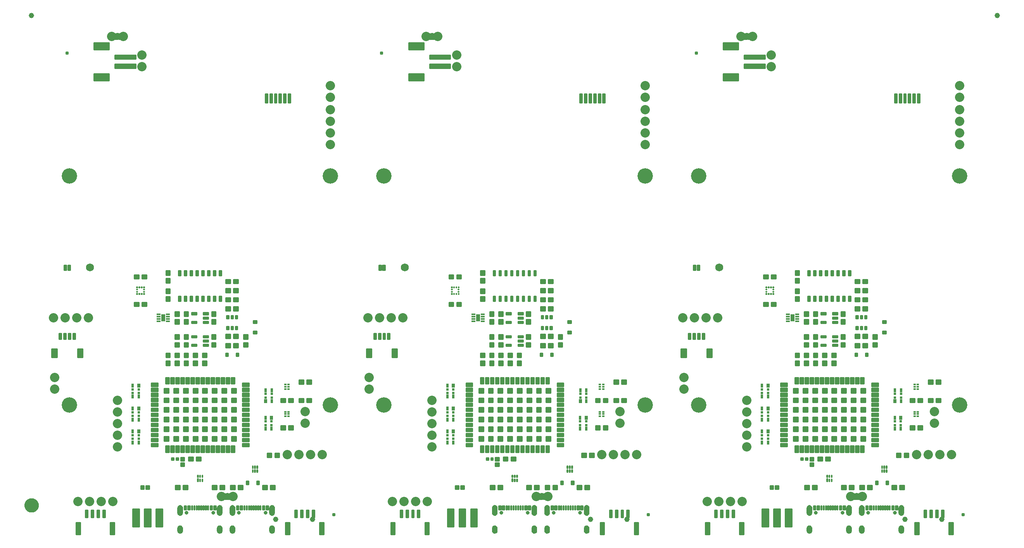
<source format=gts>
G04 EAGLE Gerber RS-274X export*
G75*
%MOMM*%
%FSLAX34Y34*%
%LPD*%
%INSoldermask Top*%
%IPPOS*%
%AMOC8*
5,1,8,0,0,1.08239X$1,22.5*%
G01*
%ADD10C,0.787400*%
%ADD11C,0.253525*%
%ADD12C,0.252862*%
%ADD13C,0.250600*%
%ADD14C,0.255816*%
%ADD15C,0.253344*%
%ADD16C,0.802400*%
%ADD17C,0.253509*%
%ADD18C,0.264381*%
%ADD19C,3.352800*%
%ADD20C,0.245334*%
%ADD21C,2.032000*%
%ADD22C,0.250366*%
%ADD23R,0.840000X0.440000*%
%ADD24R,0.940000X1.520000*%
%ADD25C,0.251966*%
%ADD26C,0.243431*%
%ADD27R,0.620000X0.840000*%
%ADD28R,0.620000X0.560000*%
%ADD29R,0.640000X0.840000*%
%ADD30C,1.752400*%
%ADD31R,0.620000X0.400000*%
%ADD32C,0.257147*%
%ADD33C,0.250478*%
%ADD34C,1.152400*%
%ADD35C,1.270000*%
%ADD36C,1.652400*%

G36*
X1673842Y40796D02*
X1673842Y40796D01*
X1673848Y40802D01*
X1673853Y40798D01*
X1675083Y41164D01*
X1675088Y41170D01*
X1675093Y41168D01*
X1676212Y41798D01*
X1676215Y41805D01*
X1676221Y41804D01*
X1677171Y42667D01*
X1677172Y42675D01*
X1677178Y42676D01*
X1677912Y43728D01*
X1677912Y43736D01*
X1677917Y43738D01*
X1678399Y44928D01*
X1678397Y44933D01*
X1678401Y44936D01*
X1678400Y44937D01*
X1678402Y44938D01*
X1678607Y46205D01*
X1678604Y46211D01*
X1678607Y46213D01*
X1678607Y58213D01*
X1678604Y58217D01*
X1678607Y58220D01*
X1678452Y59342D01*
X1678447Y59347D01*
X1678450Y59352D01*
X1678079Y60422D01*
X1678073Y60426D01*
X1678075Y60431D01*
X1677502Y61409D01*
X1677496Y61411D01*
X1677497Y61416D01*
X1676744Y62264D01*
X1676737Y62265D01*
X1676737Y62270D01*
X1675834Y62954D01*
X1675827Y62954D01*
X1675826Y62959D01*
X1674807Y63454D01*
X1674800Y63453D01*
X1674798Y63457D01*
X1673701Y63744D01*
X1673695Y63741D01*
X1673692Y63745D01*
X1672561Y63812D01*
X1672555Y63812D01*
X1671424Y63745D01*
X1671419Y63741D01*
X1671415Y63744D01*
X1670318Y63457D01*
X1670314Y63452D01*
X1670309Y63454D01*
X1669290Y62959D01*
X1669287Y62953D01*
X1669282Y62954D01*
X1668379Y62270D01*
X1668377Y62263D01*
X1668372Y62264D01*
X1667619Y61416D01*
X1667619Y61409D01*
X1667614Y61409D01*
X1667041Y60431D01*
X1667042Y60428D01*
X1667041Y60427D01*
X1667042Y60426D01*
X1667042Y60424D01*
X1667037Y60422D01*
X1666666Y59352D01*
X1666668Y59346D01*
X1666665Y59344D01*
X1666665Y59343D01*
X1666664Y59342D01*
X1666509Y58220D01*
X1666512Y58215D01*
X1666509Y58213D01*
X1666509Y46213D01*
X1666512Y46208D01*
X1666509Y46205D01*
X1666714Y44938D01*
X1666720Y44933D01*
X1666717Y44928D01*
X1667199Y43738D01*
X1667206Y43734D01*
X1667204Y43728D01*
X1667938Y42676D01*
X1667946Y42673D01*
X1667945Y42667D01*
X1668895Y41804D01*
X1668904Y41804D01*
X1668904Y41798D01*
X1670023Y41168D01*
X1670031Y41169D01*
X1670033Y41164D01*
X1671263Y40798D01*
X1671271Y40801D01*
X1671274Y40796D01*
X1672555Y40714D01*
X1672559Y40717D01*
X1672561Y40714D01*
X1673842Y40796D01*
G37*
G36*
X500402Y40796D02*
X500402Y40796D01*
X500408Y40802D01*
X500413Y40798D01*
X501643Y41164D01*
X501648Y41170D01*
X501653Y41168D01*
X502772Y41798D01*
X502775Y41805D01*
X502781Y41804D01*
X503731Y42667D01*
X503732Y42675D01*
X503738Y42676D01*
X504472Y43728D01*
X504472Y43736D01*
X504477Y43738D01*
X504959Y44928D01*
X504957Y44933D01*
X504961Y44936D01*
X504960Y44937D01*
X504962Y44938D01*
X505167Y46205D01*
X505164Y46211D01*
X505167Y46213D01*
X505167Y58213D01*
X505164Y58217D01*
X505167Y58220D01*
X505012Y59342D01*
X505007Y59347D01*
X505010Y59352D01*
X504639Y60422D01*
X504633Y60426D01*
X504635Y60431D01*
X504062Y61409D01*
X504056Y61411D01*
X504057Y61416D01*
X503304Y62264D01*
X503297Y62265D01*
X503297Y62270D01*
X502394Y62954D01*
X502387Y62954D01*
X502386Y62959D01*
X501367Y63454D01*
X501360Y63453D01*
X501358Y63457D01*
X500261Y63744D01*
X500255Y63741D01*
X500252Y63745D01*
X499121Y63812D01*
X499115Y63812D01*
X497984Y63745D01*
X497979Y63741D01*
X497975Y63744D01*
X496878Y63457D01*
X496874Y63452D01*
X496869Y63454D01*
X495850Y62959D01*
X495847Y62953D01*
X495842Y62954D01*
X494939Y62270D01*
X494937Y62263D01*
X494932Y62264D01*
X494179Y61416D01*
X494179Y61409D01*
X494174Y61409D01*
X493601Y60431D01*
X493602Y60428D01*
X493601Y60427D01*
X493602Y60426D01*
X493602Y60424D01*
X493597Y60422D01*
X493226Y59352D01*
X493228Y59346D01*
X493225Y59344D01*
X493225Y59343D01*
X493224Y59342D01*
X493069Y58220D01*
X493072Y58215D01*
X493069Y58213D01*
X493069Y46213D01*
X493072Y46208D01*
X493069Y46205D01*
X493274Y44938D01*
X493280Y44933D01*
X493277Y44928D01*
X493759Y43738D01*
X493766Y43734D01*
X493764Y43728D01*
X494498Y42676D01*
X494506Y42673D01*
X494505Y42667D01*
X495455Y41804D01*
X495464Y41804D01*
X495464Y41798D01*
X496583Y41168D01*
X496591Y41169D01*
X496593Y41164D01*
X497823Y40798D01*
X497831Y40801D01*
X497834Y40796D01*
X499115Y40714D01*
X499119Y40717D01*
X499121Y40714D01*
X500402Y40796D01*
G37*
G36*
X299702Y40796D02*
X299702Y40796D01*
X299708Y40802D01*
X299713Y40798D01*
X300943Y41164D01*
X300948Y41170D01*
X300953Y41168D01*
X302072Y41798D01*
X302075Y41805D01*
X302081Y41804D01*
X303031Y42667D01*
X303032Y42675D01*
X303038Y42676D01*
X303772Y43728D01*
X303772Y43736D01*
X303777Y43738D01*
X304259Y44928D01*
X304257Y44933D01*
X304261Y44936D01*
X304260Y44937D01*
X304262Y44938D01*
X304467Y46205D01*
X304464Y46211D01*
X304467Y46213D01*
X304467Y58213D01*
X304464Y58217D01*
X304467Y58220D01*
X304312Y59342D01*
X304307Y59347D01*
X304310Y59352D01*
X303939Y60422D01*
X303933Y60426D01*
X303935Y60431D01*
X303362Y61409D01*
X303356Y61411D01*
X303357Y61416D01*
X302604Y62264D01*
X302597Y62265D01*
X302597Y62270D01*
X301694Y62954D01*
X301687Y62954D01*
X301686Y62959D01*
X300667Y63454D01*
X300660Y63453D01*
X300658Y63457D01*
X299561Y63744D01*
X299555Y63741D01*
X299552Y63745D01*
X298421Y63812D01*
X298415Y63812D01*
X297284Y63745D01*
X297279Y63741D01*
X297275Y63744D01*
X296178Y63457D01*
X296174Y63452D01*
X296169Y63454D01*
X295150Y62959D01*
X295147Y62953D01*
X295142Y62954D01*
X294239Y62270D01*
X294237Y62263D01*
X294232Y62264D01*
X293479Y61416D01*
X293479Y61409D01*
X293474Y61409D01*
X292901Y60431D01*
X292902Y60428D01*
X292901Y60427D01*
X292902Y60426D01*
X292902Y60424D01*
X292897Y60422D01*
X292526Y59352D01*
X292528Y59346D01*
X292525Y59344D01*
X292525Y59343D01*
X292524Y59342D01*
X292369Y58220D01*
X292372Y58215D01*
X292369Y58213D01*
X292369Y46213D01*
X292372Y46208D01*
X292369Y46205D01*
X292574Y44938D01*
X292580Y44933D01*
X292577Y44928D01*
X293059Y43738D01*
X293066Y43734D01*
X293064Y43728D01*
X293798Y42676D01*
X293806Y42673D01*
X293805Y42667D01*
X294755Y41804D01*
X294764Y41804D01*
X294764Y41798D01*
X295883Y41168D01*
X295891Y41169D01*
X295893Y41164D01*
X297123Y40798D01*
X297131Y40801D01*
X297134Y40796D01*
X298415Y40714D01*
X298419Y40717D01*
X298421Y40714D01*
X299702Y40796D01*
G37*
G36*
X1073172Y40796D02*
X1073172Y40796D01*
X1073178Y40802D01*
X1073183Y40798D01*
X1074413Y41164D01*
X1074418Y41170D01*
X1074423Y41168D01*
X1075542Y41798D01*
X1075545Y41805D01*
X1075551Y41804D01*
X1076501Y42667D01*
X1076502Y42675D01*
X1076508Y42676D01*
X1077242Y43728D01*
X1077242Y43736D01*
X1077247Y43738D01*
X1077729Y44928D01*
X1077727Y44933D01*
X1077731Y44936D01*
X1077730Y44937D01*
X1077732Y44938D01*
X1077937Y46205D01*
X1077934Y46211D01*
X1077937Y46213D01*
X1077937Y58213D01*
X1077934Y58217D01*
X1077937Y58220D01*
X1077782Y59342D01*
X1077777Y59347D01*
X1077780Y59352D01*
X1077409Y60422D01*
X1077403Y60426D01*
X1077405Y60431D01*
X1076832Y61409D01*
X1076826Y61411D01*
X1076827Y61416D01*
X1076074Y62264D01*
X1076067Y62265D01*
X1076067Y62270D01*
X1075164Y62954D01*
X1075157Y62954D01*
X1075156Y62959D01*
X1074137Y63454D01*
X1074130Y63453D01*
X1074128Y63457D01*
X1073031Y63744D01*
X1073025Y63741D01*
X1073022Y63745D01*
X1071891Y63812D01*
X1071885Y63812D01*
X1070754Y63745D01*
X1070749Y63741D01*
X1070745Y63744D01*
X1069648Y63457D01*
X1069644Y63452D01*
X1069639Y63454D01*
X1068620Y62959D01*
X1068617Y62953D01*
X1068612Y62954D01*
X1067709Y62270D01*
X1067707Y62263D01*
X1067702Y62264D01*
X1066949Y61416D01*
X1066949Y61409D01*
X1066944Y61409D01*
X1066371Y60431D01*
X1066372Y60428D01*
X1066371Y60427D01*
X1066372Y60426D01*
X1066372Y60424D01*
X1066367Y60422D01*
X1065996Y59352D01*
X1065998Y59346D01*
X1065995Y59344D01*
X1065995Y59343D01*
X1065994Y59342D01*
X1065839Y58220D01*
X1065842Y58215D01*
X1065839Y58213D01*
X1065839Y46213D01*
X1065842Y46208D01*
X1065839Y46205D01*
X1066044Y44938D01*
X1066050Y44933D01*
X1066047Y44928D01*
X1066529Y43738D01*
X1066536Y43734D01*
X1066534Y43728D01*
X1067268Y42676D01*
X1067276Y42673D01*
X1067275Y42667D01*
X1068225Y41804D01*
X1068234Y41804D01*
X1068234Y41798D01*
X1069353Y41168D01*
X1069361Y41169D01*
X1069363Y41164D01*
X1070593Y40798D01*
X1070601Y40801D01*
X1070604Y40796D01*
X1071885Y40714D01*
X1071889Y40717D01*
X1071891Y40714D01*
X1073172Y40796D01*
G37*
G36*
X1788142Y40796D02*
X1788142Y40796D01*
X1788148Y40802D01*
X1788153Y40798D01*
X1789383Y41164D01*
X1789388Y41170D01*
X1789393Y41168D01*
X1790512Y41798D01*
X1790515Y41805D01*
X1790521Y41804D01*
X1791471Y42667D01*
X1791472Y42675D01*
X1791478Y42676D01*
X1792212Y43728D01*
X1792212Y43736D01*
X1792217Y43738D01*
X1792699Y44928D01*
X1792697Y44933D01*
X1792701Y44936D01*
X1792700Y44937D01*
X1792702Y44938D01*
X1792907Y46205D01*
X1792904Y46211D01*
X1792907Y46213D01*
X1792907Y58213D01*
X1792904Y58217D01*
X1792907Y58220D01*
X1792752Y59342D01*
X1792747Y59347D01*
X1792750Y59352D01*
X1792379Y60422D01*
X1792373Y60426D01*
X1792375Y60431D01*
X1791802Y61409D01*
X1791796Y61411D01*
X1791797Y61416D01*
X1791044Y62264D01*
X1791037Y62265D01*
X1791037Y62270D01*
X1790134Y62954D01*
X1790127Y62954D01*
X1790126Y62959D01*
X1789107Y63454D01*
X1789100Y63453D01*
X1789098Y63457D01*
X1788001Y63744D01*
X1787995Y63741D01*
X1787992Y63745D01*
X1786861Y63812D01*
X1786855Y63812D01*
X1785724Y63745D01*
X1785719Y63741D01*
X1785715Y63744D01*
X1784618Y63457D01*
X1784614Y63452D01*
X1784609Y63454D01*
X1783590Y62959D01*
X1783587Y62953D01*
X1783582Y62954D01*
X1782679Y62270D01*
X1782677Y62263D01*
X1782672Y62264D01*
X1781919Y61416D01*
X1781919Y61409D01*
X1781914Y61409D01*
X1781341Y60431D01*
X1781342Y60428D01*
X1781341Y60427D01*
X1781342Y60426D01*
X1781342Y60424D01*
X1781337Y60422D01*
X1780966Y59352D01*
X1780968Y59346D01*
X1780965Y59344D01*
X1780965Y59343D01*
X1780964Y59342D01*
X1780809Y58220D01*
X1780812Y58215D01*
X1780809Y58213D01*
X1780809Y46213D01*
X1780812Y46208D01*
X1780809Y46205D01*
X1781014Y44938D01*
X1781020Y44933D01*
X1781017Y44928D01*
X1781499Y43738D01*
X1781506Y43734D01*
X1781504Y43728D01*
X1782238Y42676D01*
X1782246Y42673D01*
X1782245Y42667D01*
X1783195Y41804D01*
X1783204Y41804D01*
X1783204Y41798D01*
X1784323Y41168D01*
X1784331Y41169D01*
X1784333Y41164D01*
X1785563Y40798D01*
X1785571Y40801D01*
X1785574Y40796D01*
X1786855Y40714D01*
X1786859Y40717D01*
X1786861Y40714D01*
X1788142Y40796D01*
G37*
G36*
X1101072Y40796D02*
X1101072Y40796D01*
X1101078Y40802D01*
X1101083Y40798D01*
X1102313Y41164D01*
X1102318Y41170D01*
X1102323Y41168D01*
X1103442Y41798D01*
X1103445Y41805D01*
X1103451Y41804D01*
X1104401Y42667D01*
X1104402Y42675D01*
X1104408Y42676D01*
X1105142Y43728D01*
X1105142Y43736D01*
X1105147Y43738D01*
X1105629Y44928D01*
X1105627Y44933D01*
X1105631Y44936D01*
X1105630Y44937D01*
X1105632Y44938D01*
X1105837Y46205D01*
X1105834Y46211D01*
X1105837Y46213D01*
X1105837Y58213D01*
X1105834Y58217D01*
X1105837Y58220D01*
X1105682Y59342D01*
X1105677Y59347D01*
X1105680Y59352D01*
X1105309Y60422D01*
X1105303Y60426D01*
X1105305Y60431D01*
X1104732Y61409D01*
X1104726Y61411D01*
X1104727Y61416D01*
X1103974Y62264D01*
X1103967Y62265D01*
X1103967Y62270D01*
X1103064Y62954D01*
X1103057Y62954D01*
X1103056Y62959D01*
X1102037Y63454D01*
X1102030Y63453D01*
X1102028Y63457D01*
X1100931Y63744D01*
X1100925Y63741D01*
X1100922Y63745D01*
X1099791Y63812D01*
X1099785Y63812D01*
X1098654Y63745D01*
X1098649Y63741D01*
X1098645Y63744D01*
X1097548Y63457D01*
X1097544Y63452D01*
X1097539Y63454D01*
X1096520Y62959D01*
X1096517Y62953D01*
X1096512Y62954D01*
X1095609Y62270D01*
X1095607Y62263D01*
X1095602Y62264D01*
X1094849Y61416D01*
X1094849Y61409D01*
X1094844Y61409D01*
X1094271Y60431D01*
X1094272Y60428D01*
X1094271Y60427D01*
X1094272Y60426D01*
X1094272Y60424D01*
X1094267Y60422D01*
X1093896Y59352D01*
X1093898Y59346D01*
X1093895Y59344D01*
X1093895Y59343D01*
X1093894Y59342D01*
X1093739Y58220D01*
X1093742Y58215D01*
X1093739Y58213D01*
X1093739Y46213D01*
X1093742Y46208D01*
X1093739Y46205D01*
X1093944Y44938D01*
X1093950Y44933D01*
X1093947Y44928D01*
X1094429Y43738D01*
X1094436Y43734D01*
X1094434Y43728D01*
X1095168Y42676D01*
X1095176Y42673D01*
X1095175Y42667D01*
X1096125Y41804D01*
X1096134Y41804D01*
X1096134Y41798D01*
X1097253Y41168D01*
X1097261Y41169D01*
X1097263Y41164D01*
X1098493Y40798D01*
X1098501Y40801D01*
X1098504Y40796D01*
X1099785Y40714D01*
X1099789Y40717D01*
X1099791Y40714D01*
X1101072Y40796D01*
G37*
G36*
X1187472Y40796D02*
X1187472Y40796D01*
X1187478Y40802D01*
X1187483Y40798D01*
X1188713Y41164D01*
X1188718Y41170D01*
X1188723Y41168D01*
X1189842Y41798D01*
X1189845Y41805D01*
X1189851Y41804D01*
X1190801Y42667D01*
X1190802Y42675D01*
X1190808Y42676D01*
X1191542Y43728D01*
X1191542Y43736D01*
X1191547Y43738D01*
X1192029Y44928D01*
X1192027Y44933D01*
X1192031Y44936D01*
X1192030Y44937D01*
X1192032Y44938D01*
X1192237Y46205D01*
X1192234Y46211D01*
X1192237Y46213D01*
X1192237Y58213D01*
X1192234Y58217D01*
X1192237Y58220D01*
X1192082Y59342D01*
X1192077Y59347D01*
X1192080Y59352D01*
X1191709Y60422D01*
X1191703Y60426D01*
X1191705Y60431D01*
X1191132Y61409D01*
X1191126Y61411D01*
X1191127Y61416D01*
X1190374Y62264D01*
X1190367Y62265D01*
X1190367Y62270D01*
X1189464Y62954D01*
X1189457Y62954D01*
X1189456Y62959D01*
X1188437Y63454D01*
X1188430Y63453D01*
X1188428Y63457D01*
X1187331Y63744D01*
X1187325Y63741D01*
X1187322Y63745D01*
X1186191Y63812D01*
X1186185Y63812D01*
X1185054Y63745D01*
X1185049Y63741D01*
X1185045Y63744D01*
X1183948Y63457D01*
X1183944Y63452D01*
X1183939Y63454D01*
X1182920Y62959D01*
X1182917Y62953D01*
X1182912Y62954D01*
X1182009Y62270D01*
X1182007Y62263D01*
X1182002Y62264D01*
X1181249Y61416D01*
X1181249Y61409D01*
X1181244Y61409D01*
X1180671Y60431D01*
X1180672Y60428D01*
X1180671Y60427D01*
X1180672Y60426D01*
X1180672Y60424D01*
X1180667Y60422D01*
X1180296Y59352D01*
X1180298Y59346D01*
X1180295Y59344D01*
X1180295Y59343D01*
X1180294Y59342D01*
X1180139Y58220D01*
X1180142Y58215D01*
X1180139Y58213D01*
X1180139Y46213D01*
X1180142Y46208D01*
X1180139Y46205D01*
X1180344Y44938D01*
X1180350Y44933D01*
X1180347Y44928D01*
X1180829Y43738D01*
X1180836Y43734D01*
X1180834Y43728D01*
X1181568Y42676D01*
X1181576Y42673D01*
X1181575Y42667D01*
X1182525Y41804D01*
X1182534Y41804D01*
X1182534Y41798D01*
X1183653Y41168D01*
X1183661Y41169D01*
X1183663Y41164D01*
X1184893Y40798D01*
X1184901Y40801D01*
X1184904Y40796D01*
X1186185Y40714D01*
X1186189Y40717D01*
X1186191Y40714D01*
X1187472Y40796D01*
G37*
G36*
X1874542Y40796D02*
X1874542Y40796D01*
X1874548Y40802D01*
X1874553Y40798D01*
X1875783Y41164D01*
X1875788Y41170D01*
X1875793Y41168D01*
X1876912Y41798D01*
X1876915Y41805D01*
X1876921Y41804D01*
X1877871Y42667D01*
X1877872Y42675D01*
X1877878Y42676D01*
X1878612Y43728D01*
X1878612Y43736D01*
X1878617Y43738D01*
X1879099Y44928D01*
X1879097Y44933D01*
X1879101Y44936D01*
X1879100Y44937D01*
X1879102Y44938D01*
X1879307Y46205D01*
X1879304Y46211D01*
X1879307Y46213D01*
X1879307Y58213D01*
X1879304Y58217D01*
X1879307Y58220D01*
X1879152Y59342D01*
X1879147Y59347D01*
X1879150Y59352D01*
X1878779Y60422D01*
X1878773Y60426D01*
X1878775Y60431D01*
X1878202Y61409D01*
X1878196Y61411D01*
X1878197Y61416D01*
X1877444Y62264D01*
X1877437Y62265D01*
X1877437Y62270D01*
X1876534Y62954D01*
X1876527Y62954D01*
X1876526Y62959D01*
X1875507Y63454D01*
X1875500Y63453D01*
X1875498Y63457D01*
X1874401Y63744D01*
X1874395Y63741D01*
X1874392Y63745D01*
X1873261Y63812D01*
X1873255Y63812D01*
X1872124Y63745D01*
X1872119Y63741D01*
X1872115Y63744D01*
X1871018Y63457D01*
X1871014Y63452D01*
X1871009Y63454D01*
X1869990Y62959D01*
X1869987Y62953D01*
X1869982Y62954D01*
X1869079Y62270D01*
X1869077Y62263D01*
X1869072Y62264D01*
X1868319Y61416D01*
X1868319Y61409D01*
X1868314Y61409D01*
X1867741Y60431D01*
X1867742Y60428D01*
X1867741Y60427D01*
X1867742Y60426D01*
X1867742Y60424D01*
X1867737Y60422D01*
X1867366Y59352D01*
X1867368Y59346D01*
X1867365Y59344D01*
X1867365Y59343D01*
X1867364Y59342D01*
X1867209Y58220D01*
X1867212Y58215D01*
X1867209Y58213D01*
X1867209Y46213D01*
X1867212Y46208D01*
X1867209Y46205D01*
X1867414Y44938D01*
X1867420Y44933D01*
X1867417Y44928D01*
X1867899Y43738D01*
X1867906Y43734D01*
X1867904Y43728D01*
X1868638Y42676D01*
X1868646Y42673D01*
X1868645Y42667D01*
X1869595Y41804D01*
X1869604Y41804D01*
X1869604Y41798D01*
X1870723Y41168D01*
X1870731Y41169D01*
X1870733Y41164D01*
X1871963Y40798D01*
X1871971Y40801D01*
X1871974Y40796D01*
X1873255Y40714D01*
X1873259Y40717D01*
X1873261Y40714D01*
X1874542Y40796D01*
G37*
G36*
X386102Y40796D02*
X386102Y40796D01*
X386108Y40802D01*
X386113Y40798D01*
X387343Y41164D01*
X387348Y41170D01*
X387353Y41168D01*
X388472Y41798D01*
X388475Y41805D01*
X388481Y41804D01*
X389431Y42667D01*
X389432Y42675D01*
X389438Y42676D01*
X390172Y43728D01*
X390172Y43736D01*
X390177Y43738D01*
X390659Y44928D01*
X390657Y44933D01*
X390661Y44936D01*
X390660Y44937D01*
X390662Y44938D01*
X390867Y46205D01*
X390864Y46211D01*
X390867Y46213D01*
X390867Y58213D01*
X390864Y58217D01*
X390867Y58220D01*
X390712Y59342D01*
X390707Y59347D01*
X390710Y59352D01*
X390339Y60422D01*
X390333Y60426D01*
X390335Y60431D01*
X389762Y61409D01*
X389756Y61411D01*
X389757Y61416D01*
X389004Y62264D01*
X388997Y62265D01*
X388997Y62270D01*
X388094Y62954D01*
X388087Y62954D01*
X388086Y62959D01*
X387067Y63454D01*
X387060Y63453D01*
X387058Y63457D01*
X385961Y63744D01*
X385955Y63741D01*
X385952Y63745D01*
X384821Y63812D01*
X384815Y63812D01*
X383684Y63745D01*
X383679Y63741D01*
X383675Y63744D01*
X382578Y63457D01*
X382574Y63452D01*
X382569Y63454D01*
X381550Y62959D01*
X381547Y62953D01*
X381542Y62954D01*
X380639Y62270D01*
X380637Y62263D01*
X380632Y62264D01*
X379879Y61416D01*
X379879Y61409D01*
X379874Y61409D01*
X379301Y60431D01*
X379302Y60428D01*
X379301Y60427D01*
X379302Y60426D01*
X379302Y60424D01*
X379297Y60422D01*
X378926Y59352D01*
X378928Y59346D01*
X378925Y59344D01*
X378925Y59343D01*
X378924Y59342D01*
X378769Y58220D01*
X378772Y58215D01*
X378769Y58213D01*
X378769Y46213D01*
X378772Y46208D01*
X378769Y46205D01*
X378974Y44938D01*
X378980Y44933D01*
X378977Y44928D01*
X379459Y43738D01*
X379466Y43734D01*
X379464Y43728D01*
X380198Y42676D01*
X380206Y42673D01*
X380205Y42667D01*
X381155Y41804D01*
X381164Y41804D01*
X381164Y41798D01*
X382283Y41168D01*
X382291Y41169D01*
X382293Y41164D01*
X383523Y40798D01*
X383531Y40801D01*
X383534Y40796D01*
X384815Y40714D01*
X384819Y40717D01*
X384821Y40714D01*
X386102Y40796D01*
G37*
G36*
X1760242Y40796D02*
X1760242Y40796D01*
X1760248Y40802D01*
X1760253Y40798D01*
X1761483Y41164D01*
X1761488Y41170D01*
X1761493Y41168D01*
X1762612Y41798D01*
X1762615Y41805D01*
X1762621Y41804D01*
X1763571Y42667D01*
X1763572Y42675D01*
X1763578Y42676D01*
X1764312Y43728D01*
X1764312Y43736D01*
X1764317Y43738D01*
X1764799Y44928D01*
X1764797Y44933D01*
X1764801Y44936D01*
X1764800Y44937D01*
X1764802Y44938D01*
X1765007Y46205D01*
X1765004Y46211D01*
X1765007Y46213D01*
X1765007Y58213D01*
X1765004Y58217D01*
X1765007Y58220D01*
X1764852Y59342D01*
X1764847Y59347D01*
X1764850Y59352D01*
X1764479Y60422D01*
X1764473Y60426D01*
X1764475Y60431D01*
X1763902Y61409D01*
X1763896Y61411D01*
X1763897Y61416D01*
X1763144Y62264D01*
X1763137Y62265D01*
X1763137Y62270D01*
X1762234Y62954D01*
X1762227Y62954D01*
X1762226Y62959D01*
X1761207Y63454D01*
X1761200Y63453D01*
X1761198Y63457D01*
X1760101Y63744D01*
X1760095Y63741D01*
X1760092Y63745D01*
X1758961Y63812D01*
X1758955Y63812D01*
X1757824Y63745D01*
X1757819Y63741D01*
X1757815Y63744D01*
X1756718Y63457D01*
X1756714Y63452D01*
X1756709Y63454D01*
X1755690Y62959D01*
X1755687Y62953D01*
X1755682Y62954D01*
X1754779Y62270D01*
X1754777Y62263D01*
X1754772Y62264D01*
X1754019Y61416D01*
X1754019Y61409D01*
X1754014Y61409D01*
X1753441Y60431D01*
X1753442Y60428D01*
X1753441Y60427D01*
X1753442Y60426D01*
X1753442Y60424D01*
X1753437Y60422D01*
X1753066Y59352D01*
X1753068Y59346D01*
X1753065Y59344D01*
X1753065Y59343D01*
X1753064Y59342D01*
X1752909Y58220D01*
X1752912Y58215D01*
X1752909Y58213D01*
X1752909Y46213D01*
X1752912Y46208D01*
X1752909Y46205D01*
X1753114Y44938D01*
X1753120Y44933D01*
X1753117Y44928D01*
X1753599Y43738D01*
X1753606Y43734D01*
X1753604Y43728D01*
X1754338Y42676D01*
X1754346Y42673D01*
X1754345Y42667D01*
X1755295Y41804D01*
X1755304Y41804D01*
X1755304Y41798D01*
X1756423Y41168D01*
X1756431Y41169D01*
X1756433Y41164D01*
X1757663Y40798D01*
X1757671Y40801D01*
X1757674Y40796D01*
X1758955Y40714D01*
X1758959Y40717D01*
X1758961Y40714D01*
X1760242Y40796D01*
G37*
G36*
X414002Y40796D02*
X414002Y40796D01*
X414008Y40802D01*
X414013Y40798D01*
X415243Y41164D01*
X415248Y41170D01*
X415253Y41168D01*
X416372Y41798D01*
X416375Y41805D01*
X416381Y41804D01*
X417331Y42667D01*
X417332Y42675D01*
X417338Y42676D01*
X418072Y43728D01*
X418072Y43736D01*
X418077Y43738D01*
X418559Y44928D01*
X418557Y44933D01*
X418561Y44936D01*
X418560Y44937D01*
X418562Y44938D01*
X418767Y46205D01*
X418764Y46211D01*
X418767Y46213D01*
X418767Y58213D01*
X418764Y58217D01*
X418767Y58220D01*
X418612Y59342D01*
X418607Y59347D01*
X418610Y59352D01*
X418239Y60422D01*
X418233Y60426D01*
X418235Y60431D01*
X417662Y61409D01*
X417656Y61411D01*
X417657Y61416D01*
X416904Y62264D01*
X416897Y62265D01*
X416897Y62270D01*
X415994Y62954D01*
X415987Y62954D01*
X415986Y62959D01*
X414967Y63454D01*
X414960Y63453D01*
X414958Y63457D01*
X413861Y63744D01*
X413855Y63741D01*
X413852Y63745D01*
X412721Y63812D01*
X412715Y63812D01*
X411584Y63745D01*
X411579Y63741D01*
X411575Y63744D01*
X410478Y63457D01*
X410474Y63452D01*
X410469Y63454D01*
X409450Y62959D01*
X409447Y62953D01*
X409442Y62954D01*
X408539Y62270D01*
X408537Y62263D01*
X408532Y62264D01*
X407779Y61416D01*
X407779Y61409D01*
X407774Y61409D01*
X407201Y60431D01*
X407202Y60428D01*
X407201Y60427D01*
X407202Y60426D01*
X407202Y60424D01*
X407197Y60422D01*
X406826Y59352D01*
X406828Y59346D01*
X406825Y59344D01*
X406825Y59343D01*
X406824Y59342D01*
X406669Y58220D01*
X406672Y58215D01*
X406669Y58213D01*
X406669Y46213D01*
X406672Y46208D01*
X406669Y46205D01*
X406874Y44938D01*
X406880Y44933D01*
X406877Y44928D01*
X407359Y43738D01*
X407366Y43734D01*
X407364Y43728D01*
X408098Y42676D01*
X408106Y42673D01*
X408105Y42667D01*
X409055Y41804D01*
X409064Y41804D01*
X409064Y41798D01*
X410183Y41168D01*
X410191Y41169D01*
X410193Y41164D01*
X411423Y40798D01*
X411431Y40801D01*
X411434Y40796D01*
X412715Y40714D01*
X412719Y40717D01*
X412721Y40714D01*
X414002Y40796D01*
G37*
G36*
X986772Y40796D02*
X986772Y40796D01*
X986778Y40802D01*
X986783Y40798D01*
X988013Y41164D01*
X988018Y41170D01*
X988023Y41168D01*
X989142Y41798D01*
X989145Y41805D01*
X989151Y41804D01*
X990101Y42667D01*
X990102Y42675D01*
X990108Y42676D01*
X990842Y43728D01*
X990842Y43736D01*
X990847Y43738D01*
X991329Y44928D01*
X991327Y44933D01*
X991331Y44936D01*
X991330Y44937D01*
X991332Y44938D01*
X991537Y46205D01*
X991534Y46211D01*
X991537Y46213D01*
X991537Y58213D01*
X991534Y58217D01*
X991537Y58220D01*
X991382Y59342D01*
X991377Y59347D01*
X991380Y59352D01*
X991009Y60422D01*
X991003Y60426D01*
X991005Y60431D01*
X990432Y61409D01*
X990426Y61411D01*
X990427Y61416D01*
X989674Y62264D01*
X989667Y62265D01*
X989667Y62270D01*
X988764Y62954D01*
X988757Y62954D01*
X988756Y62959D01*
X987737Y63454D01*
X987730Y63453D01*
X987728Y63457D01*
X986631Y63744D01*
X986625Y63741D01*
X986622Y63745D01*
X985491Y63812D01*
X985485Y63812D01*
X984354Y63745D01*
X984349Y63741D01*
X984345Y63744D01*
X983248Y63457D01*
X983244Y63452D01*
X983239Y63454D01*
X982220Y62959D01*
X982217Y62953D01*
X982212Y62954D01*
X981309Y62270D01*
X981307Y62263D01*
X981302Y62264D01*
X980549Y61416D01*
X980549Y61409D01*
X980544Y61409D01*
X979971Y60431D01*
X979972Y60428D01*
X979971Y60427D01*
X979972Y60426D01*
X979972Y60424D01*
X979967Y60422D01*
X979596Y59352D01*
X979598Y59346D01*
X979595Y59344D01*
X979595Y59343D01*
X979594Y59342D01*
X979439Y58220D01*
X979442Y58215D01*
X979439Y58213D01*
X979439Y46213D01*
X979442Y46208D01*
X979439Y46205D01*
X979644Y44938D01*
X979650Y44933D01*
X979647Y44928D01*
X980129Y43738D01*
X980136Y43734D01*
X980134Y43728D01*
X980868Y42676D01*
X980876Y42673D01*
X980875Y42667D01*
X981825Y41804D01*
X981834Y41804D01*
X981834Y41798D01*
X982953Y41168D01*
X982961Y41169D01*
X982963Y41164D01*
X984193Y40798D01*
X984201Y40801D01*
X984204Y40796D01*
X985485Y40714D01*
X985489Y40717D01*
X985491Y40714D01*
X986772Y40796D01*
G37*
G36*
X413889Y1524D02*
X413889Y1524D01*
X413894Y1529D01*
X413898Y1526D01*
X415021Y1861D01*
X415025Y1867D01*
X415029Y1865D01*
X416065Y2413D01*
X416068Y2419D01*
X416073Y2418D01*
X416981Y3157D01*
X416983Y3164D01*
X416988Y3164D01*
X417735Y4066D01*
X417735Y4074D01*
X417741Y4074D01*
X418297Y5105D01*
X418296Y5112D01*
X418301Y5114D01*
X418645Y6234D01*
X418643Y6240D01*
X418647Y6243D01*
X418767Y7408D01*
X418765Y7411D01*
X418767Y7413D01*
X418767Y13413D01*
X418765Y13416D01*
X418767Y13418D01*
X418656Y14594D01*
X418651Y14599D01*
X418654Y14603D01*
X418316Y15735D01*
X418310Y15739D01*
X418312Y15744D01*
X417760Y16788D01*
X417753Y16791D01*
X417755Y16796D01*
X417009Y17712D01*
X417002Y17714D01*
X417002Y17719D01*
X416093Y18472D01*
X416085Y18472D01*
X416085Y18477D01*
X415045Y19038D01*
X415038Y19037D01*
X415036Y19042D01*
X413907Y19390D01*
X413901Y19387D01*
X413898Y19392D01*
X412723Y19512D01*
X412716Y19508D01*
X412712Y19512D01*
X411372Y19355D01*
X411366Y19350D01*
X411361Y19353D01*
X410090Y18902D01*
X410085Y18895D01*
X410080Y18897D01*
X408941Y18175D01*
X408938Y18167D01*
X408932Y18168D01*
X407982Y17210D01*
X407981Y17202D01*
X407975Y17201D01*
X407262Y16056D01*
X407263Y16048D01*
X407257Y16046D01*
X406817Y14771D01*
X406819Y14763D01*
X406815Y14760D01*
X406669Y13419D01*
X406671Y13415D01*
X406669Y13413D01*
X406669Y7413D01*
X406671Y7410D01*
X406669Y7407D01*
X406824Y6079D01*
X406830Y6073D01*
X406827Y6068D01*
X407274Y4807D01*
X407281Y4802D01*
X407279Y4797D01*
X407996Y3667D01*
X408003Y3664D01*
X408002Y3658D01*
X408953Y2716D01*
X408961Y2715D01*
X408961Y2709D01*
X410097Y2002D01*
X410105Y2003D01*
X410107Y1998D01*
X411372Y1561D01*
X411377Y1563D01*
X411378Y1562D01*
X411381Y1562D01*
X411383Y1558D01*
X412713Y1414D01*
X412719Y1418D01*
X412723Y1414D01*
X413889Y1524D01*
G37*
G36*
X500289Y1524D02*
X500289Y1524D01*
X500294Y1529D01*
X500298Y1526D01*
X501421Y1861D01*
X501425Y1867D01*
X501429Y1865D01*
X502465Y2413D01*
X502468Y2419D01*
X502473Y2418D01*
X503381Y3157D01*
X503383Y3164D01*
X503388Y3164D01*
X504135Y4066D01*
X504135Y4074D01*
X504141Y4074D01*
X504697Y5105D01*
X504696Y5112D01*
X504701Y5114D01*
X505045Y6234D01*
X505043Y6240D01*
X505047Y6243D01*
X505167Y7408D01*
X505165Y7411D01*
X505167Y7413D01*
X505167Y13413D01*
X505165Y13416D01*
X505167Y13418D01*
X505056Y14594D01*
X505051Y14599D01*
X505054Y14603D01*
X504716Y15735D01*
X504710Y15739D01*
X504712Y15744D01*
X504160Y16788D01*
X504153Y16791D01*
X504155Y16796D01*
X503409Y17712D01*
X503402Y17714D01*
X503402Y17719D01*
X502493Y18472D01*
X502485Y18472D01*
X502485Y18477D01*
X501445Y19038D01*
X501438Y19037D01*
X501436Y19042D01*
X500307Y19390D01*
X500301Y19387D01*
X500298Y19392D01*
X499123Y19512D01*
X499116Y19508D01*
X499112Y19512D01*
X497772Y19355D01*
X497766Y19350D01*
X497761Y19353D01*
X496490Y18902D01*
X496485Y18895D01*
X496480Y18897D01*
X495341Y18175D01*
X495338Y18167D01*
X495332Y18168D01*
X494382Y17210D01*
X494381Y17202D01*
X494375Y17201D01*
X493662Y16056D01*
X493663Y16048D01*
X493657Y16046D01*
X493217Y14771D01*
X493219Y14763D01*
X493215Y14760D01*
X493069Y13419D01*
X493071Y13415D01*
X493069Y13413D01*
X493069Y7413D01*
X493071Y7410D01*
X493069Y7407D01*
X493224Y6079D01*
X493230Y6073D01*
X493227Y6068D01*
X493674Y4807D01*
X493681Y4802D01*
X493679Y4797D01*
X494396Y3667D01*
X494403Y3664D01*
X494402Y3658D01*
X495353Y2716D01*
X495361Y2715D01*
X495361Y2709D01*
X496497Y2002D01*
X496505Y2003D01*
X496507Y1998D01*
X497772Y1561D01*
X497777Y1563D01*
X497778Y1562D01*
X497781Y1562D01*
X497783Y1558D01*
X499113Y1414D01*
X499119Y1418D01*
X499123Y1414D01*
X500289Y1524D01*
G37*
G36*
X1760129Y1524D02*
X1760129Y1524D01*
X1760134Y1529D01*
X1760138Y1526D01*
X1761261Y1861D01*
X1761265Y1867D01*
X1761269Y1865D01*
X1762305Y2413D01*
X1762308Y2419D01*
X1762313Y2418D01*
X1763221Y3157D01*
X1763223Y3164D01*
X1763228Y3164D01*
X1763975Y4066D01*
X1763975Y4074D01*
X1763981Y4074D01*
X1764537Y5105D01*
X1764536Y5112D01*
X1764541Y5114D01*
X1764885Y6234D01*
X1764883Y6240D01*
X1764887Y6243D01*
X1765007Y7408D01*
X1765005Y7411D01*
X1765007Y7413D01*
X1765007Y13413D01*
X1765005Y13416D01*
X1765007Y13418D01*
X1764896Y14594D01*
X1764891Y14599D01*
X1764894Y14603D01*
X1764556Y15735D01*
X1764550Y15739D01*
X1764552Y15744D01*
X1764000Y16788D01*
X1763993Y16791D01*
X1763995Y16796D01*
X1763249Y17712D01*
X1763242Y17714D01*
X1763242Y17719D01*
X1762333Y18472D01*
X1762325Y18472D01*
X1762325Y18477D01*
X1761285Y19038D01*
X1761278Y19037D01*
X1761276Y19042D01*
X1760147Y19390D01*
X1760141Y19387D01*
X1760138Y19392D01*
X1758963Y19512D01*
X1758956Y19508D01*
X1758952Y19512D01*
X1757612Y19355D01*
X1757606Y19350D01*
X1757601Y19353D01*
X1756330Y18902D01*
X1756325Y18895D01*
X1756320Y18897D01*
X1755181Y18175D01*
X1755178Y18167D01*
X1755172Y18168D01*
X1754222Y17210D01*
X1754221Y17202D01*
X1754215Y17201D01*
X1753502Y16056D01*
X1753503Y16048D01*
X1753497Y16046D01*
X1753057Y14771D01*
X1753059Y14763D01*
X1753055Y14760D01*
X1752909Y13419D01*
X1752911Y13415D01*
X1752909Y13413D01*
X1752909Y7413D01*
X1752911Y7410D01*
X1752909Y7407D01*
X1753064Y6079D01*
X1753070Y6073D01*
X1753067Y6068D01*
X1753514Y4807D01*
X1753521Y4802D01*
X1753519Y4797D01*
X1754236Y3667D01*
X1754243Y3664D01*
X1754242Y3658D01*
X1755193Y2716D01*
X1755201Y2715D01*
X1755201Y2709D01*
X1756337Y2002D01*
X1756345Y2003D01*
X1756347Y1998D01*
X1757612Y1561D01*
X1757617Y1563D01*
X1757618Y1562D01*
X1757621Y1562D01*
X1757623Y1558D01*
X1758953Y1414D01*
X1758959Y1418D01*
X1758963Y1414D01*
X1760129Y1524D01*
G37*
G36*
X385989Y1524D02*
X385989Y1524D01*
X385994Y1529D01*
X385998Y1526D01*
X387121Y1861D01*
X387125Y1867D01*
X387129Y1865D01*
X388165Y2413D01*
X388168Y2419D01*
X388173Y2418D01*
X389081Y3157D01*
X389083Y3164D01*
X389088Y3164D01*
X389835Y4066D01*
X389835Y4074D01*
X389841Y4074D01*
X390397Y5105D01*
X390396Y5112D01*
X390401Y5114D01*
X390745Y6234D01*
X390743Y6240D01*
X390747Y6243D01*
X390867Y7408D01*
X390865Y7411D01*
X390867Y7413D01*
X390867Y13413D01*
X390865Y13416D01*
X390867Y13418D01*
X390756Y14594D01*
X390751Y14599D01*
X390754Y14603D01*
X390416Y15735D01*
X390410Y15739D01*
X390412Y15744D01*
X389860Y16788D01*
X389853Y16791D01*
X389855Y16796D01*
X389109Y17712D01*
X389102Y17714D01*
X389102Y17719D01*
X388193Y18472D01*
X388185Y18472D01*
X388185Y18477D01*
X387145Y19038D01*
X387138Y19037D01*
X387136Y19042D01*
X386007Y19390D01*
X386001Y19387D01*
X385998Y19392D01*
X384823Y19512D01*
X384816Y19508D01*
X384812Y19512D01*
X383472Y19355D01*
X383466Y19350D01*
X383461Y19353D01*
X382190Y18902D01*
X382185Y18895D01*
X382180Y18897D01*
X381041Y18175D01*
X381038Y18167D01*
X381032Y18168D01*
X380082Y17210D01*
X380081Y17202D01*
X380075Y17201D01*
X379362Y16056D01*
X379363Y16048D01*
X379357Y16046D01*
X378917Y14771D01*
X378919Y14763D01*
X378915Y14760D01*
X378769Y13419D01*
X378771Y13415D01*
X378769Y13413D01*
X378769Y7413D01*
X378771Y7410D01*
X378769Y7407D01*
X378924Y6079D01*
X378930Y6073D01*
X378927Y6068D01*
X379374Y4807D01*
X379381Y4802D01*
X379379Y4797D01*
X380096Y3667D01*
X380103Y3664D01*
X380102Y3658D01*
X381053Y2716D01*
X381061Y2715D01*
X381061Y2709D01*
X382197Y2002D01*
X382205Y2003D01*
X382207Y1998D01*
X383472Y1561D01*
X383477Y1563D01*
X383478Y1562D01*
X383481Y1562D01*
X383483Y1558D01*
X384813Y1414D01*
X384819Y1418D01*
X384823Y1414D01*
X385989Y1524D01*
G37*
G36*
X986659Y1524D02*
X986659Y1524D01*
X986664Y1529D01*
X986668Y1526D01*
X987791Y1861D01*
X987795Y1867D01*
X987799Y1865D01*
X988835Y2413D01*
X988838Y2419D01*
X988843Y2418D01*
X989751Y3157D01*
X989753Y3164D01*
X989758Y3164D01*
X990505Y4066D01*
X990505Y4074D01*
X990511Y4074D01*
X991067Y5105D01*
X991066Y5112D01*
X991071Y5114D01*
X991415Y6234D01*
X991413Y6240D01*
X991417Y6243D01*
X991537Y7408D01*
X991535Y7411D01*
X991537Y7413D01*
X991537Y13413D01*
X991535Y13416D01*
X991537Y13418D01*
X991426Y14594D01*
X991421Y14599D01*
X991424Y14603D01*
X991086Y15735D01*
X991080Y15739D01*
X991082Y15744D01*
X990530Y16788D01*
X990523Y16791D01*
X990525Y16796D01*
X989779Y17712D01*
X989772Y17714D01*
X989772Y17719D01*
X988863Y18472D01*
X988855Y18472D01*
X988855Y18477D01*
X987815Y19038D01*
X987808Y19037D01*
X987806Y19042D01*
X986677Y19390D01*
X986671Y19387D01*
X986668Y19392D01*
X985493Y19512D01*
X985486Y19508D01*
X985482Y19512D01*
X984142Y19355D01*
X984136Y19350D01*
X984131Y19353D01*
X982860Y18902D01*
X982855Y18895D01*
X982850Y18897D01*
X981711Y18175D01*
X981708Y18167D01*
X981702Y18168D01*
X980752Y17210D01*
X980751Y17202D01*
X980745Y17201D01*
X980032Y16056D01*
X980033Y16048D01*
X980027Y16046D01*
X979587Y14771D01*
X979589Y14763D01*
X979585Y14760D01*
X979439Y13419D01*
X979441Y13415D01*
X979439Y13413D01*
X979439Y7413D01*
X979441Y7410D01*
X979439Y7407D01*
X979594Y6079D01*
X979600Y6073D01*
X979597Y6068D01*
X980044Y4807D01*
X980051Y4802D01*
X980049Y4797D01*
X980766Y3667D01*
X980773Y3664D01*
X980772Y3658D01*
X981723Y2716D01*
X981731Y2715D01*
X981731Y2709D01*
X982867Y2002D01*
X982875Y2003D01*
X982877Y1998D01*
X984142Y1561D01*
X984147Y1563D01*
X984148Y1562D01*
X984151Y1562D01*
X984153Y1558D01*
X985483Y1414D01*
X985489Y1418D01*
X985493Y1414D01*
X986659Y1524D01*
G37*
G36*
X1874429Y1524D02*
X1874429Y1524D01*
X1874434Y1529D01*
X1874438Y1526D01*
X1875561Y1861D01*
X1875565Y1867D01*
X1875569Y1865D01*
X1876605Y2413D01*
X1876608Y2419D01*
X1876613Y2418D01*
X1877521Y3157D01*
X1877523Y3164D01*
X1877528Y3164D01*
X1878275Y4066D01*
X1878275Y4074D01*
X1878281Y4074D01*
X1878837Y5105D01*
X1878836Y5112D01*
X1878841Y5114D01*
X1879185Y6234D01*
X1879183Y6240D01*
X1879187Y6243D01*
X1879307Y7408D01*
X1879305Y7411D01*
X1879307Y7413D01*
X1879307Y13413D01*
X1879305Y13416D01*
X1879307Y13418D01*
X1879196Y14594D01*
X1879191Y14599D01*
X1879194Y14603D01*
X1878856Y15735D01*
X1878850Y15739D01*
X1878852Y15744D01*
X1878300Y16788D01*
X1878293Y16791D01*
X1878295Y16796D01*
X1877549Y17712D01*
X1877542Y17714D01*
X1877542Y17719D01*
X1876633Y18472D01*
X1876625Y18472D01*
X1876625Y18477D01*
X1875585Y19038D01*
X1875578Y19037D01*
X1875576Y19042D01*
X1874447Y19390D01*
X1874441Y19387D01*
X1874438Y19392D01*
X1873263Y19512D01*
X1873256Y19508D01*
X1873252Y19512D01*
X1871912Y19355D01*
X1871906Y19350D01*
X1871901Y19353D01*
X1870630Y18902D01*
X1870625Y18895D01*
X1870620Y18897D01*
X1869481Y18175D01*
X1869478Y18167D01*
X1869472Y18168D01*
X1868522Y17210D01*
X1868521Y17202D01*
X1868515Y17201D01*
X1867802Y16056D01*
X1867803Y16048D01*
X1867797Y16046D01*
X1867357Y14771D01*
X1867359Y14763D01*
X1867355Y14760D01*
X1867209Y13419D01*
X1867211Y13415D01*
X1867209Y13413D01*
X1867209Y7413D01*
X1867211Y7410D01*
X1867209Y7407D01*
X1867364Y6079D01*
X1867370Y6073D01*
X1867367Y6068D01*
X1867814Y4807D01*
X1867821Y4802D01*
X1867819Y4797D01*
X1868536Y3667D01*
X1868543Y3664D01*
X1868542Y3658D01*
X1869493Y2716D01*
X1869501Y2715D01*
X1869501Y2709D01*
X1870637Y2002D01*
X1870645Y2003D01*
X1870647Y1998D01*
X1871912Y1561D01*
X1871917Y1563D01*
X1871918Y1562D01*
X1871921Y1562D01*
X1871923Y1558D01*
X1873253Y1414D01*
X1873259Y1418D01*
X1873263Y1414D01*
X1874429Y1524D01*
G37*
G36*
X299589Y1524D02*
X299589Y1524D01*
X299594Y1529D01*
X299598Y1526D01*
X300721Y1861D01*
X300725Y1867D01*
X300729Y1865D01*
X301765Y2413D01*
X301768Y2419D01*
X301773Y2418D01*
X302681Y3157D01*
X302683Y3164D01*
X302688Y3164D01*
X303435Y4066D01*
X303435Y4074D01*
X303441Y4074D01*
X303997Y5105D01*
X303996Y5112D01*
X304001Y5114D01*
X304345Y6234D01*
X304343Y6240D01*
X304347Y6243D01*
X304467Y7408D01*
X304465Y7411D01*
X304467Y7413D01*
X304467Y13413D01*
X304465Y13416D01*
X304467Y13418D01*
X304356Y14594D01*
X304351Y14599D01*
X304354Y14603D01*
X304016Y15735D01*
X304010Y15739D01*
X304012Y15744D01*
X303460Y16788D01*
X303453Y16791D01*
X303455Y16796D01*
X302709Y17712D01*
X302702Y17714D01*
X302702Y17719D01*
X301793Y18472D01*
X301785Y18472D01*
X301785Y18477D01*
X300745Y19038D01*
X300738Y19037D01*
X300736Y19042D01*
X299607Y19390D01*
X299601Y19387D01*
X299598Y19392D01*
X298423Y19512D01*
X298416Y19508D01*
X298412Y19512D01*
X297072Y19355D01*
X297066Y19350D01*
X297061Y19353D01*
X295790Y18902D01*
X295785Y18895D01*
X295780Y18897D01*
X294641Y18175D01*
X294638Y18167D01*
X294632Y18168D01*
X293682Y17210D01*
X293681Y17202D01*
X293675Y17201D01*
X292962Y16056D01*
X292963Y16048D01*
X292957Y16046D01*
X292517Y14771D01*
X292519Y14763D01*
X292515Y14760D01*
X292369Y13419D01*
X292371Y13415D01*
X292369Y13413D01*
X292369Y7413D01*
X292371Y7410D01*
X292369Y7407D01*
X292524Y6079D01*
X292530Y6073D01*
X292527Y6068D01*
X292974Y4807D01*
X292981Y4802D01*
X292979Y4797D01*
X293696Y3667D01*
X293703Y3664D01*
X293702Y3658D01*
X294653Y2716D01*
X294661Y2715D01*
X294661Y2709D01*
X295797Y2002D01*
X295805Y2003D01*
X295807Y1998D01*
X297072Y1561D01*
X297077Y1563D01*
X297078Y1562D01*
X297081Y1562D01*
X297083Y1558D01*
X298413Y1414D01*
X298419Y1418D01*
X298423Y1414D01*
X299589Y1524D01*
G37*
G36*
X1673729Y1524D02*
X1673729Y1524D01*
X1673734Y1529D01*
X1673738Y1526D01*
X1674861Y1861D01*
X1674865Y1867D01*
X1674869Y1865D01*
X1675905Y2413D01*
X1675908Y2419D01*
X1675913Y2418D01*
X1676821Y3157D01*
X1676823Y3164D01*
X1676828Y3164D01*
X1677575Y4066D01*
X1677575Y4074D01*
X1677581Y4074D01*
X1678137Y5105D01*
X1678136Y5112D01*
X1678141Y5114D01*
X1678485Y6234D01*
X1678483Y6240D01*
X1678487Y6243D01*
X1678607Y7408D01*
X1678605Y7411D01*
X1678607Y7413D01*
X1678607Y13413D01*
X1678605Y13416D01*
X1678607Y13418D01*
X1678496Y14594D01*
X1678491Y14599D01*
X1678494Y14603D01*
X1678156Y15735D01*
X1678150Y15739D01*
X1678152Y15744D01*
X1677600Y16788D01*
X1677593Y16791D01*
X1677595Y16796D01*
X1676849Y17712D01*
X1676842Y17714D01*
X1676842Y17719D01*
X1675933Y18472D01*
X1675925Y18472D01*
X1675925Y18477D01*
X1674885Y19038D01*
X1674878Y19037D01*
X1674876Y19042D01*
X1673747Y19390D01*
X1673741Y19387D01*
X1673738Y19392D01*
X1672563Y19512D01*
X1672556Y19508D01*
X1672552Y19512D01*
X1671212Y19355D01*
X1671206Y19350D01*
X1671201Y19353D01*
X1669930Y18902D01*
X1669925Y18895D01*
X1669920Y18897D01*
X1668781Y18175D01*
X1668778Y18167D01*
X1668772Y18168D01*
X1667822Y17210D01*
X1667821Y17202D01*
X1667815Y17201D01*
X1667102Y16056D01*
X1667103Y16048D01*
X1667097Y16046D01*
X1666657Y14771D01*
X1666659Y14763D01*
X1666655Y14760D01*
X1666509Y13419D01*
X1666511Y13415D01*
X1666509Y13413D01*
X1666509Y7413D01*
X1666511Y7410D01*
X1666509Y7407D01*
X1666664Y6079D01*
X1666670Y6073D01*
X1666667Y6068D01*
X1667114Y4807D01*
X1667121Y4802D01*
X1667119Y4797D01*
X1667836Y3667D01*
X1667843Y3664D01*
X1667842Y3658D01*
X1668793Y2716D01*
X1668801Y2715D01*
X1668801Y2709D01*
X1669937Y2002D01*
X1669945Y2003D01*
X1669947Y1998D01*
X1671212Y1561D01*
X1671217Y1563D01*
X1671218Y1562D01*
X1671221Y1562D01*
X1671223Y1558D01*
X1672553Y1414D01*
X1672559Y1418D01*
X1672563Y1414D01*
X1673729Y1524D01*
G37*
G36*
X1073059Y1524D02*
X1073059Y1524D01*
X1073064Y1529D01*
X1073068Y1526D01*
X1074191Y1861D01*
X1074195Y1867D01*
X1074199Y1865D01*
X1075235Y2413D01*
X1075238Y2419D01*
X1075243Y2418D01*
X1076151Y3157D01*
X1076153Y3164D01*
X1076158Y3164D01*
X1076905Y4066D01*
X1076905Y4074D01*
X1076911Y4074D01*
X1077467Y5105D01*
X1077466Y5112D01*
X1077471Y5114D01*
X1077815Y6234D01*
X1077813Y6240D01*
X1077817Y6243D01*
X1077937Y7408D01*
X1077935Y7411D01*
X1077937Y7413D01*
X1077937Y13413D01*
X1077935Y13416D01*
X1077937Y13418D01*
X1077826Y14594D01*
X1077821Y14599D01*
X1077824Y14603D01*
X1077486Y15735D01*
X1077480Y15739D01*
X1077482Y15744D01*
X1076930Y16788D01*
X1076923Y16791D01*
X1076925Y16796D01*
X1076179Y17712D01*
X1076172Y17714D01*
X1076172Y17719D01*
X1075263Y18472D01*
X1075255Y18472D01*
X1075255Y18477D01*
X1074215Y19038D01*
X1074208Y19037D01*
X1074206Y19042D01*
X1073077Y19390D01*
X1073071Y19387D01*
X1073068Y19392D01*
X1071893Y19512D01*
X1071886Y19508D01*
X1071882Y19512D01*
X1070542Y19355D01*
X1070536Y19350D01*
X1070531Y19353D01*
X1069260Y18902D01*
X1069255Y18895D01*
X1069250Y18897D01*
X1068111Y18175D01*
X1068108Y18167D01*
X1068102Y18168D01*
X1067152Y17210D01*
X1067151Y17202D01*
X1067145Y17201D01*
X1066432Y16056D01*
X1066433Y16048D01*
X1066427Y16046D01*
X1065987Y14771D01*
X1065989Y14763D01*
X1065985Y14760D01*
X1065839Y13419D01*
X1065841Y13415D01*
X1065839Y13413D01*
X1065839Y7413D01*
X1065841Y7410D01*
X1065839Y7407D01*
X1065994Y6079D01*
X1066000Y6073D01*
X1065997Y6068D01*
X1066444Y4807D01*
X1066451Y4802D01*
X1066449Y4797D01*
X1067166Y3667D01*
X1067173Y3664D01*
X1067172Y3658D01*
X1068123Y2716D01*
X1068131Y2715D01*
X1068131Y2709D01*
X1069267Y2002D01*
X1069275Y2003D01*
X1069277Y1998D01*
X1070542Y1561D01*
X1070547Y1563D01*
X1070548Y1562D01*
X1070551Y1562D01*
X1070553Y1558D01*
X1071883Y1414D01*
X1071889Y1418D01*
X1071893Y1414D01*
X1073059Y1524D01*
G37*
G36*
X1100959Y1524D02*
X1100959Y1524D01*
X1100964Y1529D01*
X1100968Y1526D01*
X1102091Y1861D01*
X1102095Y1867D01*
X1102099Y1865D01*
X1103135Y2413D01*
X1103138Y2419D01*
X1103143Y2418D01*
X1104051Y3157D01*
X1104053Y3164D01*
X1104058Y3164D01*
X1104805Y4066D01*
X1104805Y4074D01*
X1104811Y4074D01*
X1105367Y5105D01*
X1105366Y5112D01*
X1105371Y5114D01*
X1105715Y6234D01*
X1105713Y6240D01*
X1105717Y6243D01*
X1105837Y7408D01*
X1105835Y7411D01*
X1105837Y7413D01*
X1105837Y13413D01*
X1105835Y13416D01*
X1105837Y13418D01*
X1105726Y14594D01*
X1105721Y14599D01*
X1105724Y14603D01*
X1105386Y15735D01*
X1105380Y15739D01*
X1105382Y15744D01*
X1104830Y16788D01*
X1104823Y16791D01*
X1104825Y16796D01*
X1104079Y17712D01*
X1104072Y17714D01*
X1104072Y17719D01*
X1103163Y18472D01*
X1103155Y18472D01*
X1103155Y18477D01*
X1102115Y19038D01*
X1102108Y19037D01*
X1102106Y19042D01*
X1100977Y19390D01*
X1100971Y19387D01*
X1100968Y19392D01*
X1099793Y19512D01*
X1099786Y19508D01*
X1099782Y19512D01*
X1098442Y19355D01*
X1098436Y19350D01*
X1098431Y19353D01*
X1097160Y18902D01*
X1097155Y18895D01*
X1097150Y18897D01*
X1096011Y18175D01*
X1096008Y18167D01*
X1096002Y18168D01*
X1095052Y17210D01*
X1095051Y17202D01*
X1095045Y17201D01*
X1094332Y16056D01*
X1094333Y16048D01*
X1094327Y16046D01*
X1093887Y14771D01*
X1093889Y14763D01*
X1093885Y14760D01*
X1093739Y13419D01*
X1093741Y13415D01*
X1093739Y13413D01*
X1093739Y7413D01*
X1093741Y7410D01*
X1093739Y7407D01*
X1093894Y6079D01*
X1093900Y6073D01*
X1093897Y6068D01*
X1094344Y4807D01*
X1094351Y4802D01*
X1094349Y4797D01*
X1095066Y3667D01*
X1095073Y3664D01*
X1095072Y3658D01*
X1096023Y2716D01*
X1096031Y2715D01*
X1096031Y2709D01*
X1097167Y2002D01*
X1097175Y2003D01*
X1097177Y1998D01*
X1098442Y1561D01*
X1098447Y1563D01*
X1098448Y1562D01*
X1098451Y1562D01*
X1098453Y1558D01*
X1099783Y1414D01*
X1099789Y1418D01*
X1099793Y1414D01*
X1100959Y1524D01*
G37*
G36*
X1187359Y1524D02*
X1187359Y1524D01*
X1187364Y1529D01*
X1187368Y1526D01*
X1188491Y1861D01*
X1188495Y1867D01*
X1188499Y1865D01*
X1189535Y2413D01*
X1189538Y2419D01*
X1189543Y2418D01*
X1190451Y3157D01*
X1190453Y3164D01*
X1190458Y3164D01*
X1191205Y4066D01*
X1191205Y4074D01*
X1191211Y4074D01*
X1191767Y5105D01*
X1191766Y5112D01*
X1191771Y5114D01*
X1192115Y6234D01*
X1192113Y6240D01*
X1192117Y6243D01*
X1192237Y7408D01*
X1192235Y7411D01*
X1192237Y7413D01*
X1192237Y13413D01*
X1192235Y13416D01*
X1192237Y13418D01*
X1192126Y14594D01*
X1192121Y14599D01*
X1192124Y14603D01*
X1191786Y15735D01*
X1191780Y15739D01*
X1191782Y15744D01*
X1191230Y16788D01*
X1191223Y16791D01*
X1191225Y16796D01*
X1190479Y17712D01*
X1190472Y17714D01*
X1190472Y17719D01*
X1189563Y18472D01*
X1189555Y18472D01*
X1189555Y18477D01*
X1188515Y19038D01*
X1188508Y19037D01*
X1188506Y19042D01*
X1187377Y19390D01*
X1187371Y19387D01*
X1187368Y19392D01*
X1186193Y19512D01*
X1186186Y19508D01*
X1186182Y19512D01*
X1184842Y19355D01*
X1184836Y19350D01*
X1184831Y19353D01*
X1183560Y18902D01*
X1183555Y18895D01*
X1183550Y18897D01*
X1182411Y18175D01*
X1182408Y18167D01*
X1182402Y18168D01*
X1181452Y17210D01*
X1181451Y17202D01*
X1181445Y17201D01*
X1180732Y16056D01*
X1180733Y16048D01*
X1180727Y16046D01*
X1180287Y14771D01*
X1180289Y14763D01*
X1180285Y14760D01*
X1180139Y13419D01*
X1180141Y13415D01*
X1180139Y13413D01*
X1180139Y7413D01*
X1180141Y7410D01*
X1180139Y7407D01*
X1180294Y6079D01*
X1180300Y6073D01*
X1180297Y6068D01*
X1180744Y4807D01*
X1180751Y4802D01*
X1180749Y4797D01*
X1181466Y3667D01*
X1181473Y3664D01*
X1181472Y3658D01*
X1182423Y2716D01*
X1182431Y2715D01*
X1182431Y2709D01*
X1183567Y2002D01*
X1183575Y2003D01*
X1183577Y1998D01*
X1184842Y1561D01*
X1184847Y1563D01*
X1184848Y1562D01*
X1184851Y1562D01*
X1184853Y1558D01*
X1186183Y1414D01*
X1186189Y1418D01*
X1186193Y1414D01*
X1187359Y1524D01*
G37*
G36*
X1788029Y1524D02*
X1788029Y1524D01*
X1788034Y1529D01*
X1788038Y1526D01*
X1789161Y1861D01*
X1789165Y1867D01*
X1789169Y1865D01*
X1790205Y2413D01*
X1790208Y2419D01*
X1790213Y2418D01*
X1791121Y3157D01*
X1791123Y3164D01*
X1791128Y3164D01*
X1791875Y4066D01*
X1791875Y4074D01*
X1791881Y4074D01*
X1792437Y5105D01*
X1792436Y5112D01*
X1792441Y5114D01*
X1792785Y6234D01*
X1792783Y6240D01*
X1792787Y6243D01*
X1792907Y7408D01*
X1792905Y7411D01*
X1792907Y7413D01*
X1792907Y13413D01*
X1792905Y13416D01*
X1792907Y13418D01*
X1792796Y14594D01*
X1792791Y14599D01*
X1792794Y14603D01*
X1792456Y15735D01*
X1792450Y15739D01*
X1792452Y15744D01*
X1791900Y16788D01*
X1791893Y16791D01*
X1791895Y16796D01*
X1791149Y17712D01*
X1791142Y17714D01*
X1791142Y17719D01*
X1790233Y18472D01*
X1790225Y18472D01*
X1790225Y18477D01*
X1789185Y19038D01*
X1789178Y19037D01*
X1789176Y19042D01*
X1788047Y19390D01*
X1788041Y19387D01*
X1788038Y19392D01*
X1786863Y19512D01*
X1786856Y19508D01*
X1786852Y19512D01*
X1785512Y19355D01*
X1785506Y19350D01*
X1785501Y19353D01*
X1784230Y18902D01*
X1784225Y18895D01*
X1784220Y18897D01*
X1783081Y18175D01*
X1783078Y18167D01*
X1783072Y18168D01*
X1782122Y17210D01*
X1782121Y17202D01*
X1782115Y17201D01*
X1781402Y16056D01*
X1781403Y16048D01*
X1781397Y16046D01*
X1780957Y14771D01*
X1780959Y14763D01*
X1780955Y14760D01*
X1780809Y13419D01*
X1780811Y13415D01*
X1780809Y13413D01*
X1780809Y7413D01*
X1780811Y7410D01*
X1780809Y7407D01*
X1780964Y6079D01*
X1780970Y6073D01*
X1780967Y6068D01*
X1781414Y4807D01*
X1781421Y4802D01*
X1781419Y4797D01*
X1782136Y3667D01*
X1782143Y3664D01*
X1782142Y3658D01*
X1783093Y2716D01*
X1783101Y2715D01*
X1783101Y2709D01*
X1784237Y2002D01*
X1784245Y2003D01*
X1784247Y1998D01*
X1785512Y1561D01*
X1785517Y1563D01*
X1785518Y1562D01*
X1785521Y1562D01*
X1785523Y1558D01*
X1786853Y1414D01*
X1786859Y1418D01*
X1786863Y1414D01*
X1788029Y1524D01*
G37*
G36*
X1537728Y1080517D02*
X1537728Y1080517D01*
X1537794Y1080519D01*
X1537837Y1080536D01*
X1537884Y1080545D01*
X1537941Y1080578D01*
X1538001Y1080603D01*
X1538036Y1080635D01*
X1538077Y1080659D01*
X1538119Y1080710D01*
X1538167Y1080754D01*
X1538189Y1080796D01*
X1538218Y1080833D01*
X1538239Y1080895D01*
X1538270Y1080954D01*
X1538278Y1081008D01*
X1538290Y1081045D01*
X1538289Y1081085D01*
X1538297Y1081139D01*
X1538297Y1094347D01*
X1538286Y1094412D01*
X1538284Y1094478D01*
X1538266Y1094521D01*
X1538258Y1094568D01*
X1538224Y1094625D01*
X1538199Y1094686D01*
X1538168Y1094721D01*
X1538143Y1094761D01*
X1538092Y1094803D01*
X1538048Y1094851D01*
X1538006Y1094873D01*
X1537969Y1094903D01*
X1537907Y1094924D01*
X1537848Y1094954D01*
X1537794Y1094962D01*
X1537757Y1094974D01*
X1537717Y1094973D01*
X1537663Y1094981D01*
X1533853Y1094981D01*
X1533788Y1094970D01*
X1533722Y1094968D01*
X1533679Y1094950D01*
X1533632Y1094942D01*
X1533575Y1094908D01*
X1533515Y1094884D01*
X1533480Y1094852D01*
X1533439Y1094828D01*
X1533398Y1094777D01*
X1533349Y1094732D01*
X1533327Y1094690D01*
X1533298Y1094653D01*
X1533277Y1094591D01*
X1533246Y1094533D01*
X1533238Y1094478D01*
X1533226Y1094441D01*
X1533227Y1094402D01*
X1533219Y1094347D01*
X1533219Y1081139D01*
X1533230Y1081074D01*
X1533232Y1081009D01*
X1533250Y1080965D01*
X1533258Y1080918D01*
X1533292Y1080862D01*
X1533317Y1080801D01*
X1533348Y1080766D01*
X1533373Y1080725D01*
X1533424Y1080684D01*
X1533468Y1080635D01*
X1533510Y1080614D01*
X1533547Y1080584D01*
X1533609Y1080563D01*
X1533668Y1080533D01*
X1533722Y1080525D01*
X1533759Y1080512D01*
X1533799Y1080513D01*
X1533853Y1080505D01*
X1537663Y1080505D01*
X1537728Y1080517D01*
G37*
G36*
X850658Y1080517D02*
X850658Y1080517D01*
X850724Y1080519D01*
X850767Y1080536D01*
X850814Y1080545D01*
X850871Y1080578D01*
X850931Y1080603D01*
X850966Y1080635D01*
X851007Y1080659D01*
X851049Y1080710D01*
X851097Y1080754D01*
X851119Y1080796D01*
X851148Y1080833D01*
X851169Y1080895D01*
X851200Y1080954D01*
X851208Y1081008D01*
X851220Y1081045D01*
X851219Y1081085D01*
X851227Y1081139D01*
X851227Y1094347D01*
X851216Y1094412D01*
X851214Y1094478D01*
X851196Y1094521D01*
X851188Y1094568D01*
X851154Y1094625D01*
X851129Y1094686D01*
X851098Y1094721D01*
X851073Y1094761D01*
X851022Y1094803D01*
X850978Y1094851D01*
X850936Y1094873D01*
X850899Y1094903D01*
X850837Y1094924D01*
X850778Y1094954D01*
X850724Y1094962D01*
X850687Y1094974D01*
X850647Y1094973D01*
X850593Y1094981D01*
X846783Y1094981D01*
X846718Y1094970D01*
X846652Y1094968D01*
X846609Y1094950D01*
X846562Y1094942D01*
X846505Y1094908D01*
X846445Y1094884D01*
X846410Y1094852D01*
X846369Y1094828D01*
X846328Y1094777D01*
X846279Y1094732D01*
X846257Y1094690D01*
X846228Y1094653D01*
X846207Y1094591D01*
X846176Y1094533D01*
X846168Y1094478D01*
X846156Y1094441D01*
X846157Y1094402D01*
X846149Y1094347D01*
X846149Y1081139D01*
X846160Y1081074D01*
X846162Y1081009D01*
X846180Y1080965D01*
X846188Y1080918D01*
X846222Y1080862D01*
X846247Y1080801D01*
X846278Y1080766D01*
X846303Y1080725D01*
X846354Y1080684D01*
X846398Y1080635D01*
X846440Y1080614D01*
X846477Y1080584D01*
X846539Y1080563D01*
X846598Y1080533D01*
X846652Y1080525D01*
X846689Y1080512D01*
X846729Y1080513D01*
X846783Y1080505D01*
X850593Y1080505D01*
X850658Y1080517D01*
G37*
G36*
X163588Y1080517D02*
X163588Y1080517D01*
X163654Y1080519D01*
X163697Y1080536D01*
X163744Y1080545D01*
X163801Y1080578D01*
X163861Y1080603D01*
X163896Y1080635D01*
X163937Y1080659D01*
X163979Y1080710D01*
X164027Y1080754D01*
X164049Y1080796D01*
X164078Y1080833D01*
X164099Y1080895D01*
X164130Y1080954D01*
X164138Y1081008D01*
X164150Y1081045D01*
X164149Y1081085D01*
X164157Y1081139D01*
X164157Y1094347D01*
X164146Y1094412D01*
X164144Y1094478D01*
X164126Y1094521D01*
X164118Y1094568D01*
X164084Y1094625D01*
X164059Y1094686D01*
X164028Y1094721D01*
X164003Y1094761D01*
X163952Y1094803D01*
X163908Y1094851D01*
X163866Y1094873D01*
X163829Y1094903D01*
X163767Y1094924D01*
X163708Y1094954D01*
X163654Y1094962D01*
X163617Y1094974D01*
X163577Y1094973D01*
X163523Y1094981D01*
X159713Y1094981D01*
X159648Y1094970D01*
X159582Y1094968D01*
X159539Y1094950D01*
X159492Y1094942D01*
X159435Y1094908D01*
X159375Y1094884D01*
X159340Y1094852D01*
X159299Y1094828D01*
X159258Y1094777D01*
X159209Y1094732D01*
X159187Y1094690D01*
X159158Y1094653D01*
X159137Y1094591D01*
X159106Y1094533D01*
X159098Y1094478D01*
X159086Y1094441D01*
X159087Y1094402D01*
X159079Y1094347D01*
X159079Y1081139D01*
X159090Y1081074D01*
X159092Y1081009D01*
X159110Y1080965D01*
X159118Y1080918D01*
X159152Y1080862D01*
X159177Y1080801D01*
X159208Y1080766D01*
X159233Y1080725D01*
X159284Y1080684D01*
X159328Y1080635D01*
X159370Y1080614D01*
X159407Y1080584D01*
X159469Y1080563D01*
X159528Y1080533D01*
X159582Y1080525D01*
X159619Y1080512D01*
X159659Y1080513D01*
X159713Y1080505D01*
X163523Y1080505D01*
X163588Y1080517D01*
G37*
G36*
X403588Y75517D02*
X403588Y75517D01*
X403654Y75519D01*
X403697Y75536D01*
X403744Y75545D01*
X403801Y75578D01*
X403861Y75603D01*
X403896Y75635D01*
X403937Y75659D01*
X403979Y75710D01*
X404027Y75754D01*
X404049Y75796D01*
X404078Y75833D01*
X404099Y75895D01*
X404130Y75954D01*
X404138Y76008D01*
X404150Y76045D01*
X404149Y76085D01*
X404157Y76139D01*
X404157Y89347D01*
X404146Y89412D01*
X404144Y89478D01*
X404126Y89521D01*
X404118Y89568D01*
X404084Y89625D01*
X404059Y89686D01*
X404028Y89721D01*
X404003Y89761D01*
X403952Y89803D01*
X403908Y89851D01*
X403866Y89873D01*
X403829Y89903D01*
X403767Y89924D01*
X403708Y89954D01*
X403654Y89962D01*
X403617Y89974D01*
X403577Y89973D01*
X403523Y89981D01*
X399713Y89981D01*
X399648Y89970D01*
X399582Y89968D01*
X399539Y89950D01*
X399492Y89942D01*
X399435Y89908D01*
X399375Y89884D01*
X399340Y89852D01*
X399299Y89828D01*
X399258Y89777D01*
X399209Y89732D01*
X399187Y89690D01*
X399158Y89653D01*
X399137Y89591D01*
X399106Y89533D01*
X399098Y89478D01*
X399086Y89441D01*
X399087Y89402D01*
X399079Y89347D01*
X399079Y76139D01*
X399090Y76074D01*
X399092Y76009D01*
X399110Y75965D01*
X399118Y75918D01*
X399152Y75862D01*
X399177Y75801D01*
X399208Y75766D01*
X399233Y75725D01*
X399284Y75684D01*
X399328Y75635D01*
X399370Y75614D01*
X399407Y75584D01*
X399469Y75563D01*
X399528Y75533D01*
X399582Y75525D01*
X399619Y75512D01*
X399659Y75513D01*
X399713Y75505D01*
X403523Y75505D01*
X403588Y75517D01*
G37*
G36*
X1777728Y75517D02*
X1777728Y75517D01*
X1777794Y75519D01*
X1777837Y75536D01*
X1777884Y75545D01*
X1777941Y75578D01*
X1778001Y75603D01*
X1778036Y75635D01*
X1778077Y75659D01*
X1778119Y75710D01*
X1778167Y75754D01*
X1778189Y75796D01*
X1778218Y75833D01*
X1778239Y75895D01*
X1778270Y75954D01*
X1778278Y76008D01*
X1778290Y76045D01*
X1778289Y76085D01*
X1778297Y76139D01*
X1778297Y89347D01*
X1778286Y89412D01*
X1778284Y89478D01*
X1778266Y89521D01*
X1778258Y89568D01*
X1778224Y89625D01*
X1778199Y89686D01*
X1778168Y89721D01*
X1778143Y89761D01*
X1778092Y89803D01*
X1778048Y89851D01*
X1778006Y89873D01*
X1777969Y89903D01*
X1777907Y89924D01*
X1777848Y89954D01*
X1777794Y89962D01*
X1777757Y89974D01*
X1777717Y89973D01*
X1777663Y89981D01*
X1773853Y89981D01*
X1773788Y89970D01*
X1773722Y89968D01*
X1773679Y89950D01*
X1773632Y89942D01*
X1773575Y89908D01*
X1773515Y89884D01*
X1773480Y89852D01*
X1773439Y89828D01*
X1773398Y89777D01*
X1773349Y89732D01*
X1773327Y89690D01*
X1773298Y89653D01*
X1773277Y89591D01*
X1773246Y89533D01*
X1773238Y89478D01*
X1773226Y89441D01*
X1773227Y89402D01*
X1773219Y89347D01*
X1773219Y76139D01*
X1773230Y76074D01*
X1773232Y76009D01*
X1773250Y75965D01*
X1773258Y75918D01*
X1773292Y75862D01*
X1773317Y75801D01*
X1773348Y75766D01*
X1773373Y75725D01*
X1773424Y75684D01*
X1773468Y75635D01*
X1773510Y75614D01*
X1773547Y75584D01*
X1773609Y75563D01*
X1773668Y75533D01*
X1773722Y75525D01*
X1773759Y75512D01*
X1773799Y75513D01*
X1773853Y75505D01*
X1777663Y75505D01*
X1777728Y75517D01*
G37*
G36*
X1090658Y75517D02*
X1090658Y75517D01*
X1090724Y75519D01*
X1090767Y75536D01*
X1090814Y75545D01*
X1090871Y75578D01*
X1090931Y75603D01*
X1090966Y75635D01*
X1091007Y75659D01*
X1091049Y75710D01*
X1091097Y75754D01*
X1091119Y75796D01*
X1091148Y75833D01*
X1091169Y75895D01*
X1091200Y75954D01*
X1091208Y76008D01*
X1091220Y76045D01*
X1091219Y76085D01*
X1091227Y76139D01*
X1091227Y89347D01*
X1091216Y89412D01*
X1091214Y89478D01*
X1091196Y89521D01*
X1091188Y89568D01*
X1091154Y89625D01*
X1091129Y89686D01*
X1091098Y89721D01*
X1091073Y89761D01*
X1091022Y89803D01*
X1090978Y89851D01*
X1090936Y89873D01*
X1090899Y89903D01*
X1090837Y89924D01*
X1090778Y89954D01*
X1090724Y89962D01*
X1090687Y89974D01*
X1090647Y89973D01*
X1090593Y89981D01*
X1086783Y89981D01*
X1086718Y89970D01*
X1086652Y89968D01*
X1086609Y89950D01*
X1086562Y89942D01*
X1086505Y89908D01*
X1086445Y89884D01*
X1086410Y89852D01*
X1086369Y89828D01*
X1086328Y89777D01*
X1086279Y89732D01*
X1086257Y89690D01*
X1086228Y89653D01*
X1086207Y89591D01*
X1086176Y89533D01*
X1086168Y89478D01*
X1086156Y89441D01*
X1086157Y89402D01*
X1086149Y89347D01*
X1086149Y76139D01*
X1086160Y76074D01*
X1086162Y76009D01*
X1086180Y75965D01*
X1086188Y75918D01*
X1086222Y75862D01*
X1086247Y75801D01*
X1086278Y75766D01*
X1086303Y75725D01*
X1086354Y75684D01*
X1086398Y75635D01*
X1086440Y75614D01*
X1086477Y75584D01*
X1086539Y75563D01*
X1086598Y75533D01*
X1086652Y75525D01*
X1086689Y75512D01*
X1086729Y75513D01*
X1086783Y75505D01*
X1090593Y75505D01*
X1090658Y75517D01*
G37*
D10*
X633718Y42843D03*
X51318Y1051643D03*
D11*
X316113Y419238D02*
X316113Y409248D01*
X307123Y409248D01*
X307123Y419238D01*
X316113Y419238D01*
X316113Y411656D02*
X307123Y411656D01*
X307123Y414064D02*
X316113Y414064D01*
X316113Y416472D02*
X307123Y416472D01*
X307123Y418880D02*
X316113Y418880D01*
X316113Y426248D02*
X316113Y436238D01*
X316113Y426248D02*
X307123Y426248D01*
X307123Y436238D01*
X316113Y436238D01*
X316113Y428656D02*
X307123Y428656D01*
X307123Y431064D02*
X316113Y431064D01*
X316113Y433472D02*
X307123Y433472D01*
X307123Y435880D02*
X316113Y435880D01*
X287123Y436238D02*
X287123Y426248D01*
X287123Y436238D02*
X296113Y436238D01*
X296113Y426248D01*
X287123Y426248D01*
X287123Y428656D02*
X296113Y428656D01*
X296113Y431064D02*
X287123Y431064D01*
X287123Y433472D02*
X296113Y433472D01*
X296113Y435880D02*
X287123Y435880D01*
X287123Y419238D02*
X287123Y409248D01*
X287123Y419238D02*
X296113Y419238D01*
X296113Y409248D01*
X287123Y409248D01*
X287123Y411656D02*
X296113Y411656D01*
X296113Y414064D02*
X287123Y414064D01*
X287123Y416472D02*
X296113Y416472D01*
X296113Y418880D02*
X287123Y418880D01*
D12*
X360117Y415491D02*
X360117Y410995D01*
X349121Y410995D01*
X349121Y415491D01*
X360117Y415491D01*
X360117Y413398D02*
X349121Y413398D01*
X360117Y420495D02*
X360117Y424991D01*
X360117Y420495D02*
X349121Y420495D01*
X349121Y424991D01*
X360117Y424991D01*
X360117Y422898D02*
X349121Y422898D01*
X360117Y429995D02*
X360117Y434491D01*
X360117Y429995D02*
X349121Y429995D01*
X349121Y434491D01*
X360117Y434491D01*
X360117Y432398D02*
X349121Y432398D01*
X334115Y434491D02*
X334115Y429995D01*
X323119Y429995D01*
X323119Y434491D01*
X334115Y434491D01*
X334115Y432398D02*
X323119Y432398D01*
X334115Y415491D02*
X334115Y410995D01*
X323119Y410995D01*
X323119Y415491D01*
X334115Y415491D01*
X334115Y413398D02*
X323119Y413398D01*
D11*
X376113Y409248D02*
X376113Y419238D01*
X376113Y409248D02*
X367123Y409248D01*
X367123Y419238D01*
X376113Y419238D01*
X376113Y411656D02*
X367123Y411656D01*
X367123Y414064D02*
X376113Y414064D01*
X376113Y416472D02*
X367123Y416472D01*
X367123Y418880D02*
X376113Y418880D01*
X376113Y426248D02*
X376113Y436238D01*
X376113Y426248D02*
X367123Y426248D01*
X367123Y436238D01*
X376113Y436238D01*
X376113Y428656D02*
X367123Y428656D01*
X367123Y431064D02*
X376113Y431064D01*
X376113Y433472D02*
X367123Y433472D01*
X367123Y435880D02*
X376113Y435880D01*
X267123Y396238D02*
X267123Y386248D01*
X267123Y396238D02*
X276113Y396238D01*
X276113Y386248D01*
X267123Y386248D01*
X267123Y388656D02*
X276113Y388656D01*
X276113Y391064D02*
X267123Y391064D01*
X267123Y393472D02*
X276113Y393472D01*
X276113Y395880D02*
X267123Y395880D01*
X267123Y379238D02*
X267123Y369248D01*
X267123Y379238D02*
X276113Y379238D01*
X276113Y369248D01*
X267123Y369248D01*
X267123Y371656D02*
X276113Y371656D01*
X276113Y374064D02*
X267123Y374064D01*
X267123Y376472D02*
X276113Y376472D01*
X276113Y378880D02*
X267123Y378880D01*
X287123Y386248D02*
X287123Y396238D01*
X296113Y396238D01*
X296113Y386248D01*
X287123Y386248D01*
X287123Y388656D02*
X296113Y388656D01*
X296113Y391064D02*
X287123Y391064D01*
X287123Y393472D02*
X296113Y393472D01*
X296113Y395880D02*
X287123Y395880D01*
X287123Y379238D02*
X287123Y369248D01*
X287123Y379238D02*
X296113Y379238D01*
X296113Y369248D01*
X287123Y369248D01*
X287123Y371656D02*
X296113Y371656D01*
X296113Y374064D02*
X287123Y374064D01*
X287123Y376472D02*
X296113Y376472D01*
X296113Y378880D02*
X287123Y378880D01*
D13*
X299509Y168162D02*
X299509Y160644D01*
X299509Y168162D02*
X307527Y168162D01*
X307527Y160644D01*
X299509Y160644D01*
X299509Y163025D02*
X307527Y163025D01*
X307527Y165406D02*
X299509Y165406D01*
X299509Y167787D02*
X307527Y167787D01*
X299509Y156562D02*
X299509Y149044D01*
X299509Y156562D02*
X307527Y156562D01*
X307527Y149044D01*
X299509Y149044D01*
X299509Y151425D02*
X307527Y151425D01*
X307527Y153806D02*
X299509Y153806D01*
X299509Y156187D02*
X307527Y156187D01*
D11*
X316693Y160458D02*
X326683Y160458D01*
X316693Y160458D02*
X316693Y169448D01*
X326683Y169448D01*
X326683Y160458D01*
X326683Y162866D02*
X316693Y162866D01*
X316693Y165274D02*
X326683Y165274D01*
X326683Y167682D02*
X316693Y167682D01*
X333693Y160458D02*
X343683Y160458D01*
X333693Y160458D02*
X333693Y169448D01*
X343683Y169448D01*
X343683Y160458D01*
X343683Y162866D02*
X333693Y162866D01*
X333693Y165274D02*
X343683Y165274D01*
X343683Y167682D02*
X333693Y167682D01*
X327123Y386248D02*
X327123Y396238D01*
X336113Y396238D01*
X336113Y386248D01*
X327123Y386248D01*
X327123Y388656D02*
X336113Y388656D01*
X336113Y391064D02*
X327123Y391064D01*
X327123Y393472D02*
X336113Y393472D01*
X336113Y395880D02*
X327123Y395880D01*
X327123Y379238D02*
X327123Y369248D01*
X327123Y379238D02*
X336113Y379238D01*
X336113Y369248D01*
X327123Y369248D01*
X327123Y371656D02*
X336113Y371656D01*
X336113Y374064D02*
X327123Y374064D01*
X327123Y376472D02*
X336113Y376472D01*
X336113Y378880D02*
X327123Y378880D01*
D14*
X284491Y162470D02*
X279525Y162470D01*
X279525Y167436D01*
X284491Y167436D01*
X284491Y162470D01*
X284491Y164900D02*
X279525Y164900D01*
X279525Y167330D02*
X284491Y167330D01*
X289525Y162470D02*
X294491Y162470D01*
X289525Y162470D02*
X289525Y167436D01*
X294491Y167436D01*
X294491Y162470D01*
X294491Y164900D02*
X289525Y164900D01*
X289525Y167330D02*
X294491Y167330D01*
D11*
X385123Y107238D02*
X395113Y107238D01*
X395113Y98248D01*
X385123Y98248D01*
X385123Y107238D01*
X385123Y100656D02*
X395113Y100656D01*
X395113Y103064D02*
X385123Y103064D01*
X385123Y105472D02*
X395113Y105472D01*
X378113Y107238D02*
X368123Y107238D01*
X378113Y107238D02*
X378113Y98248D01*
X368123Y98248D01*
X368123Y107238D01*
X368123Y100656D02*
X378113Y100656D01*
X378113Y103064D02*
X368123Y103064D01*
X368123Y105472D02*
X378113Y105472D01*
X298113Y98248D02*
X288123Y98248D01*
X288123Y107238D01*
X298113Y107238D01*
X298113Y98248D01*
X298113Y100656D02*
X288123Y100656D01*
X288123Y103064D02*
X298113Y103064D01*
X298113Y105472D02*
X288123Y105472D01*
X305123Y98248D02*
X315113Y98248D01*
X305123Y98248D02*
X305123Y107238D01*
X315113Y107238D01*
X315113Y98248D01*
X315113Y100656D02*
X305123Y100656D01*
X305123Y103064D02*
X315113Y103064D01*
X315113Y105472D02*
X305123Y105472D01*
D15*
X348122Y53517D02*
X350114Y53517D01*
X348122Y53517D02*
X348122Y62509D01*
X350114Y62509D01*
X350114Y53517D01*
X350114Y55923D02*
X348122Y55923D01*
X348122Y58329D02*
X350114Y58329D01*
X350114Y60735D02*
X348122Y60735D01*
X345114Y53517D02*
X343122Y53517D01*
X343122Y62509D01*
X345114Y62509D01*
X345114Y53517D01*
X345114Y55923D02*
X343122Y55923D01*
X343122Y58329D02*
X345114Y58329D01*
X345114Y60735D02*
X343122Y60735D01*
D14*
X371385Y53530D02*
X376351Y53530D01*
X371385Y53530D02*
X371385Y62496D01*
X376351Y62496D01*
X376351Y53530D01*
X376351Y55960D02*
X371385Y55960D01*
X371385Y58390D02*
X376351Y58390D01*
X376351Y60820D02*
X371385Y60820D01*
X368601Y53530D02*
X363635Y53530D01*
X363635Y62496D01*
X368601Y62496D01*
X368601Y53530D01*
X368601Y55960D02*
X363635Y55960D01*
X363635Y58390D02*
X368601Y58390D01*
X368601Y60820D02*
X363635Y60820D01*
D15*
X360114Y53517D02*
X358122Y53517D01*
X358122Y62509D01*
X360114Y62509D01*
X360114Y53517D01*
X360114Y55923D02*
X358122Y55923D01*
X358122Y58329D02*
X360114Y58329D01*
X360114Y60735D02*
X358122Y60735D01*
X355114Y53517D02*
X353122Y53517D01*
X353122Y62509D01*
X355114Y62509D01*
X355114Y53517D01*
X355114Y55923D02*
X353122Y55923D01*
X353122Y58329D02*
X355114Y58329D01*
X355114Y60735D02*
X353122Y60735D01*
X335114Y62509D02*
X333122Y62509D01*
X335114Y62509D02*
X335114Y53517D01*
X333122Y53517D01*
X333122Y62509D01*
X333122Y55923D02*
X335114Y55923D01*
X335114Y58329D02*
X333122Y58329D01*
X333122Y60735D02*
X335114Y60735D01*
X338122Y62509D02*
X340114Y62509D01*
X340114Y53517D01*
X338122Y53517D01*
X338122Y62509D01*
X338122Y55923D02*
X340114Y55923D01*
X340114Y58329D02*
X338122Y58329D01*
X338122Y60735D02*
X340114Y60735D01*
D14*
X311851Y62496D02*
X306885Y62496D01*
X311851Y62496D02*
X311851Y53530D01*
X306885Y53530D01*
X306885Y62496D01*
X306885Y55960D02*
X311851Y55960D01*
X311851Y58390D02*
X306885Y58390D01*
X306885Y60820D02*
X311851Y60820D01*
X314635Y62496D02*
X319601Y62496D01*
X319601Y53530D01*
X314635Y53530D01*
X314635Y62496D01*
X314635Y55960D02*
X319601Y55960D01*
X319601Y58390D02*
X314635Y58390D01*
X314635Y60820D02*
X319601Y60820D01*
D15*
X323122Y62509D02*
X325114Y62509D01*
X325114Y53517D01*
X323122Y53517D01*
X323122Y62509D01*
X323122Y55923D02*
X325114Y55923D01*
X325114Y58329D02*
X323122Y58329D01*
X323122Y60735D02*
X325114Y60735D01*
X328122Y62509D02*
X330114Y62509D01*
X330114Y53517D01*
X328122Y53517D01*
X328122Y62509D01*
X328122Y55923D02*
X330114Y55923D01*
X330114Y58329D02*
X328122Y58329D01*
X328122Y60735D02*
X330114Y60735D01*
D16*
X312718Y46963D03*
X370518Y46963D03*
D11*
X356113Y369248D02*
X356113Y379238D01*
X356113Y369248D02*
X347123Y369248D01*
X347123Y379238D01*
X356113Y379238D01*
X356113Y371656D02*
X347123Y371656D01*
X347123Y374064D02*
X356113Y374064D01*
X356113Y376472D02*
X347123Y376472D01*
X347123Y378880D02*
X356113Y378880D01*
X356113Y386248D02*
X356113Y396238D01*
X356113Y386248D02*
X347123Y386248D01*
X347123Y396238D01*
X356113Y396238D01*
X356113Y388656D02*
X347123Y388656D01*
X347123Y391064D02*
X356113Y391064D01*
X356113Y393472D02*
X347123Y393472D01*
X347123Y395880D02*
X356113Y395880D01*
X307123Y396238D02*
X307123Y386248D01*
X307123Y396238D02*
X316113Y396238D01*
X316113Y386248D01*
X307123Y386248D01*
X307123Y388656D02*
X316113Y388656D01*
X316113Y391064D02*
X307123Y391064D01*
X307123Y393472D02*
X316113Y393472D01*
X316113Y395880D02*
X307123Y395880D01*
X307123Y379238D02*
X307123Y369248D01*
X307123Y379238D02*
X316113Y379238D01*
X316113Y369248D01*
X307123Y369248D01*
X307123Y371656D02*
X316113Y371656D01*
X316113Y374064D02*
X307123Y374064D01*
X307123Y376472D02*
X316113Y376472D01*
X316113Y378880D02*
X307123Y378880D01*
D17*
X337363Y121238D02*
X337363Y116148D01*
X335873Y116148D01*
X335873Y121238D01*
X337363Y121238D01*
X337363Y118556D02*
X335873Y118556D01*
X335873Y120964D02*
X337363Y120964D01*
X342363Y120738D02*
X342363Y116148D01*
X340873Y116148D01*
X340873Y120738D01*
X342363Y120738D01*
X342363Y118556D02*
X340873Y118556D01*
X347363Y120738D02*
X347363Y116148D01*
X345873Y116148D01*
X345873Y120738D01*
X347363Y120738D01*
X347363Y118556D02*
X345873Y118556D01*
X345873Y124748D02*
X345873Y129338D01*
X347363Y129338D01*
X347363Y124748D01*
X345873Y124748D01*
X345873Y127156D02*
X347363Y127156D01*
X340873Y129338D02*
X340873Y124748D01*
X340873Y129338D02*
X342363Y129338D01*
X342363Y124748D01*
X340873Y124748D01*
X340873Y127156D02*
X342363Y127156D01*
X335873Y129338D02*
X335873Y124748D01*
X335873Y129338D02*
X337363Y129338D01*
X337363Y124748D01*
X335873Y124748D01*
X335873Y127156D02*
X337363Y127156D01*
D18*
X259658Y55453D02*
X245778Y55453D01*
X259658Y55453D02*
X259658Y16573D01*
X245778Y16573D01*
X245778Y55453D01*
X245778Y19085D02*
X259658Y19085D01*
X259658Y21597D02*
X245778Y21597D01*
X245778Y24109D02*
X259658Y24109D01*
X259658Y26621D02*
X245778Y26621D01*
X245778Y29133D02*
X259658Y29133D01*
X259658Y31645D02*
X245778Y31645D01*
X245778Y34157D02*
X259658Y34157D01*
X259658Y36669D02*
X245778Y36669D01*
X245778Y39181D02*
X259658Y39181D01*
X259658Y41693D02*
X245778Y41693D01*
X245778Y44205D02*
X259658Y44205D01*
X259658Y46717D02*
X245778Y46717D01*
X245778Y49229D02*
X259658Y49229D01*
X259658Y51741D02*
X245778Y51741D01*
X245778Y54253D02*
X259658Y54253D01*
X234258Y55453D02*
X220378Y55453D01*
X234258Y55453D02*
X234258Y16573D01*
X220378Y16573D01*
X220378Y55453D01*
X220378Y19085D02*
X234258Y19085D01*
X234258Y21597D02*
X220378Y21597D01*
X220378Y24109D02*
X234258Y24109D01*
X234258Y26621D02*
X220378Y26621D01*
X220378Y29133D02*
X234258Y29133D01*
X234258Y31645D02*
X220378Y31645D01*
X220378Y34157D02*
X234258Y34157D01*
X234258Y36669D02*
X220378Y36669D01*
X220378Y39181D02*
X234258Y39181D01*
X234258Y41693D02*
X220378Y41693D01*
X220378Y44205D02*
X234258Y44205D01*
X234258Y46717D02*
X220378Y46717D01*
X220378Y49229D02*
X234258Y49229D01*
X234258Y51741D02*
X220378Y51741D01*
X220378Y54253D02*
X234258Y54253D01*
X208858Y55453D02*
X194978Y55453D01*
X208858Y55453D02*
X208858Y16573D01*
X194978Y16573D01*
X194978Y55453D01*
X194978Y19085D02*
X208858Y19085D01*
X208858Y21597D02*
X194978Y21597D01*
X194978Y24109D02*
X208858Y24109D01*
X208858Y26621D02*
X194978Y26621D01*
X194978Y29133D02*
X208858Y29133D01*
X208858Y31645D02*
X194978Y31645D01*
X194978Y34157D02*
X208858Y34157D01*
X208858Y36669D02*
X194978Y36669D01*
X194978Y39181D02*
X208858Y39181D01*
X208858Y41693D02*
X194978Y41693D01*
X194978Y44205D02*
X208858Y44205D01*
X208858Y46717D02*
X194978Y46717D01*
X194978Y49229D02*
X208858Y49229D01*
X208858Y51741D02*
X194978Y51741D01*
X194978Y54253D02*
X208858Y54253D01*
D19*
X56630Y282680D03*
X56630Y782806D03*
X626606Y782806D03*
X626606Y282680D03*
D11*
X201113Y1018248D02*
X201113Y1027238D01*
X201113Y1018248D02*
X156123Y1018248D01*
X156123Y1027238D01*
X201113Y1027238D01*
X201113Y1020656D02*
X156123Y1020656D01*
X156123Y1023064D02*
X201113Y1023064D01*
X201113Y1025472D02*
X156123Y1025472D01*
X201113Y1038248D02*
X201113Y1047238D01*
X201113Y1038248D02*
X156123Y1038248D01*
X156123Y1047238D01*
X201113Y1047238D01*
X201113Y1040656D02*
X156123Y1040656D01*
X156123Y1043064D02*
X201113Y1043064D01*
X201113Y1045472D02*
X156123Y1045472D01*
D20*
X143154Y1006279D02*
X110082Y1006279D01*
X143154Y1006279D02*
X143154Y991207D01*
X110082Y991207D01*
X110082Y1006279D01*
X110082Y993537D02*
X143154Y993537D01*
X143154Y995867D02*
X110082Y995867D01*
X110082Y998197D02*
X143154Y998197D01*
X143154Y1000527D02*
X110082Y1000527D01*
X110082Y1002857D02*
X143154Y1002857D01*
X143154Y1005187D02*
X110082Y1005187D01*
X110082Y1074279D02*
X143154Y1074279D01*
X143154Y1059207D01*
X110082Y1059207D01*
X110082Y1074279D01*
X110082Y1061537D02*
X143154Y1061537D01*
X143154Y1063867D02*
X110082Y1063867D01*
X110082Y1066197D02*
X143154Y1066197D01*
X143154Y1068527D02*
X110082Y1068527D01*
X110082Y1070857D02*
X143154Y1070857D01*
X143154Y1073187D02*
X110082Y1073187D01*
D21*
X215138Y1046683D03*
X215138Y1021283D03*
D15*
X462422Y53517D02*
X464414Y53517D01*
X462422Y53517D02*
X462422Y62509D01*
X464414Y62509D01*
X464414Y53517D01*
X464414Y55923D02*
X462422Y55923D01*
X462422Y58329D02*
X464414Y58329D01*
X464414Y60735D02*
X462422Y60735D01*
X459414Y53517D02*
X457422Y53517D01*
X457422Y62509D01*
X459414Y62509D01*
X459414Y53517D01*
X459414Y55923D02*
X457422Y55923D01*
X457422Y58329D02*
X459414Y58329D01*
X459414Y60735D02*
X457422Y60735D01*
D14*
X485685Y53530D02*
X490651Y53530D01*
X485685Y53530D02*
X485685Y62496D01*
X490651Y62496D01*
X490651Y53530D01*
X490651Y55960D02*
X485685Y55960D01*
X485685Y58390D02*
X490651Y58390D01*
X490651Y60820D02*
X485685Y60820D01*
X482901Y53530D02*
X477935Y53530D01*
X477935Y62496D01*
X482901Y62496D01*
X482901Y53530D01*
X482901Y55960D02*
X477935Y55960D01*
X477935Y58390D02*
X482901Y58390D01*
X482901Y60820D02*
X477935Y60820D01*
D15*
X474414Y53517D02*
X472422Y53517D01*
X472422Y62509D01*
X474414Y62509D01*
X474414Y53517D01*
X474414Y55923D02*
X472422Y55923D01*
X472422Y58329D02*
X474414Y58329D01*
X474414Y60735D02*
X472422Y60735D01*
X469414Y53517D02*
X467422Y53517D01*
X467422Y62509D01*
X469414Y62509D01*
X469414Y53517D01*
X469414Y55923D02*
X467422Y55923D01*
X467422Y58329D02*
X469414Y58329D01*
X469414Y60735D02*
X467422Y60735D01*
X449414Y62509D02*
X447422Y62509D01*
X449414Y62509D02*
X449414Y53517D01*
X447422Y53517D01*
X447422Y62509D01*
X447422Y55923D02*
X449414Y55923D01*
X449414Y58329D02*
X447422Y58329D01*
X447422Y60735D02*
X449414Y60735D01*
X452422Y62509D02*
X454414Y62509D01*
X454414Y53517D01*
X452422Y53517D01*
X452422Y62509D01*
X452422Y55923D02*
X454414Y55923D01*
X454414Y58329D02*
X452422Y58329D01*
X452422Y60735D02*
X454414Y60735D01*
D14*
X426151Y62496D02*
X421185Y62496D01*
X426151Y62496D02*
X426151Y53530D01*
X421185Y53530D01*
X421185Y62496D01*
X421185Y55960D02*
X426151Y55960D01*
X426151Y58390D02*
X421185Y58390D01*
X421185Y60820D02*
X426151Y60820D01*
X428935Y62496D02*
X433901Y62496D01*
X433901Y53530D01*
X428935Y53530D01*
X428935Y62496D01*
X428935Y55960D02*
X433901Y55960D01*
X433901Y58390D02*
X428935Y58390D01*
X428935Y60820D02*
X433901Y60820D01*
D15*
X437422Y62509D02*
X439414Y62509D01*
X439414Y53517D01*
X437422Y53517D01*
X437422Y62509D01*
X437422Y55923D02*
X439414Y55923D01*
X439414Y58329D02*
X437422Y58329D01*
X437422Y60735D02*
X439414Y60735D01*
X442422Y62509D02*
X444414Y62509D01*
X444414Y53517D01*
X442422Y53517D01*
X442422Y62509D01*
X442422Y55923D02*
X444414Y55923D01*
X444414Y58329D02*
X442422Y58329D01*
X442422Y60735D02*
X444414Y60735D01*
D16*
X427018Y46963D03*
X484818Y46963D03*
D11*
X495123Y107238D02*
X505113Y107238D01*
X505113Y98248D01*
X495123Y98248D01*
X495123Y107238D01*
X495123Y100656D02*
X505113Y100656D01*
X505113Y103064D02*
X495123Y103064D01*
X495123Y105472D02*
X505113Y105472D01*
X488113Y107238D02*
X478123Y107238D01*
X488113Y107238D02*
X488113Y98248D01*
X478123Y98248D01*
X478123Y107238D01*
X478123Y100656D02*
X488113Y100656D01*
X488113Y103064D02*
X478123Y103064D01*
X478123Y105472D02*
X488113Y105472D01*
X418113Y98248D02*
X408123Y98248D01*
X408123Y107238D01*
X418113Y107238D01*
X418113Y98248D01*
X418113Y100656D02*
X408123Y100656D01*
X408123Y103064D02*
X418113Y103064D01*
X418113Y105472D02*
X408123Y105472D01*
X425123Y98248D02*
X435113Y98248D01*
X425123Y98248D02*
X425123Y107238D01*
X435113Y107238D01*
X435113Y98248D01*
X435113Y100656D02*
X425123Y100656D01*
X425123Y103064D02*
X435113Y103064D01*
X435113Y105472D02*
X425123Y105472D01*
D14*
X96751Y52866D02*
X91785Y52866D01*
X96751Y52866D02*
X96751Y36900D01*
X91785Y36900D01*
X91785Y52866D01*
X91785Y39330D02*
X96751Y39330D01*
X96751Y41760D02*
X91785Y41760D01*
X91785Y44190D02*
X96751Y44190D01*
X96751Y46620D02*
X91785Y46620D01*
X91785Y49050D02*
X96751Y49050D01*
X96751Y51480D02*
X91785Y51480D01*
D11*
X145773Y25878D02*
X145773Y-112D01*
X145773Y25878D02*
X154763Y25878D01*
X154763Y-112D01*
X145773Y-112D01*
X145773Y2296D02*
X154763Y2296D01*
X154763Y4704D02*
X145773Y4704D01*
X145773Y7112D02*
X154763Y7112D01*
X154763Y9520D02*
X145773Y9520D01*
X145773Y11928D02*
X154763Y11928D01*
X154763Y14336D02*
X145773Y14336D01*
X145773Y16744D02*
X154763Y16744D01*
X154763Y19152D02*
X145773Y19152D01*
X145773Y21560D02*
X154763Y21560D01*
X154763Y23968D02*
X145773Y23968D01*
X71273Y25878D02*
X71273Y-112D01*
X71273Y25878D02*
X80263Y25878D01*
X80263Y-112D01*
X71273Y-112D01*
X71273Y2296D02*
X80263Y2296D01*
X80263Y4704D02*
X71273Y4704D01*
X71273Y7112D02*
X80263Y7112D01*
X80263Y9520D02*
X71273Y9520D01*
X71273Y11928D02*
X80263Y11928D01*
X80263Y14336D02*
X71273Y14336D01*
X71273Y16744D02*
X80263Y16744D01*
X80263Y19152D02*
X71273Y19152D01*
X71273Y21560D02*
X80263Y21560D01*
X80263Y23968D02*
X71273Y23968D01*
D14*
X104285Y52866D02*
X109251Y52866D01*
X109251Y36900D01*
X104285Y36900D01*
X104285Y52866D01*
X104285Y39330D02*
X109251Y39330D01*
X109251Y41760D02*
X104285Y41760D01*
X104285Y44190D02*
X109251Y44190D01*
X109251Y46620D02*
X104285Y46620D01*
X104285Y49050D02*
X109251Y49050D01*
X109251Y51480D02*
X104285Y51480D01*
X116785Y52866D02*
X121751Y52866D01*
X121751Y36900D01*
X116785Y36900D01*
X116785Y52866D01*
X116785Y39330D02*
X121751Y39330D01*
X121751Y41760D02*
X116785Y41760D01*
X116785Y44190D02*
X121751Y44190D01*
X121751Y46620D02*
X116785Y46620D01*
X116785Y49050D02*
X121751Y49050D01*
X121751Y51480D02*
X116785Y51480D01*
X129285Y52866D02*
X134251Y52866D01*
X134251Y36900D01*
X129285Y36900D01*
X129285Y52866D01*
X129285Y39330D02*
X134251Y39330D01*
X134251Y41760D02*
X129285Y41760D01*
X129285Y44190D02*
X134251Y44190D01*
X134251Y46620D02*
X129285Y46620D01*
X129285Y49050D02*
X134251Y49050D01*
X134251Y51480D02*
X129285Y51480D01*
X548985Y52866D02*
X553951Y52866D01*
X553951Y36900D01*
X548985Y36900D01*
X548985Y52866D01*
X548985Y39330D02*
X553951Y39330D01*
X553951Y41760D02*
X548985Y41760D01*
X548985Y44190D02*
X553951Y44190D01*
X553951Y46620D02*
X548985Y46620D01*
X548985Y49050D02*
X553951Y49050D01*
X553951Y51480D02*
X548985Y51480D01*
D11*
X602973Y25878D02*
X602973Y-112D01*
X602973Y25878D02*
X611963Y25878D01*
X611963Y-112D01*
X602973Y-112D01*
X602973Y2296D02*
X611963Y2296D01*
X611963Y4704D02*
X602973Y4704D01*
X602973Y7112D02*
X611963Y7112D01*
X611963Y9520D02*
X602973Y9520D01*
X602973Y11928D02*
X611963Y11928D01*
X611963Y14336D02*
X602973Y14336D01*
X602973Y16744D02*
X611963Y16744D01*
X611963Y19152D02*
X602973Y19152D01*
X602973Y21560D02*
X611963Y21560D01*
X611963Y23968D02*
X602973Y23968D01*
X528473Y25878D02*
X528473Y-112D01*
X528473Y25878D02*
X537463Y25878D01*
X537463Y-112D01*
X528473Y-112D01*
X528473Y2296D02*
X537463Y2296D01*
X537463Y4704D02*
X528473Y4704D01*
X528473Y7112D02*
X537463Y7112D01*
X537463Y9520D02*
X528473Y9520D01*
X528473Y11928D02*
X537463Y11928D01*
X537463Y14336D02*
X528473Y14336D01*
X528473Y16744D02*
X537463Y16744D01*
X537463Y19152D02*
X528473Y19152D01*
X528473Y21560D02*
X537463Y21560D01*
X537463Y23968D02*
X528473Y23968D01*
D14*
X561485Y52866D02*
X566451Y52866D01*
X566451Y36900D01*
X561485Y36900D01*
X561485Y52866D01*
X561485Y39330D02*
X566451Y39330D01*
X566451Y41760D02*
X561485Y41760D01*
X561485Y44190D02*
X566451Y44190D01*
X566451Y46620D02*
X561485Y46620D01*
X561485Y49050D02*
X566451Y49050D01*
X566451Y51480D02*
X561485Y51480D01*
X573985Y52866D02*
X578951Y52866D01*
X578951Y36900D01*
X573985Y36900D01*
X573985Y52866D01*
X573985Y39330D02*
X578951Y39330D01*
X578951Y41760D02*
X573985Y41760D01*
X573985Y44190D02*
X578951Y44190D01*
X578951Y46620D02*
X573985Y46620D01*
X573985Y49050D02*
X578951Y49050D01*
X578951Y51480D02*
X573985Y51480D01*
X586485Y52866D02*
X591451Y52866D01*
X591451Y36900D01*
X586485Y36900D01*
X586485Y52866D01*
X586485Y39330D02*
X591451Y39330D01*
X591451Y41760D02*
X586485Y41760D01*
X586485Y44190D02*
X591451Y44190D01*
X591451Y46620D02*
X586485Y46620D01*
X586485Y49050D02*
X591451Y49050D01*
X591451Y51480D02*
X586485Y51480D01*
D21*
X151118Y71893D03*
X125718Y71893D03*
X100318Y71893D03*
X74918Y71893D03*
X608318Y174443D03*
X582918Y174443D03*
X557518Y174443D03*
X532118Y174443D03*
X24118Y342243D03*
X24118Y316843D03*
D11*
X505123Y177238D02*
X515113Y177238D01*
X515113Y168248D01*
X505123Y168248D01*
X505123Y177238D01*
X505123Y170656D02*
X515113Y170656D01*
X515113Y173064D02*
X505123Y173064D01*
X505123Y175472D02*
X515113Y175472D01*
X498113Y177238D02*
X488123Y177238D01*
X498113Y177238D02*
X498113Y168248D01*
X488123Y168248D01*
X488123Y177238D01*
X488123Y170656D02*
X498113Y170656D01*
X498113Y173064D02*
X488123Y173064D01*
X488123Y175472D02*
X498113Y175472D01*
D22*
X470778Y116403D02*
X465458Y116403D01*
X470778Y116403D02*
X470778Y109083D01*
X465458Y109083D01*
X465458Y116403D01*
X465458Y111462D02*
X470778Y111462D01*
X470778Y113841D02*
X465458Y113841D01*
X465458Y116220D02*
X470778Y116220D01*
X447778Y116403D02*
X442458Y116403D01*
X447778Y116403D02*
X447778Y109083D01*
X442458Y109083D01*
X442458Y116403D01*
X442458Y111462D02*
X447778Y111462D01*
X447778Y113841D02*
X442458Y113841D01*
X442458Y116220D02*
X447778Y116220D01*
D23*
X251718Y465243D03*
X251718Y470243D03*
X251718Y475243D03*
X251718Y480243D03*
X271718Y480243D03*
X271718Y475243D03*
X271718Y470243D03*
X271718Y465243D03*
D24*
X261618Y472743D03*
D11*
X296113Y469238D02*
X296113Y459248D01*
X287123Y459248D01*
X287123Y469238D01*
X296113Y469238D01*
X296113Y461656D02*
X287123Y461656D01*
X287123Y464064D02*
X296113Y464064D01*
X296113Y466472D02*
X287123Y466472D01*
X287123Y468880D02*
X296113Y468880D01*
X296113Y476248D02*
X296113Y486238D01*
X296113Y476248D02*
X287123Y476248D01*
X287123Y486238D01*
X296113Y486238D01*
X296113Y478656D02*
X287123Y478656D01*
X287123Y481064D02*
X296113Y481064D01*
X296113Y483472D02*
X287123Y483472D01*
X287123Y485880D02*
X296113Y485880D01*
D25*
X393861Y76891D02*
X399215Y76891D01*
X393861Y76891D02*
X393861Y88595D01*
X399215Y88595D01*
X399215Y76891D01*
X399215Y79285D02*
X393861Y79285D01*
X393861Y81679D02*
X399215Y81679D01*
X399215Y84073D02*
X393861Y84073D01*
X393861Y86467D02*
X399215Y86467D01*
X404021Y76891D02*
X409375Y76891D01*
X404021Y76891D02*
X404021Y88595D01*
X409375Y88595D01*
X409375Y76891D01*
X409375Y79285D02*
X404021Y79285D01*
X404021Y81679D02*
X409375Y81679D01*
X409375Y84073D02*
X404021Y84073D01*
X404021Y86467D02*
X409375Y86467D01*
D21*
X388918Y82743D03*
X414318Y82743D03*
D25*
X159215Y1081891D02*
X153861Y1081891D01*
X153861Y1093595D01*
X159215Y1093595D01*
X159215Y1081891D01*
X159215Y1084285D02*
X153861Y1084285D01*
X153861Y1086679D02*
X159215Y1086679D01*
X159215Y1089073D02*
X153861Y1089073D01*
X153861Y1091467D02*
X159215Y1091467D01*
X164021Y1081891D02*
X169375Y1081891D01*
X164021Y1081891D02*
X164021Y1093595D01*
X169375Y1093595D01*
X169375Y1081891D01*
X169375Y1084285D02*
X164021Y1084285D01*
X164021Y1086679D02*
X169375Y1086679D01*
X169375Y1089073D02*
X164021Y1089073D01*
X164021Y1091467D02*
X169375Y1091467D01*
D21*
X148918Y1087743D03*
X174318Y1087743D03*
X626618Y980343D03*
X626618Y954943D03*
D12*
X360117Y465491D02*
X360117Y460995D01*
X349121Y460995D01*
X349121Y465491D01*
X360117Y465491D01*
X360117Y463398D02*
X349121Y463398D01*
X360117Y470495D02*
X360117Y474991D01*
X360117Y470495D02*
X349121Y470495D01*
X349121Y474991D01*
X360117Y474991D01*
X360117Y472898D02*
X349121Y472898D01*
X360117Y479995D02*
X360117Y484491D01*
X360117Y479995D02*
X349121Y479995D01*
X349121Y484491D01*
X360117Y484491D01*
X360117Y482398D02*
X349121Y482398D01*
X334115Y484491D02*
X334115Y479995D01*
X323119Y479995D01*
X323119Y484491D01*
X334115Y484491D01*
X334115Y482398D02*
X323119Y482398D01*
X334115Y465491D02*
X334115Y460995D01*
X323119Y460995D01*
X323119Y465491D01*
X334115Y465491D01*
X334115Y463398D02*
X323119Y463398D01*
D11*
X376113Y459248D02*
X376113Y469238D01*
X376113Y459248D02*
X367123Y459248D01*
X367123Y469238D01*
X376113Y469238D01*
X376113Y461656D02*
X367123Y461656D01*
X367123Y464064D02*
X376113Y464064D01*
X376113Y466472D02*
X367123Y466472D01*
X367123Y468880D02*
X376113Y468880D01*
X376113Y476248D02*
X376113Y486238D01*
X376113Y476248D02*
X367123Y476248D01*
X367123Y486238D01*
X376113Y486238D01*
X376113Y478656D02*
X367123Y478656D01*
X367123Y481064D02*
X376113Y481064D01*
X376113Y483472D02*
X367123Y483472D01*
X367123Y485880D02*
X376113Y485880D01*
X316113Y469238D02*
X316113Y459248D01*
X307123Y459248D01*
X307123Y469238D01*
X316113Y469238D01*
X316113Y461656D02*
X307123Y461656D01*
X307123Y464064D02*
X316113Y464064D01*
X316113Y466472D02*
X307123Y466472D01*
X307123Y468880D02*
X316113Y468880D01*
X316113Y476248D02*
X316113Y486238D01*
X316113Y476248D02*
X307123Y476248D01*
X307123Y486238D01*
X316113Y486238D01*
X316113Y478656D02*
X307123Y478656D01*
X307123Y481064D02*
X316113Y481064D01*
X316113Y483472D02*
X307123Y483472D01*
X307123Y485880D02*
X316113Y485880D01*
D17*
X457363Y141238D02*
X457363Y136148D01*
X455873Y136148D01*
X455873Y141238D01*
X457363Y141238D01*
X457363Y138556D02*
X455873Y138556D01*
X455873Y140964D02*
X457363Y140964D01*
X462363Y140738D02*
X462363Y136148D01*
X460873Y136148D01*
X460873Y140738D01*
X462363Y140738D01*
X462363Y138556D02*
X460873Y138556D01*
X467363Y140738D02*
X467363Y136148D01*
X465873Y136148D01*
X465873Y140738D01*
X467363Y140738D01*
X467363Y138556D02*
X465873Y138556D01*
X465873Y144748D02*
X465873Y149338D01*
X467363Y149338D01*
X467363Y144748D01*
X465873Y144748D01*
X465873Y147156D02*
X467363Y147156D01*
X460873Y149338D02*
X460873Y144748D01*
X460873Y149338D02*
X462363Y149338D01*
X462363Y144748D01*
X460873Y144748D01*
X460873Y147156D02*
X462363Y147156D01*
X455873Y149338D02*
X455873Y144748D01*
X455873Y149338D02*
X457363Y149338D01*
X457363Y144748D01*
X455873Y144748D01*
X455873Y147156D02*
X457363Y147156D01*
D21*
X21618Y472743D03*
X47018Y472743D03*
X72418Y472743D03*
X97818Y472743D03*
D26*
X29163Y386448D02*
X18073Y386448D01*
X18073Y405538D01*
X29163Y405538D01*
X29163Y386448D01*
X29163Y388760D02*
X18073Y388760D01*
X18073Y391072D02*
X29163Y391072D01*
X29163Y393384D02*
X18073Y393384D01*
X18073Y395696D02*
X29163Y395696D01*
X29163Y398008D02*
X18073Y398008D01*
X18073Y400320D02*
X29163Y400320D01*
X29163Y402632D02*
X18073Y402632D01*
X18073Y404944D02*
X29163Y404944D01*
X74073Y386448D02*
X85163Y386448D01*
X74073Y386448D02*
X74073Y405538D01*
X85163Y405538D01*
X85163Y386448D01*
X85163Y388760D02*
X74073Y388760D01*
X74073Y391072D02*
X85163Y391072D01*
X85163Y393384D02*
X74073Y393384D01*
X74073Y395696D02*
X85163Y395696D01*
X85163Y398008D02*
X74073Y398008D01*
X74073Y400320D02*
X85163Y400320D01*
X85163Y402632D02*
X74073Y402632D01*
X74073Y404944D02*
X85163Y404944D01*
D14*
X39101Y426510D02*
X34135Y426510D01*
X34135Y438976D01*
X39101Y438976D01*
X39101Y426510D01*
X39101Y428940D02*
X34135Y428940D01*
X34135Y431370D02*
X39101Y431370D01*
X39101Y433800D02*
X34135Y433800D01*
X34135Y436230D02*
X39101Y436230D01*
X39101Y438660D02*
X34135Y438660D01*
X44135Y426510D02*
X49101Y426510D01*
X44135Y426510D02*
X44135Y438976D01*
X49101Y438976D01*
X49101Y426510D01*
X49101Y428940D02*
X44135Y428940D01*
X44135Y431370D02*
X49101Y431370D01*
X49101Y433800D02*
X44135Y433800D01*
X44135Y436230D02*
X49101Y436230D01*
X49101Y438660D02*
X44135Y438660D01*
X54135Y426510D02*
X59101Y426510D01*
X54135Y426510D02*
X54135Y438976D01*
X59101Y438976D01*
X59101Y426510D01*
X59101Y428940D02*
X54135Y428940D01*
X54135Y431370D02*
X59101Y431370D01*
X59101Y433800D02*
X54135Y433800D01*
X54135Y436230D02*
X59101Y436230D01*
X59101Y438660D02*
X54135Y438660D01*
X64135Y426510D02*
X69101Y426510D01*
X64135Y426510D02*
X64135Y438976D01*
X69101Y438976D01*
X69101Y426510D01*
X69101Y428940D02*
X64135Y428940D01*
X64135Y431370D02*
X69101Y431370D01*
X69101Y433800D02*
X64135Y433800D01*
X64135Y436230D02*
X69101Y436230D01*
X69101Y438660D02*
X64135Y438660D01*
X294685Y509260D02*
X299651Y509260D01*
X294685Y509260D02*
X294685Y520226D01*
X299651Y520226D01*
X299651Y509260D01*
X299651Y511690D02*
X294685Y511690D01*
X294685Y514120D02*
X299651Y514120D01*
X299651Y516550D02*
X294685Y516550D01*
X294685Y518980D02*
X299651Y518980D01*
X307385Y509260D02*
X312351Y509260D01*
X307385Y509260D02*
X307385Y520226D01*
X312351Y520226D01*
X312351Y509260D01*
X312351Y511690D02*
X307385Y511690D01*
X307385Y514120D02*
X312351Y514120D01*
X312351Y516550D02*
X307385Y516550D01*
X307385Y518980D02*
X312351Y518980D01*
X320085Y509260D02*
X325051Y509260D01*
X320085Y509260D02*
X320085Y520226D01*
X325051Y520226D01*
X325051Y509260D01*
X325051Y511690D02*
X320085Y511690D01*
X320085Y514120D02*
X325051Y514120D01*
X325051Y516550D02*
X320085Y516550D01*
X320085Y518980D02*
X325051Y518980D01*
X332785Y509260D02*
X337751Y509260D01*
X332785Y509260D02*
X332785Y520226D01*
X337751Y520226D01*
X337751Y509260D01*
X337751Y511690D02*
X332785Y511690D01*
X332785Y514120D02*
X337751Y514120D01*
X337751Y516550D02*
X332785Y516550D01*
X332785Y518980D02*
X337751Y518980D01*
X345485Y509260D02*
X350451Y509260D01*
X345485Y509260D02*
X345485Y520226D01*
X350451Y520226D01*
X350451Y509260D01*
X350451Y511690D02*
X345485Y511690D01*
X345485Y514120D02*
X350451Y514120D01*
X350451Y516550D02*
X345485Y516550D01*
X345485Y518980D02*
X350451Y518980D01*
X358185Y509260D02*
X363151Y509260D01*
X358185Y509260D02*
X358185Y520226D01*
X363151Y520226D01*
X363151Y509260D01*
X363151Y511690D02*
X358185Y511690D01*
X358185Y514120D02*
X363151Y514120D01*
X363151Y516550D02*
X358185Y516550D01*
X358185Y518980D02*
X363151Y518980D01*
X370885Y509260D02*
X375851Y509260D01*
X370885Y509260D02*
X370885Y520226D01*
X375851Y520226D01*
X375851Y509260D01*
X375851Y511690D02*
X370885Y511690D01*
X370885Y514120D02*
X375851Y514120D01*
X375851Y516550D02*
X370885Y516550D01*
X370885Y518980D02*
X375851Y518980D01*
X383585Y509260D02*
X388551Y509260D01*
X383585Y509260D02*
X383585Y520226D01*
X388551Y520226D01*
X388551Y509260D01*
X388551Y511690D02*
X383585Y511690D01*
X383585Y514120D02*
X388551Y514120D01*
X388551Y516550D02*
X383585Y516550D01*
X383585Y518980D02*
X388551Y518980D01*
X388551Y565260D02*
X383585Y565260D01*
X383585Y576226D01*
X388551Y576226D01*
X388551Y565260D01*
X388551Y567690D02*
X383585Y567690D01*
X383585Y570120D02*
X388551Y570120D01*
X388551Y572550D02*
X383585Y572550D01*
X383585Y574980D02*
X388551Y574980D01*
X375851Y565260D02*
X370885Y565260D01*
X370885Y576226D01*
X375851Y576226D01*
X375851Y565260D01*
X375851Y567690D02*
X370885Y567690D01*
X370885Y570120D02*
X375851Y570120D01*
X375851Y572550D02*
X370885Y572550D01*
X370885Y574980D02*
X375851Y574980D01*
X363151Y565260D02*
X358185Y565260D01*
X358185Y576226D01*
X363151Y576226D01*
X363151Y565260D01*
X363151Y567690D02*
X358185Y567690D01*
X358185Y570120D02*
X363151Y570120D01*
X363151Y572550D02*
X358185Y572550D01*
X358185Y574980D02*
X363151Y574980D01*
X350451Y565260D02*
X345485Y565260D01*
X345485Y576226D01*
X350451Y576226D01*
X350451Y565260D01*
X350451Y567690D02*
X345485Y567690D01*
X345485Y570120D02*
X350451Y570120D01*
X350451Y572550D02*
X345485Y572550D01*
X345485Y574980D02*
X350451Y574980D01*
X337751Y565260D02*
X332785Y565260D01*
X332785Y576226D01*
X337751Y576226D01*
X337751Y565260D01*
X337751Y567690D02*
X332785Y567690D01*
X332785Y570120D02*
X337751Y570120D01*
X337751Y572550D02*
X332785Y572550D01*
X332785Y574980D02*
X337751Y574980D01*
X325051Y565260D02*
X320085Y565260D01*
X320085Y576226D01*
X325051Y576226D01*
X325051Y565260D01*
X325051Y567690D02*
X320085Y567690D01*
X320085Y570120D02*
X325051Y570120D01*
X325051Y572550D02*
X320085Y572550D01*
X320085Y574980D02*
X325051Y574980D01*
X312351Y565260D02*
X307385Y565260D01*
X307385Y576226D01*
X312351Y576226D01*
X312351Y565260D01*
X312351Y567690D02*
X307385Y567690D01*
X307385Y570120D02*
X312351Y570120D01*
X312351Y572550D02*
X307385Y572550D01*
X307385Y574980D02*
X312351Y574980D01*
X299651Y565260D02*
X294685Y565260D01*
X294685Y576226D01*
X299651Y576226D01*
X299651Y565260D01*
X299651Y567690D02*
X294685Y567690D01*
X294685Y570120D02*
X299651Y570120D01*
X299651Y572550D02*
X294685Y572550D01*
X294685Y574980D02*
X299651Y574980D01*
D11*
X267123Y576238D02*
X267123Y566248D01*
X267123Y576238D02*
X276113Y576238D01*
X276113Y566248D01*
X267123Y566248D01*
X267123Y568656D02*
X276113Y568656D01*
X276113Y571064D02*
X267123Y571064D01*
X267123Y573472D02*
X276113Y573472D01*
X276113Y575880D02*
X267123Y575880D01*
X267123Y559238D02*
X267123Y549248D01*
X267123Y559238D02*
X276113Y559238D01*
X276113Y549248D01*
X267123Y549248D01*
X267123Y551656D02*
X276113Y551656D01*
X276113Y554064D02*
X267123Y554064D01*
X267123Y556472D02*
X276113Y556472D01*
X276113Y558880D02*
X267123Y558880D01*
X276113Y519238D02*
X276113Y509248D01*
X267123Y509248D01*
X267123Y519238D01*
X276113Y519238D01*
X276113Y511656D02*
X267123Y511656D01*
X267123Y514064D02*
X276113Y514064D01*
X276113Y516472D02*
X267123Y516472D01*
X267123Y518880D02*
X276113Y518880D01*
X276113Y526248D02*
X276113Y536238D01*
X276113Y526248D02*
X267123Y526248D01*
X267123Y536238D01*
X276113Y536238D01*
X276113Y528656D02*
X267123Y528656D01*
X267123Y531064D02*
X276113Y531064D01*
X276113Y533472D02*
X267123Y533472D01*
X267123Y535880D02*
X276113Y535880D01*
D27*
X194718Y300743D03*
D28*
X194718Y308743D03*
X194718Y316743D03*
D27*
X207918Y300743D03*
D28*
X207918Y308743D03*
X207918Y316743D03*
D29*
X207818Y324743D03*
D27*
X194718Y324743D03*
X194718Y250743D03*
D28*
X194718Y258743D03*
X194718Y266743D03*
D27*
X207918Y250743D03*
D28*
X207918Y258743D03*
X207918Y266743D03*
D29*
X207818Y274743D03*
D27*
X194718Y274743D03*
X194718Y200743D03*
D28*
X194718Y208743D03*
X194718Y216743D03*
D27*
X207918Y200743D03*
D28*
X207918Y208743D03*
X207918Y216743D03*
D29*
X207818Y224743D03*
D27*
X194718Y224743D03*
D21*
X161618Y292743D03*
X161618Y267343D03*
X161618Y241943D03*
X161618Y216543D03*
X161618Y191143D03*
D12*
X418870Y478241D02*
X423366Y478241D01*
X423366Y471245D01*
X418870Y471245D01*
X418870Y478241D01*
X418870Y473648D02*
X423366Y473648D01*
X423366Y476051D02*
X418870Y476051D01*
X413866Y478241D02*
X409370Y478241D01*
X413866Y478241D02*
X413866Y471245D01*
X409370Y471245D01*
X409370Y478241D01*
X409370Y473648D02*
X413866Y473648D01*
X413866Y476051D02*
X409370Y476051D01*
X404366Y478241D02*
X399870Y478241D01*
X404366Y478241D02*
X404366Y471245D01*
X399870Y471245D01*
X399870Y478241D01*
X399870Y473648D02*
X404366Y473648D01*
X404366Y476051D02*
X399870Y476051D01*
X399870Y454241D02*
X404366Y454241D01*
X404366Y447245D01*
X399870Y447245D01*
X399870Y454241D01*
X399870Y449648D02*
X404366Y449648D01*
X404366Y452051D02*
X399870Y452051D01*
X418870Y454241D02*
X423366Y454241D01*
X423366Y447245D01*
X418870Y447245D01*
X418870Y454241D01*
X418870Y449648D02*
X423366Y449648D01*
X423366Y452051D02*
X418870Y452051D01*
X413866Y447245D02*
X409370Y447245D01*
X409370Y454241D01*
X413866Y454241D01*
X413866Y447245D01*
X413866Y449648D02*
X409370Y449648D01*
X409370Y452051D02*
X413866Y452051D01*
D11*
X408113Y428248D02*
X398123Y428248D01*
X398123Y437238D01*
X408113Y437238D01*
X408113Y428248D01*
X408113Y430656D02*
X398123Y430656D01*
X398123Y433064D02*
X408113Y433064D01*
X408113Y435472D02*
X398123Y435472D01*
X415123Y428248D02*
X425113Y428248D01*
X415123Y428248D02*
X415123Y437238D01*
X425113Y437238D01*
X425113Y428248D01*
X425113Y430656D02*
X415123Y430656D01*
X415123Y433064D02*
X425113Y433064D01*
X425113Y435472D02*
X415123Y435472D01*
X415123Y417238D02*
X425113Y417238D01*
X425113Y408248D01*
X415123Y408248D01*
X415123Y417238D01*
X415123Y410656D02*
X425113Y410656D01*
X425113Y413064D02*
X415123Y413064D01*
X415123Y415472D02*
X425113Y415472D01*
X408113Y417238D02*
X398123Y417238D01*
X408113Y417238D02*
X408113Y408248D01*
X398123Y408248D01*
X398123Y417238D01*
X398123Y410656D02*
X408113Y410656D01*
X408113Y413064D02*
X398123Y413064D01*
X398123Y415472D02*
X408113Y415472D01*
X437123Y426248D02*
X437123Y436238D01*
X446113Y436238D01*
X446113Y426248D01*
X437123Y426248D01*
X437123Y428656D02*
X446113Y428656D01*
X446113Y431064D02*
X437123Y431064D01*
X437123Y433472D02*
X446113Y433472D01*
X446113Y435880D02*
X437123Y435880D01*
X437123Y419238D02*
X437123Y409248D01*
X437123Y419238D02*
X446113Y419238D01*
X446113Y409248D01*
X437123Y409248D01*
X437123Y411656D02*
X446113Y411656D01*
X446113Y414064D02*
X437123Y414064D01*
X437123Y416472D02*
X446113Y416472D01*
X446113Y418880D02*
X437123Y418880D01*
D22*
X402778Y389083D02*
X397458Y389083D01*
X397458Y396403D01*
X402778Y396403D01*
X402778Y389083D01*
X402778Y391462D02*
X397458Y391462D01*
X397458Y393841D02*
X402778Y393841D01*
X402778Y396220D02*
X397458Y396220D01*
X420458Y389083D02*
X425778Y389083D01*
X420458Y389083D02*
X420458Y396403D01*
X425778Y396403D01*
X425778Y389083D01*
X425778Y391462D02*
X420458Y391462D01*
X420458Y393841D02*
X425778Y393841D01*
X425778Y396220D02*
X420458Y396220D01*
D11*
X408113Y488248D02*
X398123Y488248D01*
X398123Y497238D01*
X408113Y497238D01*
X408113Y488248D01*
X408113Y490656D02*
X398123Y490656D01*
X398123Y493064D02*
X408113Y493064D01*
X408113Y495472D02*
X398123Y495472D01*
X415123Y488248D02*
X425113Y488248D01*
X415123Y488248D02*
X415123Y497238D01*
X425113Y497238D01*
X425113Y488248D01*
X425113Y490656D02*
X415123Y490656D01*
X415123Y493064D02*
X425113Y493064D01*
X425113Y495472D02*
X415123Y495472D01*
X415123Y557238D02*
X425113Y557238D01*
X425113Y548248D01*
X415123Y548248D01*
X415123Y557238D01*
X415123Y550656D02*
X425113Y550656D01*
X425113Y553064D02*
X415123Y553064D01*
X415123Y555472D02*
X425113Y555472D01*
X408113Y557238D02*
X398123Y557238D01*
X408113Y557238D02*
X408113Y548248D01*
X398123Y548248D01*
X398123Y557238D01*
X398123Y550656D02*
X408113Y550656D01*
X408113Y553064D02*
X398123Y553064D01*
X398123Y555472D02*
X408113Y555472D01*
X408113Y508248D02*
X398123Y508248D01*
X398123Y517238D01*
X408113Y517238D01*
X408113Y508248D01*
X408113Y510656D02*
X398123Y510656D01*
X398123Y513064D02*
X408113Y513064D01*
X408113Y515472D02*
X398123Y515472D01*
X415123Y508248D02*
X425113Y508248D01*
X415123Y508248D02*
X415123Y517238D01*
X425113Y517238D01*
X425113Y508248D01*
X425113Y510656D02*
X415123Y510656D01*
X415123Y513064D02*
X425113Y513064D01*
X425113Y515472D02*
X415123Y515472D01*
X415123Y537238D02*
X425113Y537238D01*
X425113Y528248D01*
X415123Y528248D01*
X415123Y537238D01*
X415123Y530656D02*
X425113Y530656D01*
X425113Y533064D02*
X415123Y533064D01*
X415123Y535472D02*
X425113Y535472D01*
X408113Y537238D02*
X398123Y537238D01*
X408113Y537238D02*
X408113Y528248D01*
X398123Y528248D01*
X398123Y537238D01*
X398123Y530656D02*
X408113Y530656D01*
X408113Y533064D02*
X398123Y533064D01*
X398123Y535472D02*
X408113Y535472D01*
D22*
X457958Y466903D02*
X457958Y461583D01*
X457958Y466903D02*
X465278Y466903D01*
X465278Y461583D01*
X457958Y461583D01*
X457958Y463962D02*
X465278Y463962D01*
X465278Y466341D02*
X457958Y466341D01*
X457958Y443903D02*
X457958Y438583D01*
X457958Y443903D02*
X465278Y443903D01*
X465278Y438583D01*
X457958Y438583D01*
X457958Y440962D02*
X465278Y440962D01*
X465278Y443341D02*
X457958Y443341D01*
D21*
X626618Y851743D03*
X626618Y877143D03*
X626618Y902543D03*
X626618Y927943D03*
D17*
X219988Y530988D02*
X219988Y529498D01*
X218248Y529498D01*
X218248Y530988D01*
X219988Y530988D01*
X219988Y534498D02*
X219988Y535988D01*
X219988Y534498D02*
X218248Y534498D01*
X218248Y535988D01*
X219988Y535988D01*
X204988Y535988D02*
X204988Y534498D01*
X203248Y534498D01*
X203248Y535988D01*
X204988Y535988D01*
X204988Y530988D02*
X204988Y529498D01*
X203248Y529498D01*
X203248Y530988D01*
X204988Y530988D01*
X204863Y526113D02*
X203373Y526113D01*
X204863Y526113D02*
X204863Y524373D01*
X203373Y524373D01*
X203373Y526113D01*
X208373Y526113D02*
X209863Y526113D01*
X209863Y524373D01*
X208373Y524373D01*
X208373Y526113D01*
X218373Y526113D02*
X219863Y526113D01*
X219863Y524373D01*
X218373Y524373D01*
X218373Y526113D01*
X214863Y526113D02*
X213373Y526113D01*
X214863Y526113D02*
X214863Y524373D01*
X213373Y524373D01*
X213373Y526113D01*
X218373Y541113D02*
X219863Y541113D01*
X219863Y539373D01*
X218373Y539373D01*
X218373Y541113D01*
X214863Y541113D02*
X213373Y541113D01*
X214863Y541113D02*
X214863Y539373D01*
X213373Y539373D01*
X213373Y541113D01*
X209863Y541113D02*
X208373Y541113D01*
X209863Y541113D02*
X209863Y539373D01*
X208373Y539373D01*
X208373Y541113D01*
X204863Y541113D02*
X203373Y541113D01*
X204863Y541113D02*
X204863Y539373D01*
X203373Y539373D01*
X203373Y541113D01*
D11*
X215123Y567238D02*
X225113Y567238D01*
X225113Y558248D01*
X215123Y558248D01*
X215123Y567238D01*
X215123Y560656D02*
X225113Y560656D01*
X225113Y563064D02*
X215123Y563064D01*
X215123Y565472D02*
X225113Y565472D01*
X208113Y567238D02*
X198123Y567238D01*
X208113Y567238D02*
X208113Y558248D01*
X198123Y558248D01*
X198123Y567238D01*
X198123Y560656D02*
X208113Y560656D01*
X208113Y563064D02*
X198123Y563064D01*
X198123Y565472D02*
X208113Y565472D01*
X208113Y498248D02*
X198123Y498248D01*
X198123Y507238D01*
X208113Y507238D01*
X208113Y498248D01*
X208113Y500656D02*
X198123Y500656D01*
X198123Y503064D02*
X208113Y503064D01*
X208113Y505472D02*
X198123Y505472D01*
X215123Y498248D02*
X225113Y498248D01*
X215123Y498248D02*
X215123Y507238D01*
X225113Y507238D01*
X225113Y498248D01*
X225113Y500656D02*
X215123Y500656D01*
X215123Y503064D02*
X225113Y503064D01*
X225113Y505472D02*
X215123Y505472D01*
D30*
X101618Y582743D03*
D25*
X58359Y588595D02*
X53005Y588595D01*
X58359Y588595D02*
X58359Y576891D01*
X53005Y576891D01*
X53005Y588595D01*
X53005Y579285D02*
X58359Y579285D01*
X58359Y581679D02*
X53005Y581679D01*
X53005Y584073D02*
X58359Y584073D01*
X58359Y586467D02*
X53005Y586467D01*
X50231Y588595D02*
X44877Y588595D01*
X50231Y588595D02*
X50231Y576891D01*
X44877Y576891D01*
X44877Y588595D01*
X44877Y579285D02*
X50231Y579285D01*
X50231Y581679D02*
X44877Y581679D01*
X44877Y584073D02*
X50231Y584073D01*
X50231Y586467D02*
X44877Y586467D01*
D13*
X223659Y106752D02*
X231177Y106752D01*
X231177Y98734D01*
X223659Y98734D01*
X223659Y106752D01*
X223659Y101115D02*
X231177Y101115D01*
X231177Y103496D02*
X223659Y103496D01*
X223659Y105877D02*
X231177Y105877D01*
X219577Y106752D02*
X212059Y106752D01*
X219577Y106752D02*
X219577Y98734D01*
X212059Y98734D01*
X212059Y106752D01*
X212059Y101115D02*
X219577Y101115D01*
X219577Y103496D02*
X212059Y103496D01*
X212059Y105877D02*
X219577Y105877D01*
D11*
X518123Y288248D02*
X528113Y288248D01*
X518123Y288248D02*
X518123Y297238D01*
X528113Y297238D01*
X528113Y288248D01*
X528113Y290656D02*
X518123Y290656D01*
X518123Y293064D02*
X528113Y293064D01*
X528113Y295472D02*
X518123Y295472D01*
X535123Y288248D02*
X545113Y288248D01*
X535123Y288248D02*
X535123Y297238D01*
X545113Y297238D01*
X545113Y288248D01*
X545113Y290656D02*
X535123Y290656D01*
X535123Y293064D02*
X545113Y293064D01*
X545113Y295472D02*
X535123Y295472D01*
X528113Y228248D02*
X518123Y228248D01*
X518123Y237238D01*
X528113Y237238D01*
X528113Y228248D01*
X528113Y230656D02*
X518123Y230656D01*
X518123Y233064D02*
X528113Y233064D01*
X528113Y235472D02*
X518123Y235472D01*
X535123Y228248D02*
X545113Y228248D01*
X535123Y228248D02*
X535123Y237238D01*
X545113Y237238D01*
X545113Y228248D01*
X545113Y230656D02*
X535123Y230656D01*
X535123Y233064D02*
X545113Y233064D01*
X545113Y235472D02*
X535123Y235472D01*
D31*
X535328Y257663D03*
X535328Y262663D03*
X535328Y267663D03*
X528128Y267663D03*
X528128Y262663D03*
X528128Y257663D03*
X535328Y317663D03*
X535328Y322663D03*
X535328Y327663D03*
X528128Y327663D03*
X528128Y322663D03*
X528128Y317663D03*
D32*
X273975Y179566D02*
X267021Y179566D01*
X267021Y193520D01*
X273975Y193520D01*
X273975Y179566D01*
X273975Y182008D02*
X267021Y182008D01*
X267021Y184450D02*
X273975Y184450D01*
X273975Y186892D02*
X267021Y186892D01*
X267021Y189334D02*
X273975Y189334D01*
X273975Y191776D02*
X267021Y191776D01*
X278021Y179566D02*
X284975Y179566D01*
X278021Y179566D02*
X278021Y193520D01*
X284975Y193520D01*
X284975Y179566D01*
X284975Y182008D02*
X278021Y182008D01*
X278021Y184450D02*
X284975Y184450D01*
X284975Y186892D02*
X278021Y186892D01*
X278021Y189334D02*
X284975Y189334D01*
X284975Y191776D02*
X278021Y191776D01*
X289021Y179566D02*
X295975Y179566D01*
X289021Y179566D02*
X289021Y193520D01*
X295975Y193520D01*
X295975Y179566D01*
X295975Y182008D02*
X289021Y182008D01*
X289021Y184450D02*
X295975Y184450D01*
X295975Y186892D02*
X289021Y186892D01*
X289021Y189334D02*
X295975Y189334D01*
X295975Y191776D02*
X289021Y191776D01*
X300021Y179566D02*
X306975Y179566D01*
X300021Y179566D02*
X300021Y193520D01*
X306975Y193520D01*
X306975Y179566D01*
X306975Y182008D02*
X300021Y182008D01*
X300021Y184450D02*
X306975Y184450D01*
X306975Y186892D02*
X300021Y186892D01*
X300021Y189334D02*
X306975Y189334D01*
X306975Y191776D02*
X300021Y191776D01*
X311021Y179566D02*
X317975Y179566D01*
X311021Y179566D02*
X311021Y193520D01*
X317975Y193520D01*
X317975Y179566D01*
X317975Y182008D02*
X311021Y182008D01*
X311021Y184450D02*
X317975Y184450D01*
X317975Y186892D02*
X311021Y186892D01*
X311021Y189334D02*
X317975Y189334D01*
X317975Y191776D02*
X311021Y191776D01*
X322021Y179566D02*
X328975Y179566D01*
X322021Y179566D02*
X322021Y193520D01*
X328975Y193520D01*
X328975Y179566D01*
X328975Y182008D02*
X322021Y182008D01*
X322021Y184450D02*
X328975Y184450D01*
X328975Y186892D02*
X322021Y186892D01*
X322021Y189334D02*
X328975Y189334D01*
X328975Y191776D02*
X322021Y191776D01*
X333021Y179566D02*
X339975Y179566D01*
X333021Y179566D02*
X333021Y193520D01*
X339975Y193520D01*
X339975Y179566D01*
X339975Y182008D02*
X333021Y182008D01*
X333021Y184450D02*
X339975Y184450D01*
X339975Y186892D02*
X333021Y186892D01*
X333021Y189334D02*
X339975Y189334D01*
X339975Y191776D02*
X333021Y191776D01*
X344021Y179566D02*
X350975Y179566D01*
X344021Y179566D02*
X344021Y193520D01*
X350975Y193520D01*
X350975Y179566D01*
X350975Y182008D02*
X344021Y182008D01*
X344021Y184450D02*
X350975Y184450D01*
X350975Y186892D02*
X344021Y186892D01*
X344021Y189334D02*
X350975Y189334D01*
X350975Y191776D02*
X344021Y191776D01*
X355021Y179566D02*
X361975Y179566D01*
X355021Y179566D02*
X355021Y193520D01*
X361975Y193520D01*
X361975Y179566D01*
X361975Y182008D02*
X355021Y182008D01*
X355021Y184450D02*
X361975Y184450D01*
X361975Y186892D02*
X355021Y186892D01*
X355021Y189334D02*
X361975Y189334D01*
X361975Y191776D02*
X355021Y191776D01*
X366021Y179566D02*
X372975Y179566D01*
X366021Y179566D02*
X366021Y193520D01*
X372975Y193520D01*
X372975Y179566D01*
X372975Y182008D02*
X366021Y182008D01*
X366021Y184450D02*
X372975Y184450D01*
X372975Y186892D02*
X366021Y186892D01*
X366021Y189334D02*
X372975Y189334D01*
X372975Y191776D02*
X366021Y191776D01*
X377021Y179566D02*
X383975Y179566D01*
X377021Y179566D02*
X377021Y193520D01*
X383975Y193520D01*
X383975Y179566D01*
X383975Y182008D02*
X377021Y182008D01*
X377021Y184450D02*
X383975Y184450D01*
X383975Y186892D02*
X377021Y186892D01*
X377021Y189334D02*
X383975Y189334D01*
X383975Y191776D02*
X377021Y191776D01*
X388021Y179566D02*
X394975Y179566D01*
X388021Y179566D02*
X388021Y193520D01*
X394975Y193520D01*
X394975Y179566D01*
X394975Y182008D02*
X388021Y182008D01*
X388021Y184450D02*
X394975Y184450D01*
X394975Y186892D02*
X388021Y186892D01*
X388021Y189334D02*
X394975Y189334D01*
X394975Y191776D02*
X388021Y191776D01*
X399021Y179566D02*
X405975Y179566D01*
X399021Y179566D02*
X399021Y193520D01*
X405975Y193520D01*
X405975Y179566D01*
X405975Y182008D02*
X399021Y182008D01*
X399021Y184450D02*
X405975Y184450D01*
X405975Y186892D02*
X399021Y186892D01*
X399021Y189334D02*
X405975Y189334D01*
X405975Y191776D02*
X399021Y191776D01*
X410021Y179566D02*
X416975Y179566D01*
X410021Y179566D02*
X410021Y193520D01*
X416975Y193520D01*
X416975Y179566D01*
X416975Y182008D02*
X410021Y182008D01*
X410021Y184450D02*
X416975Y184450D01*
X416975Y186892D02*
X410021Y186892D01*
X410021Y189334D02*
X416975Y189334D01*
X416975Y191776D02*
X410021Y191776D01*
X273975Y329066D02*
X267021Y329066D01*
X267021Y343020D01*
X273975Y343020D01*
X273975Y329066D01*
X273975Y331508D02*
X267021Y331508D01*
X267021Y333950D02*
X273975Y333950D01*
X273975Y336392D02*
X267021Y336392D01*
X267021Y338834D02*
X273975Y338834D01*
X273975Y341276D02*
X267021Y341276D01*
X278021Y329066D02*
X284975Y329066D01*
X278021Y329066D02*
X278021Y343020D01*
X284975Y343020D01*
X284975Y329066D01*
X284975Y331508D02*
X278021Y331508D01*
X278021Y333950D02*
X284975Y333950D01*
X284975Y336392D02*
X278021Y336392D01*
X278021Y338834D02*
X284975Y338834D01*
X284975Y341276D02*
X278021Y341276D01*
X289021Y329066D02*
X295975Y329066D01*
X289021Y329066D02*
X289021Y343020D01*
X295975Y343020D01*
X295975Y329066D01*
X295975Y331508D02*
X289021Y331508D01*
X289021Y333950D02*
X295975Y333950D01*
X295975Y336392D02*
X289021Y336392D01*
X289021Y338834D02*
X295975Y338834D01*
X295975Y341276D02*
X289021Y341276D01*
X300021Y329066D02*
X306975Y329066D01*
X300021Y329066D02*
X300021Y343020D01*
X306975Y343020D01*
X306975Y329066D01*
X306975Y331508D02*
X300021Y331508D01*
X300021Y333950D02*
X306975Y333950D01*
X306975Y336392D02*
X300021Y336392D01*
X300021Y338834D02*
X306975Y338834D01*
X306975Y341276D02*
X300021Y341276D01*
X311021Y329066D02*
X317975Y329066D01*
X311021Y329066D02*
X311021Y343020D01*
X317975Y343020D01*
X317975Y329066D01*
X317975Y331508D02*
X311021Y331508D01*
X311021Y333950D02*
X317975Y333950D01*
X317975Y336392D02*
X311021Y336392D01*
X311021Y338834D02*
X317975Y338834D01*
X317975Y341276D02*
X311021Y341276D01*
X322021Y329066D02*
X328975Y329066D01*
X322021Y329066D02*
X322021Y343020D01*
X328975Y343020D01*
X328975Y329066D01*
X328975Y331508D02*
X322021Y331508D01*
X322021Y333950D02*
X328975Y333950D01*
X328975Y336392D02*
X322021Y336392D01*
X322021Y338834D02*
X328975Y338834D01*
X328975Y341276D02*
X322021Y341276D01*
X333021Y329066D02*
X339975Y329066D01*
X333021Y329066D02*
X333021Y343020D01*
X339975Y343020D01*
X339975Y329066D01*
X339975Y331508D02*
X333021Y331508D01*
X333021Y333950D02*
X339975Y333950D01*
X339975Y336392D02*
X333021Y336392D01*
X333021Y338834D02*
X339975Y338834D01*
X339975Y341276D02*
X333021Y341276D01*
X344021Y329066D02*
X350975Y329066D01*
X344021Y329066D02*
X344021Y343020D01*
X350975Y343020D01*
X350975Y329066D01*
X350975Y331508D02*
X344021Y331508D01*
X344021Y333950D02*
X350975Y333950D01*
X350975Y336392D02*
X344021Y336392D01*
X344021Y338834D02*
X350975Y338834D01*
X350975Y341276D02*
X344021Y341276D01*
X355021Y329066D02*
X361975Y329066D01*
X355021Y329066D02*
X355021Y343020D01*
X361975Y343020D01*
X361975Y329066D01*
X361975Y331508D02*
X355021Y331508D01*
X355021Y333950D02*
X361975Y333950D01*
X361975Y336392D02*
X355021Y336392D01*
X355021Y338834D02*
X361975Y338834D01*
X361975Y341276D02*
X355021Y341276D01*
X366021Y329066D02*
X372975Y329066D01*
X366021Y329066D02*
X366021Y343020D01*
X372975Y343020D01*
X372975Y329066D01*
X372975Y331508D02*
X366021Y331508D01*
X366021Y333950D02*
X372975Y333950D01*
X372975Y336392D02*
X366021Y336392D01*
X366021Y338834D02*
X372975Y338834D01*
X372975Y341276D02*
X366021Y341276D01*
X377021Y329066D02*
X383975Y329066D01*
X377021Y329066D02*
X377021Y343020D01*
X383975Y343020D01*
X383975Y329066D01*
X383975Y331508D02*
X377021Y331508D01*
X377021Y333950D02*
X383975Y333950D01*
X383975Y336392D02*
X377021Y336392D01*
X377021Y338834D02*
X383975Y338834D01*
X383975Y341276D02*
X377021Y341276D01*
X388021Y329066D02*
X394975Y329066D01*
X388021Y329066D02*
X388021Y343020D01*
X394975Y343020D01*
X394975Y329066D01*
X394975Y331508D02*
X388021Y331508D01*
X388021Y333950D02*
X394975Y333950D01*
X394975Y336392D02*
X388021Y336392D01*
X388021Y338834D02*
X394975Y338834D01*
X394975Y341276D02*
X388021Y341276D01*
X399021Y329066D02*
X405975Y329066D01*
X399021Y329066D02*
X399021Y343020D01*
X405975Y343020D01*
X405975Y329066D01*
X405975Y331508D02*
X399021Y331508D01*
X399021Y333950D02*
X405975Y333950D01*
X405975Y336392D02*
X399021Y336392D01*
X399021Y338834D02*
X405975Y338834D01*
X405975Y341276D02*
X399021Y341276D01*
X410021Y329066D02*
X416975Y329066D01*
X410021Y329066D02*
X410021Y343020D01*
X416975Y343020D01*
X416975Y329066D01*
X416975Y331508D02*
X410021Y331508D01*
X410021Y333950D02*
X416975Y333950D01*
X416975Y336392D02*
X410021Y336392D01*
X410021Y338834D02*
X416975Y338834D01*
X416975Y341276D02*
X410021Y341276D01*
X448475Y198520D02*
X448475Y191566D01*
X434521Y191566D01*
X434521Y198520D01*
X448475Y198520D01*
X448475Y194008D02*
X434521Y194008D01*
X434521Y196450D02*
X448475Y196450D01*
X448475Y202566D02*
X448475Y209520D01*
X448475Y202566D02*
X434521Y202566D01*
X434521Y209520D01*
X448475Y209520D01*
X448475Y205008D02*
X434521Y205008D01*
X434521Y207450D02*
X448475Y207450D01*
X448475Y213566D02*
X448475Y220520D01*
X448475Y213566D02*
X434521Y213566D01*
X434521Y220520D01*
X448475Y220520D01*
X448475Y216008D02*
X434521Y216008D01*
X434521Y218450D02*
X448475Y218450D01*
X448475Y224566D02*
X448475Y231520D01*
X448475Y224566D02*
X434521Y224566D01*
X434521Y231520D01*
X448475Y231520D01*
X448475Y227008D02*
X434521Y227008D01*
X434521Y229450D02*
X448475Y229450D01*
X448475Y235566D02*
X448475Y242520D01*
X448475Y235566D02*
X434521Y235566D01*
X434521Y242520D01*
X448475Y242520D01*
X448475Y238008D02*
X434521Y238008D01*
X434521Y240450D02*
X448475Y240450D01*
X448475Y246566D02*
X448475Y253520D01*
X448475Y246566D02*
X434521Y246566D01*
X434521Y253520D01*
X448475Y253520D01*
X448475Y249008D02*
X434521Y249008D01*
X434521Y251450D02*
X448475Y251450D01*
X448475Y257566D02*
X448475Y264520D01*
X448475Y257566D02*
X434521Y257566D01*
X434521Y264520D01*
X448475Y264520D01*
X448475Y260008D02*
X434521Y260008D01*
X434521Y262450D02*
X448475Y262450D01*
X448475Y268566D02*
X448475Y275520D01*
X448475Y268566D02*
X434521Y268566D01*
X434521Y275520D01*
X448475Y275520D01*
X448475Y271008D02*
X434521Y271008D01*
X434521Y273450D02*
X448475Y273450D01*
X448475Y279566D02*
X448475Y286520D01*
X448475Y279566D02*
X434521Y279566D01*
X434521Y286520D01*
X448475Y286520D01*
X448475Y282008D02*
X434521Y282008D01*
X434521Y284450D02*
X448475Y284450D01*
X448475Y290566D02*
X448475Y297520D01*
X448475Y290566D02*
X434521Y290566D01*
X434521Y297520D01*
X448475Y297520D01*
X448475Y293008D02*
X434521Y293008D01*
X434521Y295450D02*
X448475Y295450D01*
X448475Y301566D02*
X448475Y308520D01*
X448475Y301566D02*
X434521Y301566D01*
X434521Y308520D01*
X448475Y308520D01*
X448475Y304008D02*
X434521Y304008D01*
X434521Y306450D02*
X448475Y306450D01*
X448475Y312566D02*
X448475Y319520D01*
X448475Y312566D02*
X434521Y312566D01*
X434521Y319520D01*
X448475Y319520D01*
X448475Y315008D02*
X434521Y315008D01*
X434521Y317450D02*
X448475Y317450D01*
X448475Y323566D02*
X448475Y330520D01*
X448475Y323566D02*
X434521Y323566D01*
X434521Y330520D01*
X448475Y330520D01*
X448475Y326008D02*
X434521Y326008D01*
X434521Y328450D02*
X448475Y328450D01*
X235521Y330520D02*
X235521Y323566D01*
X235521Y330520D02*
X249475Y330520D01*
X249475Y323566D01*
X235521Y323566D01*
X235521Y326008D02*
X249475Y326008D01*
X249475Y328450D02*
X235521Y328450D01*
X235521Y319520D02*
X235521Y312566D01*
X235521Y319520D02*
X249475Y319520D01*
X249475Y312566D01*
X235521Y312566D01*
X235521Y315008D02*
X249475Y315008D01*
X249475Y317450D02*
X235521Y317450D01*
X235521Y308520D02*
X235521Y301566D01*
X235521Y308520D02*
X249475Y308520D01*
X249475Y301566D01*
X235521Y301566D01*
X235521Y304008D02*
X249475Y304008D01*
X249475Y306450D02*
X235521Y306450D01*
X235521Y297520D02*
X235521Y290566D01*
X235521Y297520D02*
X249475Y297520D01*
X249475Y290566D01*
X235521Y290566D01*
X235521Y293008D02*
X249475Y293008D01*
X249475Y295450D02*
X235521Y295450D01*
X235521Y286520D02*
X235521Y279566D01*
X235521Y286520D02*
X249475Y286520D01*
X249475Y279566D01*
X235521Y279566D01*
X235521Y282008D02*
X249475Y282008D01*
X249475Y284450D02*
X235521Y284450D01*
X235521Y275520D02*
X235521Y268566D01*
X235521Y275520D02*
X249475Y275520D01*
X249475Y268566D01*
X235521Y268566D01*
X235521Y271008D02*
X249475Y271008D01*
X249475Y273450D02*
X235521Y273450D01*
X235521Y264520D02*
X235521Y257566D01*
X235521Y264520D02*
X249475Y264520D01*
X249475Y257566D01*
X235521Y257566D01*
X235521Y260008D02*
X249475Y260008D01*
X249475Y262450D02*
X235521Y262450D01*
X235521Y253520D02*
X235521Y246566D01*
X235521Y253520D02*
X249475Y253520D01*
X249475Y246566D01*
X235521Y246566D01*
X235521Y249008D02*
X249475Y249008D01*
X249475Y251450D02*
X235521Y251450D01*
X235521Y242520D02*
X235521Y235566D01*
X235521Y242520D02*
X249475Y242520D01*
X249475Y235566D01*
X235521Y235566D01*
X235521Y238008D02*
X249475Y238008D01*
X249475Y240450D02*
X235521Y240450D01*
X235521Y231520D02*
X235521Y224566D01*
X235521Y231520D02*
X249475Y231520D01*
X249475Y224566D01*
X235521Y224566D01*
X235521Y227008D02*
X249475Y227008D01*
X249475Y229450D02*
X235521Y229450D01*
X235521Y220520D02*
X235521Y213566D01*
X235521Y220520D02*
X249475Y220520D01*
X249475Y213566D01*
X235521Y213566D01*
X235521Y216008D02*
X249475Y216008D01*
X249475Y218450D02*
X235521Y218450D01*
X235521Y209520D02*
X235521Y202566D01*
X235521Y209520D02*
X249475Y209520D01*
X249475Y202566D01*
X235521Y202566D01*
X235521Y205008D02*
X249475Y205008D01*
X249475Y207450D02*
X235521Y207450D01*
X235521Y198520D02*
X235521Y191566D01*
X235521Y198520D02*
X249475Y198520D01*
X249475Y191566D01*
X235521Y191566D01*
X235521Y194008D02*
X249475Y194008D01*
X249475Y196450D02*
X235521Y196450D01*
D33*
X263488Y204033D02*
X273508Y204033D01*
X263488Y204033D02*
X263488Y214053D01*
X273508Y214053D01*
X273508Y204033D01*
X273508Y206413D02*
X263488Y206413D01*
X263488Y208793D02*
X273508Y208793D01*
X273508Y211173D02*
X263488Y211173D01*
X263488Y213553D02*
X273508Y213553D01*
X284488Y204033D02*
X294508Y204033D01*
X284488Y204033D02*
X284488Y214053D01*
X294508Y214053D01*
X294508Y204033D01*
X294508Y206413D02*
X284488Y206413D01*
X284488Y208793D02*
X294508Y208793D01*
X294508Y211173D02*
X284488Y211173D01*
X284488Y213553D02*
X294508Y213553D01*
X305488Y204033D02*
X315508Y204033D01*
X305488Y204033D02*
X305488Y214053D01*
X315508Y214053D01*
X315508Y204033D01*
X315508Y206413D02*
X305488Y206413D01*
X305488Y208793D02*
X315508Y208793D01*
X315508Y211173D02*
X305488Y211173D01*
X305488Y213553D02*
X315508Y213553D01*
X326488Y204033D02*
X336508Y204033D01*
X326488Y204033D02*
X326488Y214053D01*
X336508Y214053D01*
X336508Y204033D01*
X336508Y206413D02*
X326488Y206413D01*
X326488Y208793D02*
X336508Y208793D01*
X336508Y211173D02*
X326488Y211173D01*
X326488Y213553D02*
X336508Y213553D01*
X347488Y204033D02*
X357508Y204033D01*
X347488Y204033D02*
X347488Y214053D01*
X357508Y214053D01*
X357508Y204033D01*
X357508Y206413D02*
X347488Y206413D01*
X347488Y208793D02*
X357508Y208793D01*
X357508Y211173D02*
X347488Y211173D01*
X347488Y213553D02*
X357508Y213553D01*
X368488Y204033D02*
X378508Y204033D01*
X368488Y204033D02*
X368488Y214053D01*
X378508Y214053D01*
X378508Y204033D01*
X378508Y206413D02*
X368488Y206413D01*
X368488Y208793D02*
X378508Y208793D01*
X378508Y211173D02*
X368488Y211173D01*
X368488Y213553D02*
X378508Y213553D01*
X389488Y204033D02*
X399508Y204033D01*
X389488Y204033D02*
X389488Y214053D01*
X399508Y214053D01*
X399508Y204033D01*
X399508Y206413D02*
X389488Y206413D01*
X389488Y208793D02*
X399508Y208793D01*
X399508Y211173D02*
X389488Y211173D01*
X389488Y213553D02*
X399508Y213553D01*
X410488Y204033D02*
X420508Y204033D01*
X410488Y204033D02*
X410488Y214053D01*
X420508Y214053D01*
X420508Y204033D01*
X420508Y206413D02*
X410488Y206413D01*
X410488Y208793D02*
X420508Y208793D01*
X420508Y211173D02*
X410488Y211173D01*
X410488Y213553D02*
X420508Y213553D01*
X420508Y225033D02*
X410488Y225033D01*
X410488Y235053D01*
X420508Y235053D01*
X420508Y225033D01*
X420508Y227413D02*
X410488Y227413D01*
X410488Y229793D02*
X420508Y229793D01*
X420508Y232173D02*
X410488Y232173D01*
X410488Y234553D02*
X420508Y234553D01*
X399508Y225033D02*
X389488Y225033D01*
X389488Y235053D01*
X399508Y235053D01*
X399508Y225033D01*
X399508Y227413D02*
X389488Y227413D01*
X389488Y229793D02*
X399508Y229793D01*
X399508Y232173D02*
X389488Y232173D01*
X389488Y234553D02*
X399508Y234553D01*
X378508Y225033D02*
X368488Y225033D01*
X368488Y235053D01*
X378508Y235053D01*
X378508Y225033D01*
X378508Y227413D02*
X368488Y227413D01*
X368488Y229793D02*
X378508Y229793D01*
X378508Y232173D02*
X368488Y232173D01*
X368488Y234553D02*
X378508Y234553D01*
X357508Y225033D02*
X347488Y225033D01*
X347488Y235053D01*
X357508Y235053D01*
X357508Y225033D01*
X357508Y227413D02*
X347488Y227413D01*
X347488Y229793D02*
X357508Y229793D01*
X357508Y232173D02*
X347488Y232173D01*
X347488Y234553D02*
X357508Y234553D01*
X336508Y225033D02*
X326488Y225033D01*
X326488Y235053D01*
X336508Y235053D01*
X336508Y225033D01*
X336508Y227413D02*
X326488Y227413D01*
X326488Y229793D02*
X336508Y229793D01*
X336508Y232173D02*
X326488Y232173D01*
X326488Y234553D02*
X336508Y234553D01*
X315508Y225033D02*
X305488Y225033D01*
X305488Y235053D01*
X315508Y235053D01*
X315508Y225033D01*
X315508Y227413D02*
X305488Y227413D01*
X305488Y229793D02*
X315508Y229793D01*
X315508Y232173D02*
X305488Y232173D01*
X305488Y234553D02*
X315508Y234553D01*
X294508Y225033D02*
X284488Y225033D01*
X284488Y235053D01*
X294508Y235053D01*
X294508Y225033D01*
X294508Y227413D02*
X284488Y227413D01*
X284488Y229793D02*
X294508Y229793D01*
X294508Y232173D02*
X284488Y232173D01*
X284488Y234553D02*
X294508Y234553D01*
X273508Y225033D02*
X263488Y225033D01*
X263488Y235053D01*
X273508Y235053D01*
X273508Y225033D01*
X273508Y227413D02*
X263488Y227413D01*
X263488Y229793D02*
X273508Y229793D01*
X273508Y232173D02*
X263488Y232173D01*
X263488Y234553D02*
X273508Y234553D01*
X273508Y246033D02*
X263488Y246033D01*
X263488Y256053D01*
X273508Y256053D01*
X273508Y246033D01*
X273508Y248413D02*
X263488Y248413D01*
X263488Y250793D02*
X273508Y250793D01*
X273508Y253173D02*
X263488Y253173D01*
X263488Y255553D02*
X273508Y255553D01*
X284488Y246033D02*
X294508Y246033D01*
X284488Y246033D02*
X284488Y256053D01*
X294508Y256053D01*
X294508Y246033D01*
X294508Y248413D02*
X284488Y248413D01*
X284488Y250793D02*
X294508Y250793D01*
X294508Y253173D02*
X284488Y253173D01*
X284488Y255553D02*
X294508Y255553D01*
X305488Y246033D02*
X315508Y246033D01*
X305488Y246033D02*
X305488Y256053D01*
X315508Y256053D01*
X315508Y246033D01*
X315508Y248413D02*
X305488Y248413D01*
X305488Y250793D02*
X315508Y250793D01*
X315508Y253173D02*
X305488Y253173D01*
X305488Y255553D02*
X315508Y255553D01*
X326488Y246033D02*
X336508Y246033D01*
X326488Y246033D02*
X326488Y256053D01*
X336508Y256053D01*
X336508Y246033D01*
X336508Y248413D02*
X326488Y248413D01*
X326488Y250793D02*
X336508Y250793D01*
X336508Y253173D02*
X326488Y253173D01*
X326488Y255553D02*
X336508Y255553D01*
X347488Y246033D02*
X357508Y246033D01*
X347488Y246033D02*
X347488Y256053D01*
X357508Y256053D01*
X357508Y246033D01*
X357508Y248413D02*
X347488Y248413D01*
X347488Y250793D02*
X357508Y250793D01*
X357508Y253173D02*
X347488Y253173D01*
X347488Y255553D02*
X357508Y255553D01*
X368488Y246033D02*
X378508Y246033D01*
X368488Y246033D02*
X368488Y256053D01*
X378508Y256053D01*
X378508Y246033D01*
X378508Y248413D02*
X368488Y248413D01*
X368488Y250793D02*
X378508Y250793D01*
X378508Y253173D02*
X368488Y253173D01*
X368488Y255553D02*
X378508Y255553D01*
X389488Y246033D02*
X399508Y246033D01*
X389488Y246033D02*
X389488Y256053D01*
X399508Y256053D01*
X399508Y246033D01*
X399508Y248413D02*
X389488Y248413D01*
X389488Y250793D02*
X399508Y250793D01*
X399508Y253173D02*
X389488Y253173D01*
X389488Y255553D02*
X399508Y255553D01*
X410488Y246033D02*
X420508Y246033D01*
X410488Y246033D02*
X410488Y256053D01*
X420508Y256053D01*
X420508Y246033D01*
X420508Y248413D02*
X410488Y248413D01*
X410488Y250793D02*
X420508Y250793D01*
X420508Y253173D02*
X410488Y253173D01*
X410488Y255553D02*
X420508Y255553D01*
X420508Y267033D02*
X410488Y267033D01*
X410488Y277053D01*
X420508Y277053D01*
X420508Y267033D01*
X420508Y269413D02*
X410488Y269413D01*
X410488Y271793D02*
X420508Y271793D01*
X420508Y274173D02*
X410488Y274173D01*
X410488Y276553D02*
X420508Y276553D01*
X399508Y267033D02*
X389488Y267033D01*
X389488Y277053D01*
X399508Y277053D01*
X399508Y267033D01*
X399508Y269413D02*
X389488Y269413D01*
X389488Y271793D02*
X399508Y271793D01*
X399508Y274173D02*
X389488Y274173D01*
X389488Y276553D02*
X399508Y276553D01*
X378508Y267033D02*
X368488Y267033D01*
X368488Y277053D01*
X378508Y277053D01*
X378508Y267033D01*
X378508Y269413D02*
X368488Y269413D01*
X368488Y271793D02*
X378508Y271793D01*
X378508Y274173D02*
X368488Y274173D01*
X368488Y276553D02*
X378508Y276553D01*
X357508Y267033D02*
X347488Y267033D01*
X347488Y277053D01*
X357508Y277053D01*
X357508Y267033D01*
X357508Y269413D02*
X347488Y269413D01*
X347488Y271793D02*
X357508Y271793D01*
X357508Y274173D02*
X347488Y274173D01*
X347488Y276553D02*
X357508Y276553D01*
X336508Y267033D02*
X326488Y267033D01*
X326488Y277053D01*
X336508Y277053D01*
X336508Y267033D01*
X336508Y269413D02*
X326488Y269413D01*
X326488Y271793D02*
X336508Y271793D01*
X336508Y274173D02*
X326488Y274173D01*
X326488Y276553D02*
X336508Y276553D01*
X315508Y267033D02*
X305488Y267033D01*
X305488Y277053D01*
X315508Y277053D01*
X315508Y267033D01*
X315508Y269413D02*
X305488Y269413D01*
X305488Y271793D02*
X315508Y271793D01*
X315508Y274173D02*
X305488Y274173D01*
X305488Y276553D02*
X315508Y276553D01*
X294508Y267033D02*
X284488Y267033D01*
X284488Y277053D01*
X294508Y277053D01*
X294508Y267033D01*
X294508Y269413D02*
X284488Y269413D01*
X284488Y271793D02*
X294508Y271793D01*
X294508Y274173D02*
X284488Y274173D01*
X284488Y276553D02*
X294508Y276553D01*
X273508Y267033D02*
X263488Y267033D01*
X263488Y277053D01*
X273508Y277053D01*
X273508Y267033D01*
X273508Y269413D02*
X263488Y269413D01*
X263488Y271793D02*
X273508Y271793D01*
X273508Y274173D02*
X263488Y274173D01*
X263488Y276553D02*
X273508Y276553D01*
X273508Y288033D02*
X263488Y288033D01*
X263488Y298053D01*
X273508Y298053D01*
X273508Y288033D01*
X273508Y290413D02*
X263488Y290413D01*
X263488Y292793D02*
X273508Y292793D01*
X273508Y295173D02*
X263488Y295173D01*
X263488Y297553D02*
X273508Y297553D01*
X284488Y288033D02*
X294508Y288033D01*
X284488Y288033D02*
X284488Y298053D01*
X294508Y298053D01*
X294508Y288033D01*
X294508Y290413D02*
X284488Y290413D01*
X284488Y292793D02*
X294508Y292793D01*
X294508Y295173D02*
X284488Y295173D01*
X284488Y297553D02*
X294508Y297553D01*
X305488Y288033D02*
X315508Y288033D01*
X305488Y288033D02*
X305488Y298053D01*
X315508Y298053D01*
X315508Y288033D01*
X315508Y290413D02*
X305488Y290413D01*
X305488Y292793D02*
X315508Y292793D01*
X315508Y295173D02*
X305488Y295173D01*
X305488Y297553D02*
X315508Y297553D01*
X326488Y288033D02*
X336508Y288033D01*
X326488Y288033D02*
X326488Y298053D01*
X336508Y298053D01*
X336508Y288033D01*
X336508Y290413D02*
X326488Y290413D01*
X326488Y292793D02*
X336508Y292793D01*
X336508Y295173D02*
X326488Y295173D01*
X326488Y297553D02*
X336508Y297553D01*
X347488Y288033D02*
X357508Y288033D01*
X347488Y288033D02*
X347488Y298053D01*
X357508Y298053D01*
X357508Y288033D01*
X357508Y290413D02*
X347488Y290413D01*
X347488Y292793D02*
X357508Y292793D01*
X357508Y295173D02*
X347488Y295173D01*
X347488Y297553D02*
X357508Y297553D01*
X368488Y288033D02*
X378508Y288033D01*
X368488Y288033D02*
X368488Y298053D01*
X378508Y298053D01*
X378508Y288033D01*
X378508Y290413D02*
X368488Y290413D01*
X368488Y292793D02*
X378508Y292793D01*
X378508Y295173D02*
X368488Y295173D01*
X368488Y297553D02*
X378508Y297553D01*
X389488Y288033D02*
X399508Y288033D01*
X389488Y288033D02*
X389488Y298053D01*
X399508Y298053D01*
X399508Y288033D01*
X399508Y290413D02*
X389488Y290413D01*
X389488Y292793D02*
X399508Y292793D01*
X399508Y295173D02*
X389488Y295173D01*
X389488Y297553D02*
X399508Y297553D01*
X410488Y288033D02*
X420508Y288033D01*
X410488Y288033D02*
X410488Y298053D01*
X420508Y298053D01*
X420508Y288033D01*
X420508Y290413D02*
X410488Y290413D01*
X410488Y292793D02*
X420508Y292793D01*
X420508Y295173D02*
X410488Y295173D01*
X410488Y297553D02*
X420508Y297553D01*
X420508Y309033D02*
X410488Y309033D01*
X410488Y319053D01*
X420508Y319053D01*
X420508Y309033D01*
X420508Y311413D02*
X410488Y311413D01*
X410488Y313793D02*
X420508Y313793D01*
X420508Y316173D02*
X410488Y316173D01*
X410488Y318553D02*
X420508Y318553D01*
X399508Y309033D02*
X389488Y309033D01*
X389488Y319053D01*
X399508Y319053D01*
X399508Y309033D01*
X399508Y311413D02*
X389488Y311413D01*
X389488Y313793D02*
X399508Y313793D01*
X399508Y316173D02*
X389488Y316173D01*
X389488Y318553D02*
X399508Y318553D01*
X378508Y309033D02*
X368488Y309033D01*
X368488Y319053D01*
X378508Y319053D01*
X378508Y309033D01*
X378508Y311413D02*
X368488Y311413D01*
X368488Y313793D02*
X378508Y313793D01*
X378508Y316173D02*
X368488Y316173D01*
X368488Y318553D02*
X378508Y318553D01*
X357508Y309033D02*
X347488Y309033D01*
X347488Y319053D01*
X357508Y319053D01*
X357508Y309033D01*
X357508Y311413D02*
X347488Y311413D01*
X347488Y313793D02*
X357508Y313793D01*
X357508Y316173D02*
X347488Y316173D01*
X347488Y318553D02*
X357508Y318553D01*
X336508Y309033D02*
X326488Y309033D01*
X326488Y319053D01*
X336508Y319053D01*
X336508Y309033D01*
X336508Y311413D02*
X326488Y311413D01*
X326488Y313793D02*
X336508Y313793D01*
X336508Y316173D02*
X326488Y316173D01*
X326488Y318553D02*
X336508Y318553D01*
X315508Y309033D02*
X305488Y309033D01*
X305488Y319053D01*
X315508Y319053D01*
X315508Y309033D01*
X315508Y311413D02*
X305488Y311413D01*
X305488Y313793D02*
X315508Y313793D01*
X315508Y316173D02*
X305488Y316173D01*
X305488Y318553D02*
X315508Y318553D01*
X294508Y309033D02*
X284488Y309033D01*
X284488Y319053D01*
X294508Y319053D01*
X294508Y309033D01*
X294508Y311413D02*
X284488Y311413D01*
X284488Y313793D02*
X294508Y313793D01*
X294508Y316173D02*
X284488Y316173D01*
X284488Y318553D02*
X294508Y318553D01*
X273508Y309033D02*
X263488Y309033D01*
X263488Y319053D01*
X273508Y319053D01*
X273508Y309033D01*
X273508Y311413D02*
X263488Y311413D01*
X263488Y313793D02*
X273508Y313793D01*
X273508Y316173D02*
X263488Y316173D01*
X263488Y318553D02*
X273508Y318553D01*
D27*
X484718Y230743D03*
D28*
X484718Y238743D03*
X484718Y246743D03*
D27*
X497918Y230743D03*
D28*
X497918Y238743D03*
X497918Y246743D03*
D29*
X497818Y254743D03*
D27*
X484718Y254743D03*
X498518Y314743D03*
D28*
X498518Y306743D03*
X498518Y298743D03*
D27*
X485318Y314743D03*
D28*
X485318Y306743D03*
X485318Y298743D03*
D29*
X485418Y290743D03*
D27*
X498518Y290743D03*
D21*
X571618Y242743D03*
X571618Y268143D03*
D34*
X507118Y32743D03*
X587118Y32743D03*
D11*
X568113Y328248D02*
X558123Y328248D01*
X558123Y337238D01*
X568113Y337238D01*
X568113Y328248D01*
X568113Y330656D02*
X558123Y330656D01*
X558123Y333064D02*
X568113Y333064D01*
X568113Y335472D02*
X558123Y335472D01*
X575123Y328248D02*
X585113Y328248D01*
X575123Y328248D02*
X575123Y337238D01*
X585113Y337238D01*
X585113Y328248D01*
X585113Y330656D02*
X575123Y330656D01*
X575123Y333064D02*
X585113Y333064D01*
X585113Y335472D02*
X575123Y335472D01*
X568113Y288248D02*
X558123Y288248D01*
X558123Y297238D01*
X568113Y297238D01*
X568113Y288248D01*
X568113Y290656D02*
X558123Y290656D01*
X558123Y293064D02*
X568113Y293064D01*
X568113Y295472D02*
X558123Y295472D01*
X575123Y288248D02*
X585113Y288248D01*
X575123Y288248D02*
X575123Y297238D01*
X585113Y297238D01*
X585113Y288248D01*
X585113Y290656D02*
X575123Y290656D01*
X575123Y293064D02*
X585113Y293064D01*
X585113Y295472D02*
X575123Y295472D01*
D14*
X534135Y943260D02*
X534135Y962226D01*
X539101Y962226D01*
X539101Y943260D01*
X534135Y943260D01*
X534135Y945690D02*
X539101Y945690D01*
X539101Y948120D02*
X534135Y948120D01*
X534135Y950550D02*
X539101Y950550D01*
X539101Y952980D02*
X534135Y952980D01*
X534135Y955410D02*
X539101Y955410D01*
X539101Y957840D02*
X534135Y957840D01*
X534135Y960270D02*
X539101Y960270D01*
X524135Y962226D02*
X524135Y943260D01*
X524135Y962226D02*
X529101Y962226D01*
X529101Y943260D01*
X524135Y943260D01*
X524135Y945690D02*
X529101Y945690D01*
X529101Y948120D02*
X524135Y948120D01*
X524135Y950550D02*
X529101Y950550D01*
X529101Y952980D02*
X524135Y952980D01*
X524135Y955410D02*
X529101Y955410D01*
X529101Y957840D02*
X524135Y957840D01*
X524135Y960270D02*
X529101Y960270D01*
X514135Y962226D02*
X514135Y943260D01*
X514135Y962226D02*
X519101Y962226D01*
X519101Y943260D01*
X514135Y943260D01*
X514135Y945690D02*
X519101Y945690D01*
X519101Y948120D02*
X514135Y948120D01*
X514135Y950550D02*
X519101Y950550D01*
X519101Y952980D02*
X514135Y952980D01*
X514135Y955410D02*
X519101Y955410D01*
X519101Y957840D02*
X514135Y957840D01*
X514135Y960270D02*
X519101Y960270D01*
X504135Y962226D02*
X504135Y943260D01*
X504135Y962226D02*
X509101Y962226D01*
X509101Y943260D01*
X504135Y943260D01*
X504135Y945690D02*
X509101Y945690D01*
X509101Y948120D02*
X504135Y948120D01*
X504135Y950550D02*
X509101Y950550D01*
X509101Y952980D02*
X504135Y952980D01*
X504135Y955410D02*
X509101Y955410D01*
X509101Y957840D02*
X504135Y957840D01*
X504135Y960270D02*
X509101Y960270D01*
X494135Y962226D02*
X494135Y943260D01*
X494135Y962226D02*
X499101Y962226D01*
X499101Y943260D01*
X494135Y943260D01*
X494135Y945690D02*
X499101Y945690D01*
X499101Y948120D02*
X494135Y948120D01*
X494135Y950550D02*
X499101Y950550D01*
X499101Y952980D02*
X494135Y952980D01*
X494135Y955410D02*
X499101Y955410D01*
X499101Y957840D02*
X494135Y957840D01*
X494135Y960270D02*
X499101Y960270D01*
X484135Y962226D02*
X484135Y943260D01*
X484135Y962226D02*
X489101Y962226D01*
X489101Y943260D01*
X484135Y943260D01*
X484135Y945690D02*
X489101Y945690D01*
X489101Y948120D02*
X484135Y948120D01*
X484135Y950550D02*
X489101Y950550D01*
X489101Y952980D02*
X484135Y952980D01*
X484135Y955410D02*
X489101Y955410D01*
X489101Y957840D02*
X484135Y957840D01*
X484135Y960270D02*
X489101Y960270D01*
D10*
X1320788Y42843D03*
X738388Y1051643D03*
D11*
X1003183Y419238D02*
X1003183Y409248D01*
X994193Y409248D01*
X994193Y419238D01*
X1003183Y419238D01*
X1003183Y411656D02*
X994193Y411656D01*
X994193Y414064D02*
X1003183Y414064D01*
X1003183Y416472D02*
X994193Y416472D01*
X994193Y418880D02*
X1003183Y418880D01*
X1003183Y426248D02*
X1003183Y436238D01*
X1003183Y426248D02*
X994193Y426248D01*
X994193Y436238D01*
X1003183Y436238D01*
X1003183Y428656D02*
X994193Y428656D01*
X994193Y431064D02*
X1003183Y431064D01*
X1003183Y433472D02*
X994193Y433472D01*
X994193Y435880D02*
X1003183Y435880D01*
X974193Y436238D02*
X974193Y426248D01*
X974193Y436238D02*
X983183Y436238D01*
X983183Y426248D01*
X974193Y426248D01*
X974193Y428656D02*
X983183Y428656D01*
X983183Y431064D02*
X974193Y431064D01*
X974193Y433472D02*
X983183Y433472D01*
X983183Y435880D02*
X974193Y435880D01*
X974193Y419238D02*
X974193Y409248D01*
X974193Y419238D02*
X983183Y419238D01*
X983183Y409248D01*
X974193Y409248D01*
X974193Y411656D02*
X983183Y411656D01*
X983183Y414064D02*
X974193Y414064D01*
X974193Y416472D02*
X983183Y416472D01*
X983183Y418880D02*
X974193Y418880D01*
D12*
X1047187Y415491D02*
X1047187Y410995D01*
X1036191Y410995D01*
X1036191Y415491D01*
X1047187Y415491D01*
X1047187Y413398D02*
X1036191Y413398D01*
X1047187Y420495D02*
X1047187Y424991D01*
X1047187Y420495D02*
X1036191Y420495D01*
X1036191Y424991D01*
X1047187Y424991D01*
X1047187Y422898D02*
X1036191Y422898D01*
X1047187Y429995D02*
X1047187Y434491D01*
X1047187Y429995D02*
X1036191Y429995D01*
X1036191Y434491D01*
X1047187Y434491D01*
X1047187Y432398D02*
X1036191Y432398D01*
X1021185Y434491D02*
X1021185Y429995D01*
X1010189Y429995D01*
X1010189Y434491D01*
X1021185Y434491D01*
X1021185Y432398D02*
X1010189Y432398D01*
X1021185Y415491D02*
X1021185Y410995D01*
X1010189Y410995D01*
X1010189Y415491D01*
X1021185Y415491D01*
X1021185Y413398D02*
X1010189Y413398D01*
D11*
X1063183Y409248D02*
X1063183Y419238D01*
X1063183Y409248D02*
X1054193Y409248D01*
X1054193Y419238D01*
X1063183Y419238D01*
X1063183Y411656D02*
X1054193Y411656D01*
X1054193Y414064D02*
X1063183Y414064D01*
X1063183Y416472D02*
X1054193Y416472D01*
X1054193Y418880D02*
X1063183Y418880D01*
X1063183Y426248D02*
X1063183Y436238D01*
X1063183Y426248D02*
X1054193Y426248D01*
X1054193Y436238D01*
X1063183Y436238D01*
X1063183Y428656D02*
X1054193Y428656D01*
X1054193Y431064D02*
X1063183Y431064D01*
X1063183Y433472D02*
X1054193Y433472D01*
X1054193Y435880D02*
X1063183Y435880D01*
X954193Y396238D02*
X954193Y386248D01*
X954193Y396238D02*
X963183Y396238D01*
X963183Y386248D01*
X954193Y386248D01*
X954193Y388656D02*
X963183Y388656D01*
X963183Y391064D02*
X954193Y391064D01*
X954193Y393472D02*
X963183Y393472D01*
X963183Y395880D02*
X954193Y395880D01*
X954193Y379238D02*
X954193Y369248D01*
X954193Y379238D02*
X963183Y379238D01*
X963183Y369248D01*
X954193Y369248D01*
X954193Y371656D02*
X963183Y371656D01*
X963183Y374064D02*
X954193Y374064D01*
X954193Y376472D02*
X963183Y376472D01*
X963183Y378880D02*
X954193Y378880D01*
X974193Y386248D02*
X974193Y396238D01*
X983183Y396238D01*
X983183Y386248D01*
X974193Y386248D01*
X974193Y388656D02*
X983183Y388656D01*
X983183Y391064D02*
X974193Y391064D01*
X974193Y393472D02*
X983183Y393472D01*
X983183Y395880D02*
X974193Y395880D01*
X974193Y379238D02*
X974193Y369248D01*
X974193Y379238D02*
X983183Y379238D01*
X983183Y369248D01*
X974193Y369248D01*
X974193Y371656D02*
X983183Y371656D01*
X983183Y374064D02*
X974193Y374064D01*
X974193Y376472D02*
X983183Y376472D01*
X983183Y378880D02*
X974193Y378880D01*
D13*
X986579Y168162D02*
X986579Y160644D01*
X986579Y168162D02*
X994597Y168162D01*
X994597Y160644D01*
X986579Y160644D01*
X986579Y163025D02*
X994597Y163025D01*
X994597Y165406D02*
X986579Y165406D01*
X986579Y167787D02*
X994597Y167787D01*
X986579Y156562D02*
X986579Y149044D01*
X986579Y156562D02*
X994597Y156562D01*
X994597Y149044D01*
X986579Y149044D01*
X986579Y151425D02*
X994597Y151425D01*
X994597Y153806D02*
X986579Y153806D01*
X986579Y156187D02*
X994597Y156187D01*
D11*
X1003763Y160458D02*
X1013753Y160458D01*
X1003763Y160458D02*
X1003763Y169448D01*
X1013753Y169448D01*
X1013753Y160458D01*
X1013753Y162866D02*
X1003763Y162866D01*
X1003763Y165274D02*
X1013753Y165274D01*
X1013753Y167682D02*
X1003763Y167682D01*
X1020763Y160458D02*
X1030753Y160458D01*
X1020763Y160458D02*
X1020763Y169448D01*
X1030753Y169448D01*
X1030753Y160458D01*
X1030753Y162866D02*
X1020763Y162866D01*
X1020763Y165274D02*
X1030753Y165274D01*
X1030753Y167682D02*
X1020763Y167682D01*
X1014193Y386248D02*
X1014193Y396238D01*
X1023183Y396238D01*
X1023183Y386248D01*
X1014193Y386248D01*
X1014193Y388656D02*
X1023183Y388656D01*
X1023183Y391064D02*
X1014193Y391064D01*
X1014193Y393472D02*
X1023183Y393472D01*
X1023183Y395880D02*
X1014193Y395880D01*
X1014193Y379238D02*
X1014193Y369248D01*
X1014193Y379238D02*
X1023183Y379238D01*
X1023183Y369248D01*
X1014193Y369248D01*
X1014193Y371656D02*
X1023183Y371656D01*
X1023183Y374064D02*
X1014193Y374064D01*
X1014193Y376472D02*
X1023183Y376472D01*
X1023183Y378880D02*
X1014193Y378880D01*
D14*
X971561Y162470D02*
X966595Y162470D01*
X966595Y167436D01*
X971561Y167436D01*
X971561Y162470D01*
X971561Y164900D02*
X966595Y164900D01*
X966595Y167330D02*
X971561Y167330D01*
X976595Y162470D02*
X981561Y162470D01*
X976595Y162470D02*
X976595Y167436D01*
X981561Y167436D01*
X981561Y162470D01*
X981561Y164900D02*
X976595Y164900D01*
X976595Y167330D02*
X981561Y167330D01*
D11*
X1072193Y107238D02*
X1082183Y107238D01*
X1082183Y98248D01*
X1072193Y98248D01*
X1072193Y107238D01*
X1072193Y100656D02*
X1082183Y100656D01*
X1082183Y103064D02*
X1072193Y103064D01*
X1072193Y105472D02*
X1082183Y105472D01*
X1065183Y107238D02*
X1055193Y107238D01*
X1065183Y107238D02*
X1065183Y98248D01*
X1055193Y98248D01*
X1055193Y107238D01*
X1055193Y100656D02*
X1065183Y100656D01*
X1065183Y103064D02*
X1055193Y103064D01*
X1055193Y105472D02*
X1065183Y105472D01*
X985183Y98248D02*
X975193Y98248D01*
X975193Y107238D01*
X985183Y107238D01*
X985183Y98248D01*
X985183Y100656D02*
X975193Y100656D01*
X975193Y103064D02*
X985183Y103064D01*
X985183Y105472D02*
X975193Y105472D01*
X992193Y98248D02*
X1002183Y98248D01*
X992193Y98248D02*
X992193Y107238D01*
X1002183Y107238D01*
X1002183Y98248D01*
X1002183Y100656D02*
X992193Y100656D01*
X992193Y103064D02*
X1002183Y103064D01*
X1002183Y105472D02*
X992193Y105472D01*
D15*
X1035192Y53517D02*
X1037184Y53517D01*
X1035192Y53517D02*
X1035192Y62509D01*
X1037184Y62509D01*
X1037184Y53517D01*
X1037184Y55923D02*
X1035192Y55923D01*
X1035192Y58329D02*
X1037184Y58329D01*
X1037184Y60735D02*
X1035192Y60735D01*
X1032184Y53517D02*
X1030192Y53517D01*
X1030192Y62509D01*
X1032184Y62509D01*
X1032184Y53517D01*
X1032184Y55923D02*
X1030192Y55923D01*
X1030192Y58329D02*
X1032184Y58329D01*
X1032184Y60735D02*
X1030192Y60735D01*
D14*
X1058455Y53530D02*
X1063421Y53530D01*
X1058455Y53530D02*
X1058455Y62496D01*
X1063421Y62496D01*
X1063421Y53530D01*
X1063421Y55960D02*
X1058455Y55960D01*
X1058455Y58390D02*
X1063421Y58390D01*
X1063421Y60820D02*
X1058455Y60820D01*
X1055671Y53530D02*
X1050705Y53530D01*
X1050705Y62496D01*
X1055671Y62496D01*
X1055671Y53530D01*
X1055671Y55960D02*
X1050705Y55960D01*
X1050705Y58390D02*
X1055671Y58390D01*
X1055671Y60820D02*
X1050705Y60820D01*
D15*
X1047184Y53517D02*
X1045192Y53517D01*
X1045192Y62509D01*
X1047184Y62509D01*
X1047184Y53517D01*
X1047184Y55923D02*
X1045192Y55923D01*
X1045192Y58329D02*
X1047184Y58329D01*
X1047184Y60735D02*
X1045192Y60735D01*
X1042184Y53517D02*
X1040192Y53517D01*
X1040192Y62509D01*
X1042184Y62509D01*
X1042184Y53517D01*
X1042184Y55923D02*
X1040192Y55923D01*
X1040192Y58329D02*
X1042184Y58329D01*
X1042184Y60735D02*
X1040192Y60735D01*
X1022184Y62509D02*
X1020192Y62509D01*
X1022184Y62509D02*
X1022184Y53517D01*
X1020192Y53517D01*
X1020192Y62509D01*
X1020192Y55923D02*
X1022184Y55923D01*
X1022184Y58329D02*
X1020192Y58329D01*
X1020192Y60735D02*
X1022184Y60735D01*
X1025192Y62509D02*
X1027184Y62509D01*
X1027184Y53517D01*
X1025192Y53517D01*
X1025192Y62509D01*
X1025192Y55923D02*
X1027184Y55923D01*
X1027184Y58329D02*
X1025192Y58329D01*
X1025192Y60735D02*
X1027184Y60735D01*
D14*
X998921Y62496D02*
X993955Y62496D01*
X998921Y62496D02*
X998921Y53530D01*
X993955Y53530D01*
X993955Y62496D01*
X993955Y55960D02*
X998921Y55960D01*
X998921Y58390D02*
X993955Y58390D01*
X993955Y60820D02*
X998921Y60820D01*
X1001705Y62496D02*
X1006671Y62496D01*
X1006671Y53530D01*
X1001705Y53530D01*
X1001705Y62496D01*
X1001705Y55960D02*
X1006671Y55960D01*
X1006671Y58390D02*
X1001705Y58390D01*
X1001705Y60820D02*
X1006671Y60820D01*
D15*
X1010192Y62509D02*
X1012184Y62509D01*
X1012184Y53517D01*
X1010192Y53517D01*
X1010192Y62509D01*
X1010192Y55923D02*
X1012184Y55923D01*
X1012184Y58329D02*
X1010192Y58329D01*
X1010192Y60735D02*
X1012184Y60735D01*
X1015192Y62509D02*
X1017184Y62509D01*
X1017184Y53517D01*
X1015192Y53517D01*
X1015192Y62509D01*
X1015192Y55923D02*
X1017184Y55923D01*
X1017184Y58329D02*
X1015192Y58329D01*
X1015192Y60735D02*
X1017184Y60735D01*
D16*
X999788Y46963D03*
X1057588Y46963D03*
D11*
X1043183Y369248D02*
X1043183Y379238D01*
X1043183Y369248D02*
X1034193Y369248D01*
X1034193Y379238D01*
X1043183Y379238D01*
X1043183Y371656D02*
X1034193Y371656D01*
X1034193Y374064D02*
X1043183Y374064D01*
X1043183Y376472D02*
X1034193Y376472D01*
X1034193Y378880D02*
X1043183Y378880D01*
X1043183Y386248D02*
X1043183Y396238D01*
X1043183Y386248D02*
X1034193Y386248D01*
X1034193Y396238D01*
X1043183Y396238D01*
X1043183Y388656D02*
X1034193Y388656D01*
X1034193Y391064D02*
X1043183Y391064D01*
X1043183Y393472D02*
X1034193Y393472D01*
X1034193Y395880D02*
X1043183Y395880D01*
X994193Y396238D02*
X994193Y386248D01*
X994193Y396238D02*
X1003183Y396238D01*
X1003183Y386248D01*
X994193Y386248D01*
X994193Y388656D02*
X1003183Y388656D01*
X1003183Y391064D02*
X994193Y391064D01*
X994193Y393472D02*
X1003183Y393472D01*
X1003183Y395880D02*
X994193Y395880D01*
X994193Y379238D02*
X994193Y369248D01*
X994193Y379238D02*
X1003183Y379238D01*
X1003183Y369248D01*
X994193Y369248D01*
X994193Y371656D02*
X1003183Y371656D01*
X1003183Y374064D02*
X994193Y374064D01*
X994193Y376472D02*
X1003183Y376472D01*
X1003183Y378880D02*
X994193Y378880D01*
D17*
X1024433Y121238D02*
X1024433Y116148D01*
X1022943Y116148D01*
X1022943Y121238D01*
X1024433Y121238D01*
X1024433Y118556D02*
X1022943Y118556D01*
X1022943Y120964D02*
X1024433Y120964D01*
X1029433Y120738D02*
X1029433Y116148D01*
X1027943Y116148D01*
X1027943Y120738D01*
X1029433Y120738D01*
X1029433Y118556D02*
X1027943Y118556D01*
X1034433Y120738D02*
X1034433Y116148D01*
X1032943Y116148D01*
X1032943Y120738D01*
X1034433Y120738D01*
X1034433Y118556D02*
X1032943Y118556D01*
X1032943Y124748D02*
X1032943Y129338D01*
X1034433Y129338D01*
X1034433Y124748D01*
X1032943Y124748D01*
X1032943Y127156D02*
X1034433Y127156D01*
X1027943Y129338D02*
X1027943Y124748D01*
X1027943Y129338D02*
X1029433Y129338D01*
X1029433Y124748D01*
X1027943Y124748D01*
X1027943Y127156D02*
X1029433Y127156D01*
X1022943Y129338D02*
X1022943Y124748D01*
X1022943Y129338D02*
X1024433Y129338D01*
X1024433Y124748D01*
X1022943Y124748D01*
X1022943Y127156D02*
X1024433Y127156D01*
D18*
X946728Y55453D02*
X932848Y55453D01*
X946728Y55453D02*
X946728Y16573D01*
X932848Y16573D01*
X932848Y55453D01*
X932848Y19085D02*
X946728Y19085D01*
X946728Y21597D02*
X932848Y21597D01*
X932848Y24109D02*
X946728Y24109D01*
X946728Y26621D02*
X932848Y26621D01*
X932848Y29133D02*
X946728Y29133D01*
X946728Y31645D02*
X932848Y31645D01*
X932848Y34157D02*
X946728Y34157D01*
X946728Y36669D02*
X932848Y36669D01*
X932848Y39181D02*
X946728Y39181D01*
X946728Y41693D02*
X932848Y41693D01*
X932848Y44205D02*
X946728Y44205D01*
X946728Y46717D02*
X932848Y46717D01*
X932848Y49229D02*
X946728Y49229D01*
X946728Y51741D02*
X932848Y51741D01*
X932848Y54253D02*
X946728Y54253D01*
X921328Y55453D02*
X907448Y55453D01*
X921328Y55453D02*
X921328Y16573D01*
X907448Y16573D01*
X907448Y55453D01*
X907448Y19085D02*
X921328Y19085D01*
X921328Y21597D02*
X907448Y21597D01*
X907448Y24109D02*
X921328Y24109D01*
X921328Y26621D02*
X907448Y26621D01*
X907448Y29133D02*
X921328Y29133D01*
X921328Y31645D02*
X907448Y31645D01*
X907448Y34157D02*
X921328Y34157D01*
X921328Y36669D02*
X907448Y36669D01*
X907448Y39181D02*
X921328Y39181D01*
X921328Y41693D02*
X907448Y41693D01*
X907448Y44205D02*
X921328Y44205D01*
X921328Y46717D02*
X907448Y46717D01*
X907448Y49229D02*
X921328Y49229D01*
X921328Y51741D02*
X907448Y51741D01*
X907448Y54253D02*
X921328Y54253D01*
X895928Y55453D02*
X882048Y55453D01*
X895928Y55453D02*
X895928Y16573D01*
X882048Y16573D01*
X882048Y55453D01*
X882048Y19085D02*
X895928Y19085D01*
X895928Y21597D02*
X882048Y21597D01*
X882048Y24109D02*
X895928Y24109D01*
X895928Y26621D02*
X882048Y26621D01*
X882048Y29133D02*
X895928Y29133D01*
X895928Y31645D02*
X882048Y31645D01*
X882048Y34157D02*
X895928Y34157D01*
X895928Y36669D02*
X882048Y36669D01*
X882048Y39181D02*
X895928Y39181D01*
X895928Y41693D02*
X882048Y41693D01*
X882048Y44205D02*
X895928Y44205D01*
X895928Y46717D02*
X882048Y46717D01*
X882048Y49229D02*
X895928Y49229D01*
X895928Y51741D02*
X882048Y51741D01*
X882048Y54253D02*
X895928Y54253D01*
D19*
X743700Y282680D03*
X743700Y782806D03*
X1313676Y782806D03*
X1313676Y282680D03*
D11*
X888183Y1018248D02*
X888183Y1027238D01*
X888183Y1018248D02*
X843193Y1018248D01*
X843193Y1027238D01*
X888183Y1027238D01*
X888183Y1020656D02*
X843193Y1020656D01*
X843193Y1023064D02*
X888183Y1023064D01*
X888183Y1025472D02*
X843193Y1025472D01*
X888183Y1038248D02*
X888183Y1047238D01*
X888183Y1038248D02*
X843193Y1038248D01*
X843193Y1047238D01*
X888183Y1047238D01*
X888183Y1040656D02*
X843193Y1040656D01*
X843193Y1043064D02*
X888183Y1043064D01*
X888183Y1045472D02*
X843193Y1045472D01*
D20*
X830224Y1006279D02*
X797152Y1006279D01*
X830224Y1006279D02*
X830224Y991207D01*
X797152Y991207D01*
X797152Y1006279D01*
X797152Y993537D02*
X830224Y993537D01*
X830224Y995867D02*
X797152Y995867D01*
X797152Y998197D02*
X830224Y998197D01*
X830224Y1000527D02*
X797152Y1000527D01*
X797152Y1002857D02*
X830224Y1002857D01*
X830224Y1005187D02*
X797152Y1005187D01*
X797152Y1074279D02*
X830224Y1074279D01*
X830224Y1059207D01*
X797152Y1059207D01*
X797152Y1074279D01*
X797152Y1061537D02*
X830224Y1061537D01*
X830224Y1063867D02*
X797152Y1063867D01*
X797152Y1066197D02*
X830224Y1066197D01*
X830224Y1068527D02*
X797152Y1068527D01*
X797152Y1070857D02*
X830224Y1070857D01*
X830224Y1073187D02*
X797152Y1073187D01*
D21*
X902208Y1046683D03*
X902208Y1021283D03*
D15*
X1149492Y53517D02*
X1151484Y53517D01*
X1149492Y53517D02*
X1149492Y62509D01*
X1151484Y62509D01*
X1151484Y53517D01*
X1151484Y55923D02*
X1149492Y55923D01*
X1149492Y58329D02*
X1151484Y58329D01*
X1151484Y60735D02*
X1149492Y60735D01*
X1146484Y53517D02*
X1144492Y53517D01*
X1144492Y62509D01*
X1146484Y62509D01*
X1146484Y53517D01*
X1146484Y55923D02*
X1144492Y55923D01*
X1144492Y58329D02*
X1146484Y58329D01*
X1146484Y60735D02*
X1144492Y60735D01*
D14*
X1172755Y53530D02*
X1177721Y53530D01*
X1172755Y53530D02*
X1172755Y62496D01*
X1177721Y62496D01*
X1177721Y53530D01*
X1177721Y55960D02*
X1172755Y55960D01*
X1172755Y58390D02*
X1177721Y58390D01*
X1177721Y60820D02*
X1172755Y60820D01*
X1169971Y53530D02*
X1165005Y53530D01*
X1165005Y62496D01*
X1169971Y62496D01*
X1169971Y53530D01*
X1169971Y55960D02*
X1165005Y55960D01*
X1165005Y58390D02*
X1169971Y58390D01*
X1169971Y60820D02*
X1165005Y60820D01*
D15*
X1161484Y53517D02*
X1159492Y53517D01*
X1159492Y62509D01*
X1161484Y62509D01*
X1161484Y53517D01*
X1161484Y55923D02*
X1159492Y55923D01*
X1159492Y58329D02*
X1161484Y58329D01*
X1161484Y60735D02*
X1159492Y60735D01*
X1156484Y53517D02*
X1154492Y53517D01*
X1154492Y62509D01*
X1156484Y62509D01*
X1156484Y53517D01*
X1156484Y55923D02*
X1154492Y55923D01*
X1154492Y58329D02*
X1156484Y58329D01*
X1156484Y60735D02*
X1154492Y60735D01*
X1136484Y62509D02*
X1134492Y62509D01*
X1136484Y62509D02*
X1136484Y53517D01*
X1134492Y53517D01*
X1134492Y62509D01*
X1134492Y55923D02*
X1136484Y55923D01*
X1136484Y58329D02*
X1134492Y58329D01*
X1134492Y60735D02*
X1136484Y60735D01*
X1139492Y62509D02*
X1141484Y62509D01*
X1141484Y53517D01*
X1139492Y53517D01*
X1139492Y62509D01*
X1139492Y55923D02*
X1141484Y55923D01*
X1141484Y58329D02*
X1139492Y58329D01*
X1139492Y60735D02*
X1141484Y60735D01*
D14*
X1113221Y62496D02*
X1108255Y62496D01*
X1113221Y62496D02*
X1113221Y53530D01*
X1108255Y53530D01*
X1108255Y62496D01*
X1108255Y55960D02*
X1113221Y55960D01*
X1113221Y58390D02*
X1108255Y58390D01*
X1108255Y60820D02*
X1113221Y60820D01*
X1116005Y62496D02*
X1120971Y62496D01*
X1120971Y53530D01*
X1116005Y53530D01*
X1116005Y62496D01*
X1116005Y55960D02*
X1120971Y55960D01*
X1120971Y58390D02*
X1116005Y58390D01*
X1116005Y60820D02*
X1120971Y60820D01*
D15*
X1124492Y62509D02*
X1126484Y62509D01*
X1126484Y53517D01*
X1124492Y53517D01*
X1124492Y62509D01*
X1124492Y55923D02*
X1126484Y55923D01*
X1126484Y58329D02*
X1124492Y58329D01*
X1124492Y60735D02*
X1126484Y60735D01*
X1129492Y62509D02*
X1131484Y62509D01*
X1131484Y53517D01*
X1129492Y53517D01*
X1129492Y62509D01*
X1129492Y55923D02*
X1131484Y55923D01*
X1131484Y58329D02*
X1129492Y58329D01*
X1129492Y60735D02*
X1131484Y60735D01*
D16*
X1114088Y46963D03*
X1171888Y46963D03*
D11*
X1182193Y107238D02*
X1192183Y107238D01*
X1192183Y98248D01*
X1182193Y98248D01*
X1182193Y107238D01*
X1182193Y100656D02*
X1192183Y100656D01*
X1192183Y103064D02*
X1182193Y103064D01*
X1182193Y105472D02*
X1192183Y105472D01*
X1175183Y107238D02*
X1165193Y107238D01*
X1175183Y107238D02*
X1175183Y98248D01*
X1165193Y98248D01*
X1165193Y107238D01*
X1165193Y100656D02*
X1175183Y100656D01*
X1175183Y103064D02*
X1165193Y103064D01*
X1165193Y105472D02*
X1175183Y105472D01*
X1105183Y98248D02*
X1095193Y98248D01*
X1095193Y107238D01*
X1105183Y107238D01*
X1105183Y98248D01*
X1105183Y100656D02*
X1095193Y100656D01*
X1095193Y103064D02*
X1105183Y103064D01*
X1105183Y105472D02*
X1095193Y105472D01*
X1112193Y98248D02*
X1122183Y98248D01*
X1112193Y98248D02*
X1112193Y107238D01*
X1122183Y107238D01*
X1122183Y98248D01*
X1122183Y100656D02*
X1112193Y100656D01*
X1112193Y103064D02*
X1122183Y103064D01*
X1122183Y105472D02*
X1112193Y105472D01*
D14*
X783821Y52866D02*
X778855Y52866D01*
X783821Y52866D02*
X783821Y36900D01*
X778855Y36900D01*
X778855Y52866D01*
X778855Y39330D02*
X783821Y39330D01*
X783821Y41760D02*
X778855Y41760D01*
X778855Y44190D02*
X783821Y44190D01*
X783821Y46620D02*
X778855Y46620D01*
X778855Y49050D02*
X783821Y49050D01*
X783821Y51480D02*
X778855Y51480D01*
D11*
X832843Y25878D02*
X832843Y-112D01*
X832843Y25878D02*
X841833Y25878D01*
X841833Y-112D01*
X832843Y-112D01*
X832843Y2296D02*
X841833Y2296D01*
X841833Y4704D02*
X832843Y4704D01*
X832843Y7112D02*
X841833Y7112D01*
X841833Y9520D02*
X832843Y9520D01*
X832843Y11928D02*
X841833Y11928D01*
X841833Y14336D02*
X832843Y14336D01*
X832843Y16744D02*
X841833Y16744D01*
X841833Y19152D02*
X832843Y19152D01*
X832843Y21560D02*
X841833Y21560D01*
X841833Y23968D02*
X832843Y23968D01*
X758343Y25878D02*
X758343Y-112D01*
X758343Y25878D02*
X767333Y25878D01*
X767333Y-112D01*
X758343Y-112D01*
X758343Y2296D02*
X767333Y2296D01*
X767333Y4704D02*
X758343Y4704D01*
X758343Y7112D02*
X767333Y7112D01*
X767333Y9520D02*
X758343Y9520D01*
X758343Y11928D02*
X767333Y11928D01*
X767333Y14336D02*
X758343Y14336D01*
X758343Y16744D02*
X767333Y16744D01*
X767333Y19152D02*
X758343Y19152D01*
X758343Y21560D02*
X767333Y21560D01*
X767333Y23968D02*
X758343Y23968D01*
D14*
X791355Y52866D02*
X796321Y52866D01*
X796321Y36900D01*
X791355Y36900D01*
X791355Y52866D01*
X791355Y39330D02*
X796321Y39330D01*
X796321Y41760D02*
X791355Y41760D01*
X791355Y44190D02*
X796321Y44190D01*
X796321Y46620D02*
X791355Y46620D01*
X791355Y49050D02*
X796321Y49050D01*
X796321Y51480D02*
X791355Y51480D01*
X803855Y52866D02*
X808821Y52866D01*
X808821Y36900D01*
X803855Y36900D01*
X803855Y52866D01*
X803855Y39330D02*
X808821Y39330D01*
X808821Y41760D02*
X803855Y41760D01*
X803855Y44190D02*
X808821Y44190D01*
X808821Y46620D02*
X803855Y46620D01*
X803855Y49050D02*
X808821Y49050D01*
X808821Y51480D02*
X803855Y51480D01*
X816355Y52866D02*
X821321Y52866D01*
X821321Y36900D01*
X816355Y36900D01*
X816355Y52866D01*
X816355Y39330D02*
X821321Y39330D01*
X821321Y41760D02*
X816355Y41760D01*
X816355Y44190D02*
X821321Y44190D01*
X821321Y46620D02*
X816355Y46620D01*
X816355Y49050D02*
X821321Y49050D01*
X821321Y51480D02*
X816355Y51480D01*
X1236055Y52866D02*
X1241021Y52866D01*
X1241021Y36900D01*
X1236055Y36900D01*
X1236055Y52866D01*
X1236055Y39330D02*
X1241021Y39330D01*
X1241021Y41760D02*
X1236055Y41760D01*
X1236055Y44190D02*
X1241021Y44190D01*
X1241021Y46620D02*
X1236055Y46620D01*
X1236055Y49050D02*
X1241021Y49050D01*
X1241021Y51480D02*
X1236055Y51480D01*
D11*
X1290043Y25878D02*
X1290043Y-112D01*
X1290043Y25878D02*
X1299033Y25878D01*
X1299033Y-112D01*
X1290043Y-112D01*
X1290043Y2296D02*
X1299033Y2296D01*
X1299033Y4704D02*
X1290043Y4704D01*
X1290043Y7112D02*
X1299033Y7112D01*
X1299033Y9520D02*
X1290043Y9520D01*
X1290043Y11928D02*
X1299033Y11928D01*
X1299033Y14336D02*
X1290043Y14336D01*
X1290043Y16744D02*
X1299033Y16744D01*
X1299033Y19152D02*
X1290043Y19152D01*
X1290043Y21560D02*
X1299033Y21560D01*
X1299033Y23968D02*
X1290043Y23968D01*
X1215543Y25878D02*
X1215543Y-112D01*
X1215543Y25878D02*
X1224533Y25878D01*
X1224533Y-112D01*
X1215543Y-112D01*
X1215543Y2296D02*
X1224533Y2296D01*
X1224533Y4704D02*
X1215543Y4704D01*
X1215543Y7112D02*
X1224533Y7112D01*
X1224533Y9520D02*
X1215543Y9520D01*
X1215543Y11928D02*
X1224533Y11928D01*
X1224533Y14336D02*
X1215543Y14336D01*
X1215543Y16744D02*
X1224533Y16744D01*
X1224533Y19152D02*
X1215543Y19152D01*
X1215543Y21560D02*
X1224533Y21560D01*
X1224533Y23968D02*
X1215543Y23968D01*
D14*
X1248555Y52866D02*
X1253521Y52866D01*
X1253521Y36900D01*
X1248555Y36900D01*
X1248555Y52866D01*
X1248555Y39330D02*
X1253521Y39330D01*
X1253521Y41760D02*
X1248555Y41760D01*
X1248555Y44190D02*
X1253521Y44190D01*
X1253521Y46620D02*
X1248555Y46620D01*
X1248555Y49050D02*
X1253521Y49050D01*
X1253521Y51480D02*
X1248555Y51480D01*
X1261055Y52866D02*
X1266021Y52866D01*
X1266021Y36900D01*
X1261055Y36900D01*
X1261055Y52866D01*
X1261055Y39330D02*
X1266021Y39330D01*
X1266021Y41760D02*
X1261055Y41760D01*
X1261055Y44190D02*
X1266021Y44190D01*
X1266021Y46620D02*
X1261055Y46620D01*
X1261055Y49050D02*
X1266021Y49050D01*
X1266021Y51480D02*
X1261055Y51480D01*
X1273555Y52866D02*
X1278521Y52866D01*
X1278521Y36900D01*
X1273555Y36900D01*
X1273555Y52866D01*
X1273555Y39330D02*
X1278521Y39330D01*
X1278521Y41760D02*
X1273555Y41760D01*
X1273555Y44190D02*
X1278521Y44190D01*
X1278521Y46620D02*
X1273555Y46620D01*
X1273555Y49050D02*
X1278521Y49050D01*
X1278521Y51480D02*
X1273555Y51480D01*
D21*
X838188Y71893D03*
X812788Y71893D03*
X787388Y71893D03*
X761988Y71893D03*
X1295388Y174443D03*
X1269988Y174443D03*
X1244588Y174443D03*
X1219188Y174443D03*
X711188Y342243D03*
X711188Y316843D03*
D11*
X1192193Y177238D02*
X1202183Y177238D01*
X1202183Y168248D01*
X1192193Y168248D01*
X1192193Y177238D01*
X1192193Y170656D02*
X1202183Y170656D01*
X1202183Y173064D02*
X1192193Y173064D01*
X1192193Y175472D02*
X1202183Y175472D01*
X1185183Y177238D02*
X1175193Y177238D01*
X1185183Y177238D02*
X1185183Y168248D01*
X1175193Y168248D01*
X1175193Y177238D01*
X1175193Y170656D02*
X1185183Y170656D01*
X1185183Y173064D02*
X1175193Y173064D01*
X1175193Y175472D02*
X1185183Y175472D01*
D22*
X1157848Y116403D02*
X1152528Y116403D01*
X1157848Y116403D02*
X1157848Y109083D01*
X1152528Y109083D01*
X1152528Y116403D01*
X1152528Y111462D02*
X1157848Y111462D01*
X1157848Y113841D02*
X1152528Y113841D01*
X1152528Y116220D02*
X1157848Y116220D01*
X1134848Y116403D02*
X1129528Y116403D01*
X1134848Y116403D02*
X1134848Y109083D01*
X1129528Y109083D01*
X1129528Y116403D01*
X1129528Y111462D02*
X1134848Y111462D01*
X1134848Y113841D02*
X1129528Y113841D01*
X1129528Y116220D02*
X1134848Y116220D01*
D23*
X938788Y465243D03*
X938788Y470243D03*
X938788Y475243D03*
X938788Y480243D03*
X958788Y480243D03*
X958788Y475243D03*
X958788Y470243D03*
X958788Y465243D03*
D24*
X948688Y472743D03*
D11*
X983183Y469238D02*
X983183Y459248D01*
X974193Y459248D01*
X974193Y469238D01*
X983183Y469238D01*
X983183Y461656D02*
X974193Y461656D01*
X974193Y464064D02*
X983183Y464064D01*
X983183Y466472D02*
X974193Y466472D01*
X974193Y468880D02*
X983183Y468880D01*
X983183Y476248D02*
X983183Y486238D01*
X983183Y476248D02*
X974193Y476248D01*
X974193Y486238D01*
X983183Y486238D01*
X983183Y478656D02*
X974193Y478656D01*
X974193Y481064D02*
X983183Y481064D01*
X983183Y483472D02*
X974193Y483472D01*
X974193Y485880D02*
X983183Y485880D01*
D25*
X1080931Y76891D02*
X1086285Y76891D01*
X1080931Y76891D02*
X1080931Y88595D01*
X1086285Y88595D01*
X1086285Y76891D01*
X1086285Y79285D02*
X1080931Y79285D01*
X1080931Y81679D02*
X1086285Y81679D01*
X1086285Y84073D02*
X1080931Y84073D01*
X1080931Y86467D02*
X1086285Y86467D01*
X1091091Y76891D02*
X1096445Y76891D01*
X1091091Y76891D02*
X1091091Y88595D01*
X1096445Y88595D01*
X1096445Y76891D01*
X1096445Y79285D02*
X1091091Y79285D01*
X1091091Y81679D02*
X1096445Y81679D01*
X1096445Y84073D02*
X1091091Y84073D01*
X1091091Y86467D02*
X1096445Y86467D01*
D21*
X1075988Y82743D03*
X1101388Y82743D03*
D25*
X846285Y1081891D02*
X840931Y1081891D01*
X840931Y1093595D01*
X846285Y1093595D01*
X846285Y1081891D01*
X846285Y1084285D02*
X840931Y1084285D01*
X840931Y1086679D02*
X846285Y1086679D01*
X846285Y1089073D02*
X840931Y1089073D01*
X840931Y1091467D02*
X846285Y1091467D01*
X851091Y1081891D02*
X856445Y1081891D01*
X851091Y1081891D02*
X851091Y1093595D01*
X856445Y1093595D01*
X856445Y1081891D01*
X856445Y1084285D02*
X851091Y1084285D01*
X851091Y1086679D02*
X856445Y1086679D01*
X856445Y1089073D02*
X851091Y1089073D01*
X851091Y1091467D02*
X856445Y1091467D01*
D21*
X835988Y1087743D03*
X861388Y1087743D03*
X1313688Y980343D03*
X1313688Y954943D03*
D12*
X1047187Y465491D02*
X1047187Y460995D01*
X1036191Y460995D01*
X1036191Y465491D01*
X1047187Y465491D01*
X1047187Y463398D02*
X1036191Y463398D01*
X1047187Y470495D02*
X1047187Y474991D01*
X1047187Y470495D02*
X1036191Y470495D01*
X1036191Y474991D01*
X1047187Y474991D01*
X1047187Y472898D02*
X1036191Y472898D01*
X1047187Y479995D02*
X1047187Y484491D01*
X1047187Y479995D02*
X1036191Y479995D01*
X1036191Y484491D01*
X1047187Y484491D01*
X1047187Y482398D02*
X1036191Y482398D01*
X1021185Y484491D02*
X1021185Y479995D01*
X1010189Y479995D01*
X1010189Y484491D01*
X1021185Y484491D01*
X1021185Y482398D02*
X1010189Y482398D01*
X1021185Y465491D02*
X1021185Y460995D01*
X1010189Y460995D01*
X1010189Y465491D01*
X1021185Y465491D01*
X1021185Y463398D02*
X1010189Y463398D01*
D11*
X1063183Y459248D02*
X1063183Y469238D01*
X1063183Y459248D02*
X1054193Y459248D01*
X1054193Y469238D01*
X1063183Y469238D01*
X1063183Y461656D02*
X1054193Y461656D01*
X1054193Y464064D02*
X1063183Y464064D01*
X1063183Y466472D02*
X1054193Y466472D01*
X1054193Y468880D02*
X1063183Y468880D01*
X1063183Y476248D02*
X1063183Y486238D01*
X1063183Y476248D02*
X1054193Y476248D01*
X1054193Y486238D01*
X1063183Y486238D01*
X1063183Y478656D02*
X1054193Y478656D01*
X1054193Y481064D02*
X1063183Y481064D01*
X1063183Y483472D02*
X1054193Y483472D01*
X1054193Y485880D02*
X1063183Y485880D01*
X1003183Y469238D02*
X1003183Y459248D01*
X994193Y459248D01*
X994193Y469238D01*
X1003183Y469238D01*
X1003183Y461656D02*
X994193Y461656D01*
X994193Y464064D02*
X1003183Y464064D01*
X1003183Y466472D02*
X994193Y466472D01*
X994193Y468880D02*
X1003183Y468880D01*
X1003183Y476248D02*
X1003183Y486238D01*
X1003183Y476248D02*
X994193Y476248D01*
X994193Y486238D01*
X1003183Y486238D01*
X1003183Y478656D02*
X994193Y478656D01*
X994193Y481064D02*
X1003183Y481064D01*
X1003183Y483472D02*
X994193Y483472D01*
X994193Y485880D02*
X1003183Y485880D01*
D17*
X1144433Y141238D02*
X1144433Y136148D01*
X1142943Y136148D01*
X1142943Y141238D01*
X1144433Y141238D01*
X1144433Y138556D02*
X1142943Y138556D01*
X1142943Y140964D02*
X1144433Y140964D01*
X1149433Y140738D02*
X1149433Y136148D01*
X1147943Y136148D01*
X1147943Y140738D01*
X1149433Y140738D01*
X1149433Y138556D02*
X1147943Y138556D01*
X1154433Y140738D02*
X1154433Y136148D01*
X1152943Y136148D01*
X1152943Y140738D01*
X1154433Y140738D01*
X1154433Y138556D02*
X1152943Y138556D01*
X1152943Y144748D02*
X1152943Y149338D01*
X1154433Y149338D01*
X1154433Y144748D01*
X1152943Y144748D01*
X1152943Y147156D02*
X1154433Y147156D01*
X1147943Y149338D02*
X1147943Y144748D01*
X1147943Y149338D02*
X1149433Y149338D01*
X1149433Y144748D01*
X1147943Y144748D01*
X1147943Y147156D02*
X1149433Y147156D01*
X1142943Y149338D02*
X1142943Y144748D01*
X1142943Y149338D02*
X1144433Y149338D01*
X1144433Y144748D01*
X1142943Y144748D01*
X1142943Y147156D02*
X1144433Y147156D01*
D21*
X708688Y472743D03*
X734088Y472743D03*
X759488Y472743D03*
X784888Y472743D03*
D26*
X716233Y386448D02*
X705143Y386448D01*
X705143Y405538D01*
X716233Y405538D01*
X716233Y386448D01*
X716233Y388760D02*
X705143Y388760D01*
X705143Y391072D02*
X716233Y391072D01*
X716233Y393384D02*
X705143Y393384D01*
X705143Y395696D02*
X716233Y395696D01*
X716233Y398008D02*
X705143Y398008D01*
X705143Y400320D02*
X716233Y400320D01*
X716233Y402632D02*
X705143Y402632D01*
X705143Y404944D02*
X716233Y404944D01*
X761143Y386448D02*
X772233Y386448D01*
X761143Y386448D02*
X761143Y405538D01*
X772233Y405538D01*
X772233Y386448D01*
X772233Y388760D02*
X761143Y388760D01*
X761143Y391072D02*
X772233Y391072D01*
X772233Y393384D02*
X761143Y393384D01*
X761143Y395696D02*
X772233Y395696D01*
X772233Y398008D02*
X761143Y398008D01*
X761143Y400320D02*
X772233Y400320D01*
X772233Y402632D02*
X761143Y402632D01*
X761143Y404944D02*
X772233Y404944D01*
D14*
X726171Y426510D02*
X721205Y426510D01*
X721205Y438976D01*
X726171Y438976D01*
X726171Y426510D01*
X726171Y428940D02*
X721205Y428940D01*
X721205Y431370D02*
X726171Y431370D01*
X726171Y433800D02*
X721205Y433800D01*
X721205Y436230D02*
X726171Y436230D01*
X726171Y438660D02*
X721205Y438660D01*
X731205Y426510D02*
X736171Y426510D01*
X731205Y426510D02*
X731205Y438976D01*
X736171Y438976D01*
X736171Y426510D01*
X736171Y428940D02*
X731205Y428940D01*
X731205Y431370D02*
X736171Y431370D01*
X736171Y433800D02*
X731205Y433800D01*
X731205Y436230D02*
X736171Y436230D01*
X736171Y438660D02*
X731205Y438660D01*
X741205Y426510D02*
X746171Y426510D01*
X741205Y426510D02*
X741205Y438976D01*
X746171Y438976D01*
X746171Y426510D01*
X746171Y428940D02*
X741205Y428940D01*
X741205Y431370D02*
X746171Y431370D01*
X746171Y433800D02*
X741205Y433800D01*
X741205Y436230D02*
X746171Y436230D01*
X746171Y438660D02*
X741205Y438660D01*
X751205Y426510D02*
X756171Y426510D01*
X751205Y426510D02*
X751205Y438976D01*
X756171Y438976D01*
X756171Y426510D01*
X756171Y428940D02*
X751205Y428940D01*
X751205Y431370D02*
X756171Y431370D01*
X756171Y433800D02*
X751205Y433800D01*
X751205Y436230D02*
X756171Y436230D01*
X756171Y438660D02*
X751205Y438660D01*
X981755Y509260D02*
X986721Y509260D01*
X981755Y509260D02*
X981755Y520226D01*
X986721Y520226D01*
X986721Y509260D01*
X986721Y511690D02*
X981755Y511690D01*
X981755Y514120D02*
X986721Y514120D01*
X986721Y516550D02*
X981755Y516550D01*
X981755Y518980D02*
X986721Y518980D01*
X994455Y509260D02*
X999421Y509260D01*
X994455Y509260D02*
X994455Y520226D01*
X999421Y520226D01*
X999421Y509260D01*
X999421Y511690D02*
X994455Y511690D01*
X994455Y514120D02*
X999421Y514120D01*
X999421Y516550D02*
X994455Y516550D01*
X994455Y518980D02*
X999421Y518980D01*
X1007155Y509260D02*
X1012121Y509260D01*
X1007155Y509260D02*
X1007155Y520226D01*
X1012121Y520226D01*
X1012121Y509260D01*
X1012121Y511690D02*
X1007155Y511690D01*
X1007155Y514120D02*
X1012121Y514120D01*
X1012121Y516550D02*
X1007155Y516550D01*
X1007155Y518980D02*
X1012121Y518980D01*
X1019855Y509260D02*
X1024821Y509260D01*
X1019855Y509260D02*
X1019855Y520226D01*
X1024821Y520226D01*
X1024821Y509260D01*
X1024821Y511690D02*
X1019855Y511690D01*
X1019855Y514120D02*
X1024821Y514120D01*
X1024821Y516550D02*
X1019855Y516550D01*
X1019855Y518980D02*
X1024821Y518980D01*
X1032555Y509260D02*
X1037521Y509260D01*
X1032555Y509260D02*
X1032555Y520226D01*
X1037521Y520226D01*
X1037521Y509260D01*
X1037521Y511690D02*
X1032555Y511690D01*
X1032555Y514120D02*
X1037521Y514120D01*
X1037521Y516550D02*
X1032555Y516550D01*
X1032555Y518980D02*
X1037521Y518980D01*
X1045255Y509260D02*
X1050221Y509260D01*
X1045255Y509260D02*
X1045255Y520226D01*
X1050221Y520226D01*
X1050221Y509260D01*
X1050221Y511690D02*
X1045255Y511690D01*
X1045255Y514120D02*
X1050221Y514120D01*
X1050221Y516550D02*
X1045255Y516550D01*
X1045255Y518980D02*
X1050221Y518980D01*
X1057955Y509260D02*
X1062921Y509260D01*
X1057955Y509260D02*
X1057955Y520226D01*
X1062921Y520226D01*
X1062921Y509260D01*
X1062921Y511690D02*
X1057955Y511690D01*
X1057955Y514120D02*
X1062921Y514120D01*
X1062921Y516550D02*
X1057955Y516550D01*
X1057955Y518980D02*
X1062921Y518980D01*
X1070655Y509260D02*
X1075621Y509260D01*
X1070655Y509260D02*
X1070655Y520226D01*
X1075621Y520226D01*
X1075621Y509260D01*
X1075621Y511690D02*
X1070655Y511690D01*
X1070655Y514120D02*
X1075621Y514120D01*
X1075621Y516550D02*
X1070655Y516550D01*
X1070655Y518980D02*
X1075621Y518980D01*
X1075621Y565260D02*
X1070655Y565260D01*
X1070655Y576226D01*
X1075621Y576226D01*
X1075621Y565260D01*
X1075621Y567690D02*
X1070655Y567690D01*
X1070655Y570120D02*
X1075621Y570120D01*
X1075621Y572550D02*
X1070655Y572550D01*
X1070655Y574980D02*
X1075621Y574980D01*
X1062921Y565260D02*
X1057955Y565260D01*
X1057955Y576226D01*
X1062921Y576226D01*
X1062921Y565260D01*
X1062921Y567690D02*
X1057955Y567690D01*
X1057955Y570120D02*
X1062921Y570120D01*
X1062921Y572550D02*
X1057955Y572550D01*
X1057955Y574980D02*
X1062921Y574980D01*
X1050221Y565260D02*
X1045255Y565260D01*
X1045255Y576226D01*
X1050221Y576226D01*
X1050221Y565260D01*
X1050221Y567690D02*
X1045255Y567690D01*
X1045255Y570120D02*
X1050221Y570120D01*
X1050221Y572550D02*
X1045255Y572550D01*
X1045255Y574980D02*
X1050221Y574980D01*
X1037521Y565260D02*
X1032555Y565260D01*
X1032555Y576226D01*
X1037521Y576226D01*
X1037521Y565260D01*
X1037521Y567690D02*
X1032555Y567690D01*
X1032555Y570120D02*
X1037521Y570120D01*
X1037521Y572550D02*
X1032555Y572550D01*
X1032555Y574980D02*
X1037521Y574980D01*
X1024821Y565260D02*
X1019855Y565260D01*
X1019855Y576226D01*
X1024821Y576226D01*
X1024821Y565260D01*
X1024821Y567690D02*
X1019855Y567690D01*
X1019855Y570120D02*
X1024821Y570120D01*
X1024821Y572550D02*
X1019855Y572550D01*
X1019855Y574980D02*
X1024821Y574980D01*
X1012121Y565260D02*
X1007155Y565260D01*
X1007155Y576226D01*
X1012121Y576226D01*
X1012121Y565260D01*
X1012121Y567690D02*
X1007155Y567690D01*
X1007155Y570120D02*
X1012121Y570120D01*
X1012121Y572550D02*
X1007155Y572550D01*
X1007155Y574980D02*
X1012121Y574980D01*
X999421Y565260D02*
X994455Y565260D01*
X994455Y576226D01*
X999421Y576226D01*
X999421Y565260D01*
X999421Y567690D02*
X994455Y567690D01*
X994455Y570120D02*
X999421Y570120D01*
X999421Y572550D02*
X994455Y572550D01*
X994455Y574980D02*
X999421Y574980D01*
X986721Y565260D02*
X981755Y565260D01*
X981755Y576226D01*
X986721Y576226D01*
X986721Y565260D01*
X986721Y567690D02*
X981755Y567690D01*
X981755Y570120D02*
X986721Y570120D01*
X986721Y572550D02*
X981755Y572550D01*
X981755Y574980D02*
X986721Y574980D01*
D11*
X954193Y576238D02*
X954193Y566248D01*
X954193Y576238D02*
X963183Y576238D01*
X963183Y566248D01*
X954193Y566248D01*
X954193Y568656D02*
X963183Y568656D01*
X963183Y571064D02*
X954193Y571064D01*
X954193Y573472D02*
X963183Y573472D01*
X963183Y575880D02*
X954193Y575880D01*
X954193Y559238D02*
X954193Y549248D01*
X954193Y559238D02*
X963183Y559238D01*
X963183Y549248D01*
X954193Y549248D01*
X954193Y551656D02*
X963183Y551656D01*
X963183Y554064D02*
X954193Y554064D01*
X954193Y556472D02*
X963183Y556472D01*
X963183Y558880D02*
X954193Y558880D01*
X963183Y519238D02*
X963183Y509248D01*
X954193Y509248D01*
X954193Y519238D01*
X963183Y519238D01*
X963183Y511656D02*
X954193Y511656D01*
X954193Y514064D02*
X963183Y514064D01*
X963183Y516472D02*
X954193Y516472D01*
X954193Y518880D02*
X963183Y518880D01*
X963183Y526248D02*
X963183Y536238D01*
X963183Y526248D02*
X954193Y526248D01*
X954193Y536238D01*
X963183Y536238D01*
X963183Y528656D02*
X954193Y528656D01*
X954193Y531064D02*
X963183Y531064D01*
X963183Y533472D02*
X954193Y533472D01*
X954193Y535880D02*
X963183Y535880D01*
D27*
X881788Y300743D03*
D28*
X881788Y308743D03*
X881788Y316743D03*
D27*
X894988Y300743D03*
D28*
X894988Y308743D03*
X894988Y316743D03*
D29*
X894888Y324743D03*
D27*
X881788Y324743D03*
X881788Y250743D03*
D28*
X881788Y258743D03*
X881788Y266743D03*
D27*
X894988Y250743D03*
D28*
X894988Y258743D03*
X894988Y266743D03*
D29*
X894888Y274743D03*
D27*
X881788Y274743D03*
X881788Y200743D03*
D28*
X881788Y208743D03*
X881788Y216743D03*
D27*
X894988Y200743D03*
D28*
X894988Y208743D03*
X894988Y216743D03*
D29*
X894888Y224743D03*
D27*
X881788Y224743D03*
D21*
X848688Y292743D03*
X848688Y267343D03*
X848688Y241943D03*
X848688Y216543D03*
X848688Y191143D03*
D12*
X1105940Y478241D02*
X1110436Y478241D01*
X1110436Y471245D01*
X1105940Y471245D01*
X1105940Y478241D01*
X1105940Y473648D02*
X1110436Y473648D01*
X1110436Y476051D02*
X1105940Y476051D01*
X1100936Y478241D02*
X1096440Y478241D01*
X1100936Y478241D02*
X1100936Y471245D01*
X1096440Y471245D01*
X1096440Y478241D01*
X1096440Y473648D02*
X1100936Y473648D01*
X1100936Y476051D02*
X1096440Y476051D01*
X1091436Y478241D02*
X1086940Y478241D01*
X1091436Y478241D02*
X1091436Y471245D01*
X1086940Y471245D01*
X1086940Y478241D01*
X1086940Y473648D02*
X1091436Y473648D01*
X1091436Y476051D02*
X1086940Y476051D01*
X1086940Y454241D02*
X1091436Y454241D01*
X1091436Y447245D01*
X1086940Y447245D01*
X1086940Y454241D01*
X1086940Y449648D02*
X1091436Y449648D01*
X1091436Y452051D02*
X1086940Y452051D01*
X1105940Y454241D02*
X1110436Y454241D01*
X1110436Y447245D01*
X1105940Y447245D01*
X1105940Y454241D01*
X1105940Y449648D02*
X1110436Y449648D01*
X1110436Y452051D02*
X1105940Y452051D01*
X1100936Y447245D02*
X1096440Y447245D01*
X1096440Y454241D01*
X1100936Y454241D01*
X1100936Y447245D01*
X1100936Y449648D02*
X1096440Y449648D01*
X1096440Y452051D02*
X1100936Y452051D01*
D11*
X1095183Y428248D02*
X1085193Y428248D01*
X1085193Y437238D01*
X1095183Y437238D01*
X1095183Y428248D01*
X1095183Y430656D02*
X1085193Y430656D01*
X1085193Y433064D02*
X1095183Y433064D01*
X1095183Y435472D02*
X1085193Y435472D01*
X1102193Y428248D02*
X1112183Y428248D01*
X1102193Y428248D02*
X1102193Y437238D01*
X1112183Y437238D01*
X1112183Y428248D01*
X1112183Y430656D02*
X1102193Y430656D01*
X1102193Y433064D02*
X1112183Y433064D01*
X1112183Y435472D02*
X1102193Y435472D01*
X1102193Y417238D02*
X1112183Y417238D01*
X1112183Y408248D01*
X1102193Y408248D01*
X1102193Y417238D01*
X1102193Y410656D02*
X1112183Y410656D01*
X1112183Y413064D02*
X1102193Y413064D01*
X1102193Y415472D02*
X1112183Y415472D01*
X1095183Y417238D02*
X1085193Y417238D01*
X1095183Y417238D02*
X1095183Y408248D01*
X1085193Y408248D01*
X1085193Y417238D01*
X1085193Y410656D02*
X1095183Y410656D01*
X1095183Y413064D02*
X1085193Y413064D01*
X1085193Y415472D02*
X1095183Y415472D01*
X1124193Y426248D02*
X1124193Y436238D01*
X1133183Y436238D01*
X1133183Y426248D01*
X1124193Y426248D01*
X1124193Y428656D02*
X1133183Y428656D01*
X1133183Y431064D02*
X1124193Y431064D01*
X1124193Y433472D02*
X1133183Y433472D01*
X1133183Y435880D02*
X1124193Y435880D01*
X1124193Y419238D02*
X1124193Y409248D01*
X1124193Y419238D02*
X1133183Y419238D01*
X1133183Y409248D01*
X1124193Y409248D01*
X1124193Y411656D02*
X1133183Y411656D01*
X1133183Y414064D02*
X1124193Y414064D01*
X1124193Y416472D02*
X1133183Y416472D01*
X1133183Y418880D02*
X1124193Y418880D01*
D22*
X1089848Y389083D02*
X1084528Y389083D01*
X1084528Y396403D01*
X1089848Y396403D01*
X1089848Y389083D01*
X1089848Y391462D02*
X1084528Y391462D01*
X1084528Y393841D02*
X1089848Y393841D01*
X1089848Y396220D02*
X1084528Y396220D01*
X1107528Y389083D02*
X1112848Y389083D01*
X1107528Y389083D02*
X1107528Y396403D01*
X1112848Y396403D01*
X1112848Y389083D01*
X1112848Y391462D02*
X1107528Y391462D01*
X1107528Y393841D02*
X1112848Y393841D01*
X1112848Y396220D02*
X1107528Y396220D01*
D11*
X1095183Y488248D02*
X1085193Y488248D01*
X1085193Y497238D01*
X1095183Y497238D01*
X1095183Y488248D01*
X1095183Y490656D02*
X1085193Y490656D01*
X1085193Y493064D02*
X1095183Y493064D01*
X1095183Y495472D02*
X1085193Y495472D01*
X1102193Y488248D02*
X1112183Y488248D01*
X1102193Y488248D02*
X1102193Y497238D01*
X1112183Y497238D01*
X1112183Y488248D01*
X1112183Y490656D02*
X1102193Y490656D01*
X1102193Y493064D02*
X1112183Y493064D01*
X1112183Y495472D02*
X1102193Y495472D01*
X1102193Y557238D02*
X1112183Y557238D01*
X1112183Y548248D01*
X1102193Y548248D01*
X1102193Y557238D01*
X1102193Y550656D02*
X1112183Y550656D01*
X1112183Y553064D02*
X1102193Y553064D01*
X1102193Y555472D02*
X1112183Y555472D01*
X1095183Y557238D02*
X1085193Y557238D01*
X1095183Y557238D02*
X1095183Y548248D01*
X1085193Y548248D01*
X1085193Y557238D01*
X1085193Y550656D02*
X1095183Y550656D01*
X1095183Y553064D02*
X1085193Y553064D01*
X1085193Y555472D02*
X1095183Y555472D01*
X1095183Y508248D02*
X1085193Y508248D01*
X1085193Y517238D01*
X1095183Y517238D01*
X1095183Y508248D01*
X1095183Y510656D02*
X1085193Y510656D01*
X1085193Y513064D02*
X1095183Y513064D01*
X1095183Y515472D02*
X1085193Y515472D01*
X1102193Y508248D02*
X1112183Y508248D01*
X1102193Y508248D02*
X1102193Y517238D01*
X1112183Y517238D01*
X1112183Y508248D01*
X1112183Y510656D02*
X1102193Y510656D01*
X1102193Y513064D02*
X1112183Y513064D01*
X1112183Y515472D02*
X1102193Y515472D01*
X1102193Y537238D02*
X1112183Y537238D01*
X1112183Y528248D01*
X1102193Y528248D01*
X1102193Y537238D01*
X1102193Y530656D02*
X1112183Y530656D01*
X1112183Y533064D02*
X1102193Y533064D01*
X1102193Y535472D02*
X1112183Y535472D01*
X1095183Y537238D02*
X1085193Y537238D01*
X1095183Y537238D02*
X1095183Y528248D01*
X1085193Y528248D01*
X1085193Y537238D01*
X1085193Y530656D02*
X1095183Y530656D01*
X1095183Y533064D02*
X1085193Y533064D01*
X1085193Y535472D02*
X1095183Y535472D01*
D22*
X1145028Y466903D02*
X1145028Y461583D01*
X1145028Y466903D02*
X1152348Y466903D01*
X1152348Y461583D01*
X1145028Y461583D01*
X1145028Y463962D02*
X1152348Y463962D01*
X1152348Y466341D02*
X1145028Y466341D01*
X1145028Y443903D02*
X1145028Y438583D01*
X1145028Y443903D02*
X1152348Y443903D01*
X1152348Y438583D01*
X1145028Y438583D01*
X1145028Y440962D02*
X1152348Y440962D01*
X1152348Y443341D02*
X1145028Y443341D01*
D21*
X1313688Y851743D03*
X1313688Y877143D03*
X1313688Y902543D03*
X1313688Y927943D03*
D17*
X907058Y530988D02*
X907058Y529498D01*
X905318Y529498D01*
X905318Y530988D01*
X907058Y530988D01*
X907058Y534498D02*
X907058Y535988D01*
X907058Y534498D02*
X905318Y534498D01*
X905318Y535988D01*
X907058Y535988D01*
X892058Y535988D02*
X892058Y534498D01*
X890318Y534498D01*
X890318Y535988D01*
X892058Y535988D01*
X892058Y530988D02*
X892058Y529498D01*
X890318Y529498D01*
X890318Y530988D01*
X892058Y530988D01*
X891933Y526113D02*
X890443Y526113D01*
X891933Y526113D02*
X891933Y524373D01*
X890443Y524373D01*
X890443Y526113D01*
X895443Y526113D02*
X896933Y526113D01*
X896933Y524373D01*
X895443Y524373D01*
X895443Y526113D01*
X905443Y526113D02*
X906933Y526113D01*
X906933Y524373D01*
X905443Y524373D01*
X905443Y526113D01*
X901933Y526113D02*
X900443Y526113D01*
X901933Y526113D02*
X901933Y524373D01*
X900443Y524373D01*
X900443Y526113D01*
X905443Y541113D02*
X906933Y541113D01*
X906933Y539373D01*
X905443Y539373D01*
X905443Y541113D01*
X901933Y541113D02*
X900443Y541113D01*
X901933Y541113D02*
X901933Y539373D01*
X900443Y539373D01*
X900443Y541113D01*
X896933Y541113D02*
X895443Y541113D01*
X896933Y541113D02*
X896933Y539373D01*
X895443Y539373D01*
X895443Y541113D01*
X891933Y541113D02*
X890443Y541113D01*
X891933Y541113D02*
X891933Y539373D01*
X890443Y539373D01*
X890443Y541113D01*
D11*
X902193Y567238D02*
X912183Y567238D01*
X912183Y558248D01*
X902193Y558248D01*
X902193Y567238D01*
X902193Y560656D02*
X912183Y560656D01*
X912183Y563064D02*
X902193Y563064D01*
X902193Y565472D02*
X912183Y565472D01*
X895183Y567238D02*
X885193Y567238D01*
X895183Y567238D02*
X895183Y558248D01*
X885193Y558248D01*
X885193Y567238D01*
X885193Y560656D02*
X895183Y560656D01*
X895183Y563064D02*
X885193Y563064D01*
X885193Y565472D02*
X895183Y565472D01*
X895183Y498248D02*
X885193Y498248D01*
X885193Y507238D01*
X895183Y507238D01*
X895183Y498248D01*
X895183Y500656D02*
X885193Y500656D01*
X885193Y503064D02*
X895183Y503064D01*
X895183Y505472D02*
X885193Y505472D01*
X902193Y498248D02*
X912183Y498248D01*
X902193Y498248D02*
X902193Y507238D01*
X912183Y507238D01*
X912183Y498248D01*
X912183Y500656D02*
X902193Y500656D01*
X902193Y503064D02*
X912183Y503064D01*
X912183Y505472D02*
X902193Y505472D01*
D30*
X788688Y582743D03*
D25*
X745429Y588595D02*
X740075Y588595D01*
X745429Y588595D02*
X745429Y576891D01*
X740075Y576891D01*
X740075Y588595D01*
X740075Y579285D02*
X745429Y579285D01*
X745429Y581679D02*
X740075Y581679D01*
X740075Y584073D02*
X745429Y584073D01*
X745429Y586467D02*
X740075Y586467D01*
X737301Y588595D02*
X731947Y588595D01*
X737301Y588595D02*
X737301Y576891D01*
X731947Y576891D01*
X731947Y588595D01*
X731947Y579285D02*
X737301Y579285D01*
X737301Y581679D02*
X731947Y581679D01*
X731947Y584073D02*
X737301Y584073D01*
X737301Y586467D02*
X731947Y586467D01*
D13*
X910729Y106752D02*
X918247Y106752D01*
X918247Y98734D01*
X910729Y98734D01*
X910729Y106752D01*
X910729Y101115D02*
X918247Y101115D01*
X918247Y103496D02*
X910729Y103496D01*
X910729Y105877D02*
X918247Y105877D01*
X906647Y106752D02*
X899129Y106752D01*
X906647Y106752D02*
X906647Y98734D01*
X899129Y98734D01*
X899129Y106752D01*
X899129Y101115D02*
X906647Y101115D01*
X906647Y103496D02*
X899129Y103496D01*
X899129Y105877D02*
X906647Y105877D01*
D11*
X1205193Y288248D02*
X1215183Y288248D01*
X1205193Y288248D02*
X1205193Y297238D01*
X1215183Y297238D01*
X1215183Y288248D01*
X1215183Y290656D02*
X1205193Y290656D01*
X1205193Y293064D02*
X1215183Y293064D01*
X1215183Y295472D02*
X1205193Y295472D01*
X1222193Y288248D02*
X1232183Y288248D01*
X1222193Y288248D02*
X1222193Y297238D01*
X1232183Y297238D01*
X1232183Y288248D01*
X1232183Y290656D02*
X1222193Y290656D01*
X1222193Y293064D02*
X1232183Y293064D01*
X1232183Y295472D02*
X1222193Y295472D01*
X1215183Y228248D02*
X1205193Y228248D01*
X1205193Y237238D01*
X1215183Y237238D01*
X1215183Y228248D01*
X1215183Y230656D02*
X1205193Y230656D01*
X1205193Y233064D02*
X1215183Y233064D01*
X1215183Y235472D02*
X1205193Y235472D01*
X1222193Y228248D02*
X1232183Y228248D01*
X1222193Y228248D02*
X1222193Y237238D01*
X1232183Y237238D01*
X1232183Y228248D01*
X1232183Y230656D02*
X1222193Y230656D01*
X1222193Y233064D02*
X1232183Y233064D01*
X1232183Y235472D02*
X1222193Y235472D01*
D31*
X1222398Y257663D03*
X1222398Y262663D03*
X1222398Y267663D03*
X1215198Y267663D03*
X1215198Y262663D03*
X1215198Y257663D03*
X1222398Y317663D03*
X1222398Y322663D03*
X1222398Y327663D03*
X1215198Y327663D03*
X1215198Y322663D03*
X1215198Y317663D03*
D32*
X961045Y179566D02*
X954091Y179566D01*
X954091Y193520D01*
X961045Y193520D01*
X961045Y179566D01*
X961045Y182008D02*
X954091Y182008D01*
X954091Y184450D02*
X961045Y184450D01*
X961045Y186892D02*
X954091Y186892D01*
X954091Y189334D02*
X961045Y189334D01*
X961045Y191776D02*
X954091Y191776D01*
X965091Y179566D02*
X972045Y179566D01*
X965091Y179566D02*
X965091Y193520D01*
X972045Y193520D01*
X972045Y179566D01*
X972045Y182008D02*
X965091Y182008D01*
X965091Y184450D02*
X972045Y184450D01*
X972045Y186892D02*
X965091Y186892D01*
X965091Y189334D02*
X972045Y189334D01*
X972045Y191776D02*
X965091Y191776D01*
X976091Y179566D02*
X983045Y179566D01*
X976091Y179566D02*
X976091Y193520D01*
X983045Y193520D01*
X983045Y179566D01*
X983045Y182008D02*
X976091Y182008D01*
X976091Y184450D02*
X983045Y184450D01*
X983045Y186892D02*
X976091Y186892D01*
X976091Y189334D02*
X983045Y189334D01*
X983045Y191776D02*
X976091Y191776D01*
X987091Y179566D02*
X994045Y179566D01*
X987091Y179566D02*
X987091Y193520D01*
X994045Y193520D01*
X994045Y179566D01*
X994045Y182008D02*
X987091Y182008D01*
X987091Y184450D02*
X994045Y184450D01*
X994045Y186892D02*
X987091Y186892D01*
X987091Y189334D02*
X994045Y189334D01*
X994045Y191776D02*
X987091Y191776D01*
X998091Y179566D02*
X1005045Y179566D01*
X998091Y179566D02*
X998091Y193520D01*
X1005045Y193520D01*
X1005045Y179566D01*
X1005045Y182008D02*
X998091Y182008D01*
X998091Y184450D02*
X1005045Y184450D01*
X1005045Y186892D02*
X998091Y186892D01*
X998091Y189334D02*
X1005045Y189334D01*
X1005045Y191776D02*
X998091Y191776D01*
X1009091Y179566D02*
X1016045Y179566D01*
X1009091Y179566D02*
X1009091Y193520D01*
X1016045Y193520D01*
X1016045Y179566D01*
X1016045Y182008D02*
X1009091Y182008D01*
X1009091Y184450D02*
X1016045Y184450D01*
X1016045Y186892D02*
X1009091Y186892D01*
X1009091Y189334D02*
X1016045Y189334D01*
X1016045Y191776D02*
X1009091Y191776D01*
X1020091Y179566D02*
X1027045Y179566D01*
X1020091Y179566D02*
X1020091Y193520D01*
X1027045Y193520D01*
X1027045Y179566D01*
X1027045Y182008D02*
X1020091Y182008D01*
X1020091Y184450D02*
X1027045Y184450D01*
X1027045Y186892D02*
X1020091Y186892D01*
X1020091Y189334D02*
X1027045Y189334D01*
X1027045Y191776D02*
X1020091Y191776D01*
X1031091Y179566D02*
X1038045Y179566D01*
X1031091Y179566D02*
X1031091Y193520D01*
X1038045Y193520D01*
X1038045Y179566D01*
X1038045Y182008D02*
X1031091Y182008D01*
X1031091Y184450D02*
X1038045Y184450D01*
X1038045Y186892D02*
X1031091Y186892D01*
X1031091Y189334D02*
X1038045Y189334D01*
X1038045Y191776D02*
X1031091Y191776D01*
X1042091Y179566D02*
X1049045Y179566D01*
X1042091Y179566D02*
X1042091Y193520D01*
X1049045Y193520D01*
X1049045Y179566D01*
X1049045Y182008D02*
X1042091Y182008D01*
X1042091Y184450D02*
X1049045Y184450D01*
X1049045Y186892D02*
X1042091Y186892D01*
X1042091Y189334D02*
X1049045Y189334D01*
X1049045Y191776D02*
X1042091Y191776D01*
X1053091Y179566D02*
X1060045Y179566D01*
X1053091Y179566D02*
X1053091Y193520D01*
X1060045Y193520D01*
X1060045Y179566D01*
X1060045Y182008D02*
X1053091Y182008D01*
X1053091Y184450D02*
X1060045Y184450D01*
X1060045Y186892D02*
X1053091Y186892D01*
X1053091Y189334D02*
X1060045Y189334D01*
X1060045Y191776D02*
X1053091Y191776D01*
X1064091Y179566D02*
X1071045Y179566D01*
X1064091Y179566D02*
X1064091Y193520D01*
X1071045Y193520D01*
X1071045Y179566D01*
X1071045Y182008D02*
X1064091Y182008D01*
X1064091Y184450D02*
X1071045Y184450D01*
X1071045Y186892D02*
X1064091Y186892D01*
X1064091Y189334D02*
X1071045Y189334D01*
X1071045Y191776D02*
X1064091Y191776D01*
X1075091Y179566D02*
X1082045Y179566D01*
X1075091Y179566D02*
X1075091Y193520D01*
X1082045Y193520D01*
X1082045Y179566D01*
X1082045Y182008D02*
X1075091Y182008D01*
X1075091Y184450D02*
X1082045Y184450D01*
X1082045Y186892D02*
X1075091Y186892D01*
X1075091Y189334D02*
X1082045Y189334D01*
X1082045Y191776D02*
X1075091Y191776D01*
X1086091Y179566D02*
X1093045Y179566D01*
X1086091Y179566D02*
X1086091Y193520D01*
X1093045Y193520D01*
X1093045Y179566D01*
X1093045Y182008D02*
X1086091Y182008D01*
X1086091Y184450D02*
X1093045Y184450D01*
X1093045Y186892D02*
X1086091Y186892D01*
X1086091Y189334D02*
X1093045Y189334D01*
X1093045Y191776D02*
X1086091Y191776D01*
X1097091Y179566D02*
X1104045Y179566D01*
X1097091Y179566D02*
X1097091Y193520D01*
X1104045Y193520D01*
X1104045Y179566D01*
X1104045Y182008D02*
X1097091Y182008D01*
X1097091Y184450D02*
X1104045Y184450D01*
X1104045Y186892D02*
X1097091Y186892D01*
X1097091Y189334D02*
X1104045Y189334D01*
X1104045Y191776D02*
X1097091Y191776D01*
X961045Y329066D02*
X954091Y329066D01*
X954091Y343020D01*
X961045Y343020D01*
X961045Y329066D01*
X961045Y331508D02*
X954091Y331508D01*
X954091Y333950D02*
X961045Y333950D01*
X961045Y336392D02*
X954091Y336392D01*
X954091Y338834D02*
X961045Y338834D01*
X961045Y341276D02*
X954091Y341276D01*
X965091Y329066D02*
X972045Y329066D01*
X965091Y329066D02*
X965091Y343020D01*
X972045Y343020D01*
X972045Y329066D01*
X972045Y331508D02*
X965091Y331508D01*
X965091Y333950D02*
X972045Y333950D01*
X972045Y336392D02*
X965091Y336392D01*
X965091Y338834D02*
X972045Y338834D01*
X972045Y341276D02*
X965091Y341276D01*
X976091Y329066D02*
X983045Y329066D01*
X976091Y329066D02*
X976091Y343020D01*
X983045Y343020D01*
X983045Y329066D01*
X983045Y331508D02*
X976091Y331508D01*
X976091Y333950D02*
X983045Y333950D01*
X983045Y336392D02*
X976091Y336392D01*
X976091Y338834D02*
X983045Y338834D01*
X983045Y341276D02*
X976091Y341276D01*
X987091Y329066D02*
X994045Y329066D01*
X987091Y329066D02*
X987091Y343020D01*
X994045Y343020D01*
X994045Y329066D01*
X994045Y331508D02*
X987091Y331508D01*
X987091Y333950D02*
X994045Y333950D01*
X994045Y336392D02*
X987091Y336392D01*
X987091Y338834D02*
X994045Y338834D01*
X994045Y341276D02*
X987091Y341276D01*
X998091Y329066D02*
X1005045Y329066D01*
X998091Y329066D02*
X998091Y343020D01*
X1005045Y343020D01*
X1005045Y329066D01*
X1005045Y331508D02*
X998091Y331508D01*
X998091Y333950D02*
X1005045Y333950D01*
X1005045Y336392D02*
X998091Y336392D01*
X998091Y338834D02*
X1005045Y338834D01*
X1005045Y341276D02*
X998091Y341276D01*
X1009091Y329066D02*
X1016045Y329066D01*
X1009091Y329066D02*
X1009091Y343020D01*
X1016045Y343020D01*
X1016045Y329066D01*
X1016045Y331508D02*
X1009091Y331508D01*
X1009091Y333950D02*
X1016045Y333950D01*
X1016045Y336392D02*
X1009091Y336392D01*
X1009091Y338834D02*
X1016045Y338834D01*
X1016045Y341276D02*
X1009091Y341276D01*
X1020091Y329066D02*
X1027045Y329066D01*
X1020091Y329066D02*
X1020091Y343020D01*
X1027045Y343020D01*
X1027045Y329066D01*
X1027045Y331508D02*
X1020091Y331508D01*
X1020091Y333950D02*
X1027045Y333950D01*
X1027045Y336392D02*
X1020091Y336392D01*
X1020091Y338834D02*
X1027045Y338834D01*
X1027045Y341276D02*
X1020091Y341276D01*
X1031091Y329066D02*
X1038045Y329066D01*
X1031091Y329066D02*
X1031091Y343020D01*
X1038045Y343020D01*
X1038045Y329066D01*
X1038045Y331508D02*
X1031091Y331508D01*
X1031091Y333950D02*
X1038045Y333950D01*
X1038045Y336392D02*
X1031091Y336392D01*
X1031091Y338834D02*
X1038045Y338834D01*
X1038045Y341276D02*
X1031091Y341276D01*
X1042091Y329066D02*
X1049045Y329066D01*
X1042091Y329066D02*
X1042091Y343020D01*
X1049045Y343020D01*
X1049045Y329066D01*
X1049045Y331508D02*
X1042091Y331508D01*
X1042091Y333950D02*
X1049045Y333950D01*
X1049045Y336392D02*
X1042091Y336392D01*
X1042091Y338834D02*
X1049045Y338834D01*
X1049045Y341276D02*
X1042091Y341276D01*
X1053091Y329066D02*
X1060045Y329066D01*
X1053091Y329066D02*
X1053091Y343020D01*
X1060045Y343020D01*
X1060045Y329066D01*
X1060045Y331508D02*
X1053091Y331508D01*
X1053091Y333950D02*
X1060045Y333950D01*
X1060045Y336392D02*
X1053091Y336392D01*
X1053091Y338834D02*
X1060045Y338834D01*
X1060045Y341276D02*
X1053091Y341276D01*
X1064091Y329066D02*
X1071045Y329066D01*
X1064091Y329066D02*
X1064091Y343020D01*
X1071045Y343020D01*
X1071045Y329066D01*
X1071045Y331508D02*
X1064091Y331508D01*
X1064091Y333950D02*
X1071045Y333950D01*
X1071045Y336392D02*
X1064091Y336392D01*
X1064091Y338834D02*
X1071045Y338834D01*
X1071045Y341276D02*
X1064091Y341276D01*
X1075091Y329066D02*
X1082045Y329066D01*
X1075091Y329066D02*
X1075091Y343020D01*
X1082045Y343020D01*
X1082045Y329066D01*
X1082045Y331508D02*
X1075091Y331508D01*
X1075091Y333950D02*
X1082045Y333950D01*
X1082045Y336392D02*
X1075091Y336392D01*
X1075091Y338834D02*
X1082045Y338834D01*
X1082045Y341276D02*
X1075091Y341276D01*
X1086091Y329066D02*
X1093045Y329066D01*
X1086091Y329066D02*
X1086091Y343020D01*
X1093045Y343020D01*
X1093045Y329066D01*
X1093045Y331508D02*
X1086091Y331508D01*
X1086091Y333950D02*
X1093045Y333950D01*
X1093045Y336392D02*
X1086091Y336392D01*
X1086091Y338834D02*
X1093045Y338834D01*
X1093045Y341276D02*
X1086091Y341276D01*
X1097091Y329066D02*
X1104045Y329066D01*
X1097091Y329066D02*
X1097091Y343020D01*
X1104045Y343020D01*
X1104045Y329066D01*
X1104045Y331508D02*
X1097091Y331508D01*
X1097091Y333950D02*
X1104045Y333950D01*
X1104045Y336392D02*
X1097091Y336392D01*
X1097091Y338834D02*
X1104045Y338834D01*
X1104045Y341276D02*
X1097091Y341276D01*
X1135545Y198520D02*
X1135545Y191566D01*
X1121591Y191566D01*
X1121591Y198520D01*
X1135545Y198520D01*
X1135545Y194008D02*
X1121591Y194008D01*
X1121591Y196450D02*
X1135545Y196450D01*
X1135545Y202566D02*
X1135545Y209520D01*
X1135545Y202566D02*
X1121591Y202566D01*
X1121591Y209520D01*
X1135545Y209520D01*
X1135545Y205008D02*
X1121591Y205008D01*
X1121591Y207450D02*
X1135545Y207450D01*
X1135545Y213566D02*
X1135545Y220520D01*
X1135545Y213566D02*
X1121591Y213566D01*
X1121591Y220520D01*
X1135545Y220520D01*
X1135545Y216008D02*
X1121591Y216008D01*
X1121591Y218450D02*
X1135545Y218450D01*
X1135545Y224566D02*
X1135545Y231520D01*
X1135545Y224566D02*
X1121591Y224566D01*
X1121591Y231520D01*
X1135545Y231520D01*
X1135545Y227008D02*
X1121591Y227008D01*
X1121591Y229450D02*
X1135545Y229450D01*
X1135545Y235566D02*
X1135545Y242520D01*
X1135545Y235566D02*
X1121591Y235566D01*
X1121591Y242520D01*
X1135545Y242520D01*
X1135545Y238008D02*
X1121591Y238008D01*
X1121591Y240450D02*
X1135545Y240450D01*
X1135545Y246566D02*
X1135545Y253520D01*
X1135545Y246566D02*
X1121591Y246566D01*
X1121591Y253520D01*
X1135545Y253520D01*
X1135545Y249008D02*
X1121591Y249008D01*
X1121591Y251450D02*
X1135545Y251450D01*
X1135545Y257566D02*
X1135545Y264520D01*
X1135545Y257566D02*
X1121591Y257566D01*
X1121591Y264520D01*
X1135545Y264520D01*
X1135545Y260008D02*
X1121591Y260008D01*
X1121591Y262450D02*
X1135545Y262450D01*
X1135545Y268566D02*
X1135545Y275520D01*
X1135545Y268566D02*
X1121591Y268566D01*
X1121591Y275520D01*
X1135545Y275520D01*
X1135545Y271008D02*
X1121591Y271008D01*
X1121591Y273450D02*
X1135545Y273450D01*
X1135545Y279566D02*
X1135545Y286520D01*
X1135545Y279566D02*
X1121591Y279566D01*
X1121591Y286520D01*
X1135545Y286520D01*
X1135545Y282008D02*
X1121591Y282008D01*
X1121591Y284450D02*
X1135545Y284450D01*
X1135545Y290566D02*
X1135545Y297520D01*
X1135545Y290566D02*
X1121591Y290566D01*
X1121591Y297520D01*
X1135545Y297520D01*
X1135545Y293008D02*
X1121591Y293008D01*
X1121591Y295450D02*
X1135545Y295450D01*
X1135545Y301566D02*
X1135545Y308520D01*
X1135545Y301566D02*
X1121591Y301566D01*
X1121591Y308520D01*
X1135545Y308520D01*
X1135545Y304008D02*
X1121591Y304008D01*
X1121591Y306450D02*
X1135545Y306450D01*
X1135545Y312566D02*
X1135545Y319520D01*
X1135545Y312566D02*
X1121591Y312566D01*
X1121591Y319520D01*
X1135545Y319520D01*
X1135545Y315008D02*
X1121591Y315008D01*
X1121591Y317450D02*
X1135545Y317450D01*
X1135545Y323566D02*
X1135545Y330520D01*
X1135545Y323566D02*
X1121591Y323566D01*
X1121591Y330520D01*
X1135545Y330520D01*
X1135545Y326008D02*
X1121591Y326008D01*
X1121591Y328450D02*
X1135545Y328450D01*
X922591Y330520D02*
X922591Y323566D01*
X922591Y330520D02*
X936545Y330520D01*
X936545Y323566D01*
X922591Y323566D01*
X922591Y326008D02*
X936545Y326008D01*
X936545Y328450D02*
X922591Y328450D01*
X922591Y319520D02*
X922591Y312566D01*
X922591Y319520D02*
X936545Y319520D01*
X936545Y312566D01*
X922591Y312566D01*
X922591Y315008D02*
X936545Y315008D01*
X936545Y317450D02*
X922591Y317450D01*
X922591Y308520D02*
X922591Y301566D01*
X922591Y308520D02*
X936545Y308520D01*
X936545Y301566D01*
X922591Y301566D01*
X922591Y304008D02*
X936545Y304008D01*
X936545Y306450D02*
X922591Y306450D01*
X922591Y297520D02*
X922591Y290566D01*
X922591Y297520D02*
X936545Y297520D01*
X936545Y290566D01*
X922591Y290566D01*
X922591Y293008D02*
X936545Y293008D01*
X936545Y295450D02*
X922591Y295450D01*
X922591Y286520D02*
X922591Y279566D01*
X922591Y286520D02*
X936545Y286520D01*
X936545Y279566D01*
X922591Y279566D01*
X922591Y282008D02*
X936545Y282008D01*
X936545Y284450D02*
X922591Y284450D01*
X922591Y275520D02*
X922591Y268566D01*
X922591Y275520D02*
X936545Y275520D01*
X936545Y268566D01*
X922591Y268566D01*
X922591Y271008D02*
X936545Y271008D01*
X936545Y273450D02*
X922591Y273450D01*
X922591Y264520D02*
X922591Y257566D01*
X922591Y264520D02*
X936545Y264520D01*
X936545Y257566D01*
X922591Y257566D01*
X922591Y260008D02*
X936545Y260008D01*
X936545Y262450D02*
X922591Y262450D01*
X922591Y253520D02*
X922591Y246566D01*
X922591Y253520D02*
X936545Y253520D01*
X936545Y246566D01*
X922591Y246566D01*
X922591Y249008D02*
X936545Y249008D01*
X936545Y251450D02*
X922591Y251450D01*
X922591Y242520D02*
X922591Y235566D01*
X922591Y242520D02*
X936545Y242520D01*
X936545Y235566D01*
X922591Y235566D01*
X922591Y238008D02*
X936545Y238008D01*
X936545Y240450D02*
X922591Y240450D01*
X922591Y231520D02*
X922591Y224566D01*
X922591Y231520D02*
X936545Y231520D01*
X936545Y224566D01*
X922591Y224566D01*
X922591Y227008D02*
X936545Y227008D01*
X936545Y229450D02*
X922591Y229450D01*
X922591Y220520D02*
X922591Y213566D01*
X922591Y220520D02*
X936545Y220520D01*
X936545Y213566D01*
X922591Y213566D01*
X922591Y216008D02*
X936545Y216008D01*
X936545Y218450D02*
X922591Y218450D01*
X922591Y209520D02*
X922591Y202566D01*
X922591Y209520D02*
X936545Y209520D01*
X936545Y202566D01*
X922591Y202566D01*
X922591Y205008D02*
X936545Y205008D01*
X936545Y207450D02*
X922591Y207450D01*
X922591Y198520D02*
X922591Y191566D01*
X922591Y198520D02*
X936545Y198520D01*
X936545Y191566D01*
X922591Y191566D01*
X922591Y194008D02*
X936545Y194008D01*
X936545Y196450D02*
X922591Y196450D01*
D33*
X950558Y204033D02*
X960578Y204033D01*
X950558Y204033D02*
X950558Y214053D01*
X960578Y214053D01*
X960578Y204033D01*
X960578Y206413D02*
X950558Y206413D01*
X950558Y208793D02*
X960578Y208793D01*
X960578Y211173D02*
X950558Y211173D01*
X950558Y213553D02*
X960578Y213553D01*
X971558Y204033D02*
X981578Y204033D01*
X971558Y204033D02*
X971558Y214053D01*
X981578Y214053D01*
X981578Y204033D01*
X981578Y206413D02*
X971558Y206413D01*
X971558Y208793D02*
X981578Y208793D01*
X981578Y211173D02*
X971558Y211173D01*
X971558Y213553D02*
X981578Y213553D01*
X992558Y204033D02*
X1002578Y204033D01*
X992558Y204033D02*
X992558Y214053D01*
X1002578Y214053D01*
X1002578Y204033D01*
X1002578Y206413D02*
X992558Y206413D01*
X992558Y208793D02*
X1002578Y208793D01*
X1002578Y211173D02*
X992558Y211173D01*
X992558Y213553D02*
X1002578Y213553D01*
X1013558Y204033D02*
X1023578Y204033D01*
X1013558Y204033D02*
X1013558Y214053D01*
X1023578Y214053D01*
X1023578Y204033D01*
X1023578Y206413D02*
X1013558Y206413D01*
X1013558Y208793D02*
X1023578Y208793D01*
X1023578Y211173D02*
X1013558Y211173D01*
X1013558Y213553D02*
X1023578Y213553D01*
X1034558Y204033D02*
X1044578Y204033D01*
X1034558Y204033D02*
X1034558Y214053D01*
X1044578Y214053D01*
X1044578Y204033D01*
X1044578Y206413D02*
X1034558Y206413D01*
X1034558Y208793D02*
X1044578Y208793D01*
X1044578Y211173D02*
X1034558Y211173D01*
X1034558Y213553D02*
X1044578Y213553D01*
X1055558Y204033D02*
X1065578Y204033D01*
X1055558Y204033D02*
X1055558Y214053D01*
X1065578Y214053D01*
X1065578Y204033D01*
X1065578Y206413D02*
X1055558Y206413D01*
X1055558Y208793D02*
X1065578Y208793D01*
X1065578Y211173D02*
X1055558Y211173D01*
X1055558Y213553D02*
X1065578Y213553D01*
X1076558Y204033D02*
X1086578Y204033D01*
X1076558Y204033D02*
X1076558Y214053D01*
X1086578Y214053D01*
X1086578Y204033D01*
X1086578Y206413D02*
X1076558Y206413D01*
X1076558Y208793D02*
X1086578Y208793D01*
X1086578Y211173D02*
X1076558Y211173D01*
X1076558Y213553D02*
X1086578Y213553D01*
X1097558Y204033D02*
X1107578Y204033D01*
X1097558Y204033D02*
X1097558Y214053D01*
X1107578Y214053D01*
X1107578Y204033D01*
X1107578Y206413D02*
X1097558Y206413D01*
X1097558Y208793D02*
X1107578Y208793D01*
X1107578Y211173D02*
X1097558Y211173D01*
X1097558Y213553D02*
X1107578Y213553D01*
X1107578Y225033D02*
X1097558Y225033D01*
X1097558Y235053D01*
X1107578Y235053D01*
X1107578Y225033D01*
X1107578Y227413D02*
X1097558Y227413D01*
X1097558Y229793D02*
X1107578Y229793D01*
X1107578Y232173D02*
X1097558Y232173D01*
X1097558Y234553D02*
X1107578Y234553D01*
X1086578Y225033D02*
X1076558Y225033D01*
X1076558Y235053D01*
X1086578Y235053D01*
X1086578Y225033D01*
X1086578Y227413D02*
X1076558Y227413D01*
X1076558Y229793D02*
X1086578Y229793D01*
X1086578Y232173D02*
X1076558Y232173D01*
X1076558Y234553D02*
X1086578Y234553D01*
X1065578Y225033D02*
X1055558Y225033D01*
X1055558Y235053D01*
X1065578Y235053D01*
X1065578Y225033D01*
X1065578Y227413D02*
X1055558Y227413D01*
X1055558Y229793D02*
X1065578Y229793D01*
X1065578Y232173D02*
X1055558Y232173D01*
X1055558Y234553D02*
X1065578Y234553D01*
X1044578Y225033D02*
X1034558Y225033D01*
X1034558Y235053D01*
X1044578Y235053D01*
X1044578Y225033D01*
X1044578Y227413D02*
X1034558Y227413D01*
X1034558Y229793D02*
X1044578Y229793D01*
X1044578Y232173D02*
X1034558Y232173D01*
X1034558Y234553D02*
X1044578Y234553D01*
X1023578Y225033D02*
X1013558Y225033D01*
X1013558Y235053D01*
X1023578Y235053D01*
X1023578Y225033D01*
X1023578Y227413D02*
X1013558Y227413D01*
X1013558Y229793D02*
X1023578Y229793D01*
X1023578Y232173D02*
X1013558Y232173D01*
X1013558Y234553D02*
X1023578Y234553D01*
X1002578Y225033D02*
X992558Y225033D01*
X992558Y235053D01*
X1002578Y235053D01*
X1002578Y225033D01*
X1002578Y227413D02*
X992558Y227413D01*
X992558Y229793D02*
X1002578Y229793D01*
X1002578Y232173D02*
X992558Y232173D01*
X992558Y234553D02*
X1002578Y234553D01*
X981578Y225033D02*
X971558Y225033D01*
X971558Y235053D01*
X981578Y235053D01*
X981578Y225033D01*
X981578Y227413D02*
X971558Y227413D01*
X971558Y229793D02*
X981578Y229793D01*
X981578Y232173D02*
X971558Y232173D01*
X971558Y234553D02*
X981578Y234553D01*
X960578Y225033D02*
X950558Y225033D01*
X950558Y235053D01*
X960578Y235053D01*
X960578Y225033D01*
X960578Y227413D02*
X950558Y227413D01*
X950558Y229793D02*
X960578Y229793D01*
X960578Y232173D02*
X950558Y232173D01*
X950558Y234553D02*
X960578Y234553D01*
X960578Y246033D02*
X950558Y246033D01*
X950558Y256053D01*
X960578Y256053D01*
X960578Y246033D01*
X960578Y248413D02*
X950558Y248413D01*
X950558Y250793D02*
X960578Y250793D01*
X960578Y253173D02*
X950558Y253173D01*
X950558Y255553D02*
X960578Y255553D01*
X971558Y246033D02*
X981578Y246033D01*
X971558Y246033D02*
X971558Y256053D01*
X981578Y256053D01*
X981578Y246033D01*
X981578Y248413D02*
X971558Y248413D01*
X971558Y250793D02*
X981578Y250793D01*
X981578Y253173D02*
X971558Y253173D01*
X971558Y255553D02*
X981578Y255553D01*
X992558Y246033D02*
X1002578Y246033D01*
X992558Y246033D02*
X992558Y256053D01*
X1002578Y256053D01*
X1002578Y246033D01*
X1002578Y248413D02*
X992558Y248413D01*
X992558Y250793D02*
X1002578Y250793D01*
X1002578Y253173D02*
X992558Y253173D01*
X992558Y255553D02*
X1002578Y255553D01*
X1013558Y246033D02*
X1023578Y246033D01*
X1013558Y246033D02*
X1013558Y256053D01*
X1023578Y256053D01*
X1023578Y246033D01*
X1023578Y248413D02*
X1013558Y248413D01*
X1013558Y250793D02*
X1023578Y250793D01*
X1023578Y253173D02*
X1013558Y253173D01*
X1013558Y255553D02*
X1023578Y255553D01*
X1034558Y246033D02*
X1044578Y246033D01*
X1034558Y246033D02*
X1034558Y256053D01*
X1044578Y256053D01*
X1044578Y246033D01*
X1044578Y248413D02*
X1034558Y248413D01*
X1034558Y250793D02*
X1044578Y250793D01*
X1044578Y253173D02*
X1034558Y253173D01*
X1034558Y255553D02*
X1044578Y255553D01*
X1055558Y246033D02*
X1065578Y246033D01*
X1055558Y246033D02*
X1055558Y256053D01*
X1065578Y256053D01*
X1065578Y246033D01*
X1065578Y248413D02*
X1055558Y248413D01*
X1055558Y250793D02*
X1065578Y250793D01*
X1065578Y253173D02*
X1055558Y253173D01*
X1055558Y255553D02*
X1065578Y255553D01*
X1076558Y246033D02*
X1086578Y246033D01*
X1076558Y246033D02*
X1076558Y256053D01*
X1086578Y256053D01*
X1086578Y246033D01*
X1086578Y248413D02*
X1076558Y248413D01*
X1076558Y250793D02*
X1086578Y250793D01*
X1086578Y253173D02*
X1076558Y253173D01*
X1076558Y255553D02*
X1086578Y255553D01*
X1097558Y246033D02*
X1107578Y246033D01*
X1097558Y246033D02*
X1097558Y256053D01*
X1107578Y256053D01*
X1107578Y246033D01*
X1107578Y248413D02*
X1097558Y248413D01*
X1097558Y250793D02*
X1107578Y250793D01*
X1107578Y253173D02*
X1097558Y253173D01*
X1097558Y255553D02*
X1107578Y255553D01*
X1107578Y267033D02*
X1097558Y267033D01*
X1097558Y277053D01*
X1107578Y277053D01*
X1107578Y267033D01*
X1107578Y269413D02*
X1097558Y269413D01*
X1097558Y271793D02*
X1107578Y271793D01*
X1107578Y274173D02*
X1097558Y274173D01*
X1097558Y276553D02*
X1107578Y276553D01*
X1086578Y267033D02*
X1076558Y267033D01*
X1076558Y277053D01*
X1086578Y277053D01*
X1086578Y267033D01*
X1086578Y269413D02*
X1076558Y269413D01*
X1076558Y271793D02*
X1086578Y271793D01*
X1086578Y274173D02*
X1076558Y274173D01*
X1076558Y276553D02*
X1086578Y276553D01*
X1065578Y267033D02*
X1055558Y267033D01*
X1055558Y277053D01*
X1065578Y277053D01*
X1065578Y267033D01*
X1065578Y269413D02*
X1055558Y269413D01*
X1055558Y271793D02*
X1065578Y271793D01*
X1065578Y274173D02*
X1055558Y274173D01*
X1055558Y276553D02*
X1065578Y276553D01*
X1044578Y267033D02*
X1034558Y267033D01*
X1034558Y277053D01*
X1044578Y277053D01*
X1044578Y267033D01*
X1044578Y269413D02*
X1034558Y269413D01*
X1034558Y271793D02*
X1044578Y271793D01*
X1044578Y274173D02*
X1034558Y274173D01*
X1034558Y276553D02*
X1044578Y276553D01*
X1023578Y267033D02*
X1013558Y267033D01*
X1013558Y277053D01*
X1023578Y277053D01*
X1023578Y267033D01*
X1023578Y269413D02*
X1013558Y269413D01*
X1013558Y271793D02*
X1023578Y271793D01*
X1023578Y274173D02*
X1013558Y274173D01*
X1013558Y276553D02*
X1023578Y276553D01*
X1002578Y267033D02*
X992558Y267033D01*
X992558Y277053D01*
X1002578Y277053D01*
X1002578Y267033D01*
X1002578Y269413D02*
X992558Y269413D01*
X992558Y271793D02*
X1002578Y271793D01*
X1002578Y274173D02*
X992558Y274173D01*
X992558Y276553D02*
X1002578Y276553D01*
X981578Y267033D02*
X971558Y267033D01*
X971558Y277053D01*
X981578Y277053D01*
X981578Y267033D01*
X981578Y269413D02*
X971558Y269413D01*
X971558Y271793D02*
X981578Y271793D01*
X981578Y274173D02*
X971558Y274173D01*
X971558Y276553D02*
X981578Y276553D01*
X960578Y267033D02*
X950558Y267033D01*
X950558Y277053D01*
X960578Y277053D01*
X960578Y267033D01*
X960578Y269413D02*
X950558Y269413D01*
X950558Y271793D02*
X960578Y271793D01*
X960578Y274173D02*
X950558Y274173D01*
X950558Y276553D02*
X960578Y276553D01*
X960578Y288033D02*
X950558Y288033D01*
X950558Y298053D01*
X960578Y298053D01*
X960578Y288033D01*
X960578Y290413D02*
X950558Y290413D01*
X950558Y292793D02*
X960578Y292793D01*
X960578Y295173D02*
X950558Y295173D01*
X950558Y297553D02*
X960578Y297553D01*
X971558Y288033D02*
X981578Y288033D01*
X971558Y288033D02*
X971558Y298053D01*
X981578Y298053D01*
X981578Y288033D01*
X981578Y290413D02*
X971558Y290413D01*
X971558Y292793D02*
X981578Y292793D01*
X981578Y295173D02*
X971558Y295173D01*
X971558Y297553D02*
X981578Y297553D01*
X992558Y288033D02*
X1002578Y288033D01*
X992558Y288033D02*
X992558Y298053D01*
X1002578Y298053D01*
X1002578Y288033D01*
X1002578Y290413D02*
X992558Y290413D01*
X992558Y292793D02*
X1002578Y292793D01*
X1002578Y295173D02*
X992558Y295173D01*
X992558Y297553D02*
X1002578Y297553D01*
X1013558Y288033D02*
X1023578Y288033D01*
X1013558Y288033D02*
X1013558Y298053D01*
X1023578Y298053D01*
X1023578Y288033D01*
X1023578Y290413D02*
X1013558Y290413D01*
X1013558Y292793D02*
X1023578Y292793D01*
X1023578Y295173D02*
X1013558Y295173D01*
X1013558Y297553D02*
X1023578Y297553D01*
X1034558Y288033D02*
X1044578Y288033D01*
X1034558Y288033D02*
X1034558Y298053D01*
X1044578Y298053D01*
X1044578Y288033D01*
X1044578Y290413D02*
X1034558Y290413D01*
X1034558Y292793D02*
X1044578Y292793D01*
X1044578Y295173D02*
X1034558Y295173D01*
X1034558Y297553D02*
X1044578Y297553D01*
X1055558Y288033D02*
X1065578Y288033D01*
X1055558Y288033D02*
X1055558Y298053D01*
X1065578Y298053D01*
X1065578Y288033D01*
X1065578Y290413D02*
X1055558Y290413D01*
X1055558Y292793D02*
X1065578Y292793D01*
X1065578Y295173D02*
X1055558Y295173D01*
X1055558Y297553D02*
X1065578Y297553D01*
X1076558Y288033D02*
X1086578Y288033D01*
X1076558Y288033D02*
X1076558Y298053D01*
X1086578Y298053D01*
X1086578Y288033D01*
X1086578Y290413D02*
X1076558Y290413D01*
X1076558Y292793D02*
X1086578Y292793D01*
X1086578Y295173D02*
X1076558Y295173D01*
X1076558Y297553D02*
X1086578Y297553D01*
X1097558Y288033D02*
X1107578Y288033D01*
X1097558Y288033D02*
X1097558Y298053D01*
X1107578Y298053D01*
X1107578Y288033D01*
X1107578Y290413D02*
X1097558Y290413D01*
X1097558Y292793D02*
X1107578Y292793D01*
X1107578Y295173D02*
X1097558Y295173D01*
X1097558Y297553D02*
X1107578Y297553D01*
X1107578Y309033D02*
X1097558Y309033D01*
X1097558Y319053D01*
X1107578Y319053D01*
X1107578Y309033D01*
X1107578Y311413D02*
X1097558Y311413D01*
X1097558Y313793D02*
X1107578Y313793D01*
X1107578Y316173D02*
X1097558Y316173D01*
X1097558Y318553D02*
X1107578Y318553D01*
X1086578Y309033D02*
X1076558Y309033D01*
X1076558Y319053D01*
X1086578Y319053D01*
X1086578Y309033D01*
X1086578Y311413D02*
X1076558Y311413D01*
X1076558Y313793D02*
X1086578Y313793D01*
X1086578Y316173D02*
X1076558Y316173D01*
X1076558Y318553D02*
X1086578Y318553D01*
X1065578Y309033D02*
X1055558Y309033D01*
X1055558Y319053D01*
X1065578Y319053D01*
X1065578Y309033D01*
X1065578Y311413D02*
X1055558Y311413D01*
X1055558Y313793D02*
X1065578Y313793D01*
X1065578Y316173D02*
X1055558Y316173D01*
X1055558Y318553D02*
X1065578Y318553D01*
X1044578Y309033D02*
X1034558Y309033D01*
X1034558Y319053D01*
X1044578Y319053D01*
X1044578Y309033D01*
X1044578Y311413D02*
X1034558Y311413D01*
X1034558Y313793D02*
X1044578Y313793D01*
X1044578Y316173D02*
X1034558Y316173D01*
X1034558Y318553D02*
X1044578Y318553D01*
X1023578Y309033D02*
X1013558Y309033D01*
X1013558Y319053D01*
X1023578Y319053D01*
X1023578Y309033D01*
X1023578Y311413D02*
X1013558Y311413D01*
X1013558Y313793D02*
X1023578Y313793D01*
X1023578Y316173D02*
X1013558Y316173D01*
X1013558Y318553D02*
X1023578Y318553D01*
X1002
... [86737 chars truncated]
</source>
